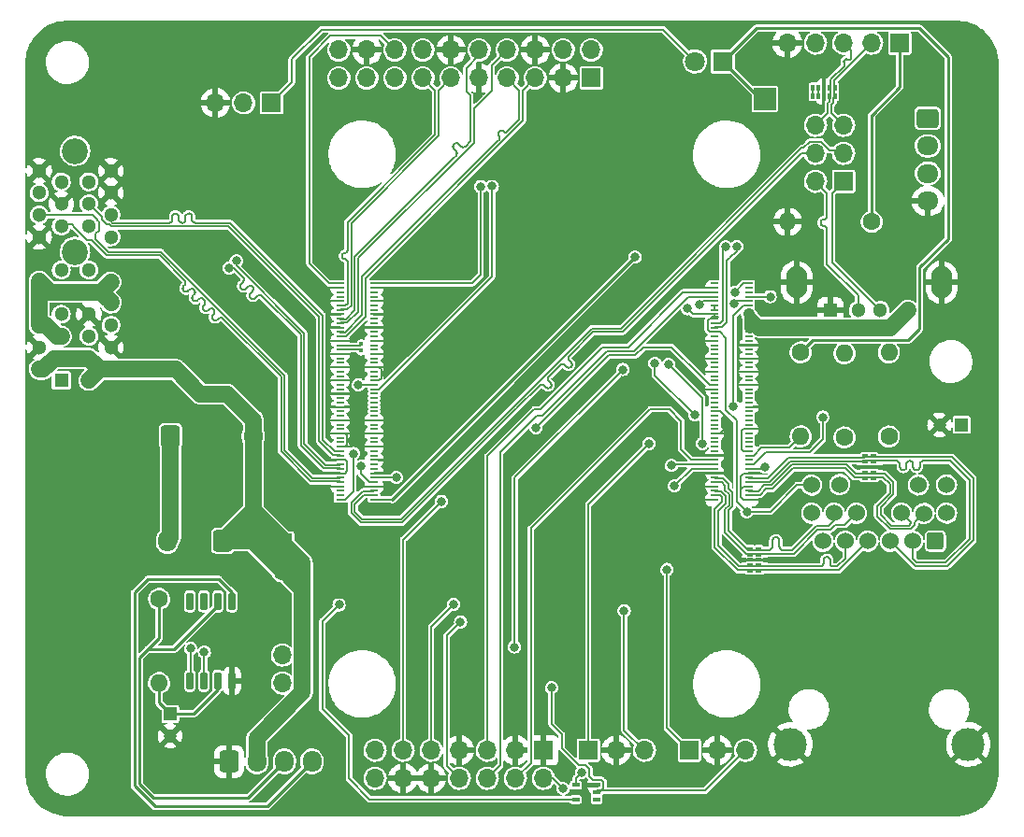
<source format=gbr>
%TF.GenerationSoftware,KiCad,Pcbnew,(5.99.0-6751-g76ac8b5acf)*%
%TF.CreationDate,2020-11-03T00:31:14-05:00*%
%TF.ProjectId,CM4_NAS,434d345f-4e41-4532-9e6b-696361645f70,rev?*%
%TF.SameCoordinates,Original*%
%TF.FileFunction,Copper,L1,Top*%
%TF.FilePolarity,Positive*%
%FSLAX46Y46*%
G04 Gerber Fmt 4.6, Leading zero omitted, Abs format (unit mm)*
G04 Created by KiCad (PCBNEW (5.99.0-6751-g76ac8b5acf)) date 2020-11-03 00:31:14*
%MOMM*%
%LPD*%
G01*
G04 APERTURE LIST*
G04 Aperture macros list*
%AMRoundRect*
0 Rectangle with rounded corners*
0 $1 Rounding radius*
0 $2 $3 $4 $5 $6 $7 $8 $9 X,Y pos of 4 corners*
0 Add a 4 corners polygon primitive as box body*
4,1,4,$2,$3,$4,$5,$6,$7,$8,$9,$2,$3,0*
0 Add four circle primitives for the rounded corners*
1,1,$1+$1,$2,$3,0*
1,1,$1+$1,$4,$5,0*
1,1,$1+$1,$6,$7,0*
1,1,$1+$1,$8,$9,0*
0 Add four rect primitives between the rounded corners*
20,1,$1+$1,$2,$3,$4,$5,0*
20,1,$1+$1,$4,$5,$6,$7,0*
20,1,$1+$1,$6,$7,$8,$9,0*
20,1,$1+$1,$8,$9,$2,$3,0*%
G04 Aperture macros list end*
%TA.AperFunction,SMDPad,CuDef*%
%ADD10RoundRect,0.150000X0.150000X-0.650000X0.150000X0.650000X-0.150000X0.650000X-0.150000X-0.650000X0*%
%TD*%
%TA.AperFunction,SMDPad,CuDef*%
%ADD11R,0.550000X0.300000*%
%TD*%
%TA.AperFunction,SMDPad,CuDef*%
%ADD12R,0.550000X0.400000*%
%TD*%
%TA.AperFunction,ComponentPad*%
%ADD13O,1.700000X1.700000*%
%TD*%
%TA.AperFunction,ComponentPad*%
%ADD14R,1.700000X1.700000*%
%TD*%
%TA.AperFunction,ComponentPad*%
%ADD15O,1.700000X1.950000*%
%TD*%
%TA.AperFunction,ComponentPad*%
%ADD16RoundRect,0.250000X-0.600000X-0.725000X0.600000X-0.725000X0.600000X0.725000X-0.600000X0.725000X0*%
%TD*%
%TA.AperFunction,SMDPad,CuDef*%
%ADD17R,0.700000X0.200000*%
%TD*%
%TA.AperFunction,SMDPad,CuDef*%
%ADD18R,0.300000X0.550000*%
%TD*%
%TA.AperFunction,SMDPad,CuDef*%
%ADD19R,0.400000X0.550000*%
%TD*%
%TA.AperFunction,ComponentPad*%
%ADD20RoundRect,0.250000X0.600000X0.725000X-0.600000X0.725000X-0.600000X-0.725000X0.600000X-0.725000X0*%
%TD*%
%TA.AperFunction,SMDPad,CuDef*%
%ADD21R,0.650000X0.400000*%
%TD*%
%TA.AperFunction,ComponentPad*%
%ADD22C,1.300000*%
%TD*%
%TA.AperFunction,ComponentPad*%
%ADD23R,1.300000X1.300000*%
%TD*%
%TA.AperFunction,ComponentPad*%
%ADD24C,2.350000*%
%TD*%
%TA.AperFunction,ComponentPad*%
%ADD25O,1.950000X1.700000*%
%TD*%
%TA.AperFunction,ComponentPad*%
%ADD26RoundRect,0.250000X-0.725000X0.600000X-0.725000X-0.600000X0.725000X-0.600000X0.725000X0.600000X0*%
%TD*%
%TA.AperFunction,SMDPad,CuDef*%
%ADD27R,2.000000X2.000000*%
%TD*%
%TA.AperFunction,ComponentPad*%
%ADD28RoundRect,0.249900X-0.600100X-0.725100X0.600100X-0.725100X0.600100X0.725100X-0.600100X0.725100X0*%
%TD*%
%TA.AperFunction,ComponentPad*%
%ADD29C,3.000000*%
%TD*%
%TA.AperFunction,ComponentPad*%
%ADD30C,1.524000*%
%TD*%
%TA.AperFunction,ComponentPad*%
%ADD31RoundRect,0.228600X0.533400X0.533400X-0.533400X0.533400X-0.533400X-0.533400X0.533400X-0.533400X0*%
%TD*%
%TA.AperFunction,ComponentPad*%
%ADD32O,1.600000X1.600000*%
%TD*%
%TA.AperFunction,ComponentPad*%
%ADD33C,1.600000*%
%TD*%
%TA.AperFunction,ComponentPad*%
%ADD34C,1.200000*%
%TD*%
%TA.AperFunction,ComponentPad*%
%ADD35R,1.200000X1.200000*%
%TD*%
%TA.AperFunction,ComponentPad*%
%ADD36O,1.900000X2.900000*%
%TD*%
%TA.AperFunction,ComponentPad*%
%ADD37C,1.800000*%
%TD*%
%TA.AperFunction,ComponentPad*%
%ADD38R,1.800000X1.800000*%
%TD*%
%TA.AperFunction,ViaPad*%
%ADD39C,0.800000*%
%TD*%
%TA.AperFunction,ViaPad*%
%ADD40C,0.450000*%
%TD*%
%TA.AperFunction,Conductor*%
%ADD41C,0.190000*%
%TD*%
%TA.AperFunction,Conductor*%
%ADD42C,0.175000*%
%TD*%
%TA.AperFunction,Conductor*%
%ADD43C,0.250000*%
%TD*%
%TA.AperFunction,Conductor*%
%ADD44C,0.200000*%
%TD*%
%TA.AperFunction,Conductor*%
%ADD45C,1.000000*%
%TD*%
%TA.AperFunction,Conductor*%
%ADD46C,1.500000*%
%TD*%
%TA.AperFunction,Conductor*%
%ADD47C,0.150000*%
%TD*%
G04 APERTURE END LIST*
D10*
%TO.P,U6,1,SDA*%
%TO.N,/SDA*%
X105156000Y-129330000D03*
%TO.P,U6,2,SCL*%
%TO.N,/SCL*%
X106426000Y-129330000D03*
%TO.P,U6,3,VDD*%
%TO.N,/+3.3v*%
X107696000Y-129330000D03*
%TO.P,U6,4,GND*%
%TO.N,GND*%
X108966000Y-129330000D03*
%TO.P,U6,5,PWM*%
%TO.N,Net-(J7-Pad4)*%
X108966000Y-122130000D03*
%TO.P,U6,6,TACH*%
%TO.N,Net-(J7-Pad3)*%
X107696000Y-122130000D03*
%TO.P,U6,7,CLK*%
%TO.N,Net-(U6-Pad7)*%
X106426000Y-122130000D03*
%TO.P,U6,8,nALERT*%
%TO.N,Net-(U6-Pad8)*%
X105156000Y-122130000D03*
%TD*%
D11*
%TO.P,U2,10*%
%TO.N,/TRD3_P*%
X166290000Y-110980000D03*
%TO.P,U2,9*%
%TO.N,/TRD3_N*%
X166290000Y-110480000D03*
D12*
%TO.P,U2,8,GND*%
%TO.N,GND*%
X166290000Y-109980000D03*
D11*
%TO.P,U2,7*%
%TO.N,/TRD2_N*%
X166290000Y-109480000D03*
%TO.P,U2,6*%
%TO.N,/TRD2_P*%
X166290000Y-108980000D03*
%TO.P,U2,5,D2-*%
X167060000Y-108980000D03*
%TO.P,U2,4,D2+*%
%TO.N,/TRD2_N*%
X167060000Y-109480000D03*
D12*
%TO.P,U2,3,GND*%
%TO.N,GND*%
X167060000Y-109980000D03*
D11*
%TO.P,U2,2,D1-*%
%TO.N,/TRD3_N*%
X167060000Y-110480000D03*
%TO.P,U2,1,D1+*%
%TO.N,/TRD3_P*%
X167060000Y-110980000D03*
%TD*%
D13*
%TO.P,J14,6,Pin_6*%
%TO.N,/Slave_MicroUSB_P*%
X161798000Y-78994000D03*
%TO.P,J14,5,Pin_5*%
%TO.N,/Slave_MicroUSB_N*%
X164338000Y-78994000D03*
%TO.P,J14,4,Pin_4*%
%TO.N,/USB2_P*%
X161798000Y-81534000D03*
%TO.P,J14,3,Pin_3*%
%TO.N,/USB2_N*%
X164338000Y-81534000D03*
%TO.P,J14,2,Pin_2*%
%TO.N,/Master_USB2_P*%
X161798000Y-84074000D03*
D14*
%TO.P,J14,1,Pin_1*%
%TO.N,/Master_USB2_N*%
X164338000Y-84074000D03*
%TD*%
D13*
%TO.P,J15,3,Pin_3*%
%TO.N,GND*%
X107470000Y-76950000D03*
%TO.P,J15,2,Pin_2*%
%TO.N,/Temp_DATA*%
X110010000Y-76950000D03*
D14*
%TO.P,J15,1,Pin_1*%
%TO.N,/+3.3v*%
X112550000Y-76950000D03*
%TD*%
D13*
%TO.P,J13,5,GND*%
%TO.N,GND*%
X159258000Y-71540000D03*
%TO.P,J13,4,ID*%
%TO.N,Net-(J13-Pad4)*%
X161798000Y-71540000D03*
%TO.P,J13,3,D+*%
%TO.N,/Slave_MicroUSB_P*%
X164338000Y-71540000D03*
%TO.P,J13,2,D-*%
%TO.N,/Slave_MicroUSB_N*%
X166878000Y-71540000D03*
D14*
%TO.P,J13,1,VBUS*%
%TO.N,/USBOTG_ID*%
X169418000Y-71540000D03*
%TD*%
D15*
%TO.P,J7,4,Pin_4*%
%TO.N,Net-(J7-Pad4)*%
X116212000Y-136652000D03*
%TO.P,J7,3,Pin_3*%
%TO.N,Net-(J7-Pad3)*%
X113712000Y-136652000D03*
%TO.P,J7,2,Pin_2*%
%TO.N,+12V*%
X111212000Y-136652000D03*
D16*
%TO.P,J7,1,Pin_1*%
%TO.N,GND*%
X108712000Y-136652000D03*
%TD*%
D11*
%TO.P,U3,10*%
%TO.N,/TRD1_P*%
X155890000Y-119390000D03*
%TO.P,U3,9*%
%TO.N,/TRD1_N*%
X155890000Y-118890000D03*
D12*
%TO.P,U3,8,GND*%
%TO.N,GND*%
X155890000Y-118390000D03*
D11*
%TO.P,U3,7*%
%TO.N,/TRD0_N*%
X155890000Y-117890000D03*
%TO.P,U3,6*%
%TO.N,/TRD0_P*%
X155890000Y-117390000D03*
%TO.P,U3,5,D2-*%
X156660000Y-117390000D03*
%TO.P,U3,4,D2+*%
%TO.N,/TRD0_N*%
X156660000Y-117890000D03*
D12*
%TO.P,U3,3,GND*%
%TO.N,GND*%
X156660000Y-118390000D03*
D11*
%TO.P,U3,2,D1-*%
%TO.N,/TRD1_N*%
X156660000Y-118890000D03*
%TO.P,U3,1,D1+*%
%TO.N,/TRD1_P*%
X156660000Y-119390000D03*
%TD*%
D17*
%TO.P,Module1,200,HDMI0_SCL*%
%TO.N,/HDMI0_SCL*%
X118755000Y-93319000D03*
%TO.P,Module1,199,HDMI0_SDA*%
%TO.N,/HDMI0_SDA*%
X121835000Y-93319000D03*
%TO.P,Module1,198,GND*%
%TO.N,GND*%
X118755000Y-93719000D03*
%TO.P,Module1,197,GND*%
X121835000Y-93719000D03*
%TO.P,Module1,196,DSI1_D3_P*%
%TO.N,/DSI1_D3_P*%
X118755000Y-94119000D03*
%TO.P,Module1,195,DSI1_D2_P*%
%TO.N,/DSI1_D2_P*%
X121835000Y-94119000D03*
%TO.P,Module1,194,DSI1_D3_N*%
%TO.N,/DSI1_D3_N*%
X118755000Y-94519000D03*
%TO.P,Module1,193,DSI1_D2_N*%
%TO.N,/DSI1_D2_N*%
X121835000Y-94519000D03*
%TO.P,Module1,192,GND*%
%TO.N,GND*%
X118755000Y-94919000D03*
%TO.P,Module1,191,GND*%
X121835000Y-94919000D03*
%TO.P,Module1,190,HDMI0_CLK_N*%
%TO.N,/HDMI0_CK_N*%
X118755000Y-95319000D03*
%TO.P,Module1,189,DSI1_C_P*%
%TO.N,/DSI1_C_P*%
X121835000Y-95319000D03*
%TO.P,Module1,188,HDMI0_CLK_P*%
%TO.N,/HDMI0_CK_P*%
X118755000Y-95719000D03*
%TO.P,Module1,187,DSI1_C_N*%
%TO.N,/DSI1_C_N*%
X121835000Y-95719000D03*
%TO.P,Module1,186,GND*%
%TO.N,GND*%
X118755000Y-96119000D03*
%TO.P,Module1,185,GND*%
X121835000Y-96119000D03*
%TO.P,Module1,184,HDMI0_TX0_N*%
%TO.N,/HDMI0_D0_N*%
X118755000Y-96519000D03*
%TO.P,Module1,183,DSI1_D1_P*%
%TO.N,/DSI1_D1_P*%
X121835000Y-96519000D03*
%TO.P,Module1,182,HDMI0_TX0_P*%
%TO.N,/HDMI0_D0_P*%
X118755000Y-96919000D03*
%TO.P,Module1,181,DSI1_D1_N*%
%TO.N,/DSI1_D1_N*%
X121835000Y-96919000D03*
%TO.P,Module1,180,GND*%
%TO.N,GND*%
X118755000Y-97319000D03*
%TO.P,Module1,179,GND*%
X121835000Y-97319000D03*
%TO.P,Module1,178,HDMI0_TX1_N*%
%TO.N,/HDMI0_D1_N*%
X118755000Y-97719000D03*
%TO.P,Module1,177,DSI1_D0_P*%
%TO.N,/DSI1_D0_P*%
X121835000Y-97719000D03*
%TO.P,Module1,176,HDMI0_TX1_P*%
%TO.N,/HDMI0_D1_P*%
X118755000Y-98119000D03*
%TO.P,Module1,175,DSI1_D0_N*%
%TO.N,/DSI1_D0_N*%
X121835000Y-98119000D03*
%TO.P,Module1,174,GND*%
%TO.N,GND*%
X118755000Y-98519000D03*
%TO.P,Module1,173,GND*%
X121835000Y-98519000D03*
%TO.P,Module1,172,HDMI0_TX2_N*%
%TO.N,/HDMI0_D2_N*%
X118755000Y-98919000D03*
%TO.P,Module1,171,DSI0_C_P*%
%TO.N,/DSI0_C_P*%
X121835000Y-98919000D03*
%TO.P,Module1,170,HDMI0_TX2_P*%
%TO.N,/HDMI0_D2_P*%
X118755000Y-99319000D03*
%TO.P,Module1,169,DSI0_C_N*%
%TO.N,/DSI0_C_N*%
X121835000Y-99319000D03*
%TO.P,Module1,168,GND*%
%TO.N,GND*%
X118755000Y-99719000D03*
%TO.P,Module1,167,GND*%
X121835000Y-99719000D03*
%TO.P,Module1,166,HDMI1_CLK_N*%
%TO.N,/HDMI1_CK_N*%
X118755000Y-100119000D03*
%TO.P,Module1,165,DSI0_D1_P*%
%TO.N,/DSI0_D1_P*%
X121835000Y-100119000D03*
%TO.P,Module1,164,HDMI1_CLK_P*%
%TO.N,/HDMI1_CK_P*%
X118755000Y-100519000D03*
%TO.P,Module1,163,DSI0_D1_N*%
%TO.N,/DSI0_D1_N*%
X121835000Y-100519000D03*
%TO.P,Module1,162,GND*%
%TO.N,GND*%
X118755000Y-100919000D03*
%TO.P,Module1,161,GND*%
X121835000Y-100919000D03*
%TO.P,Module1,160,HDMI1_TX0_N*%
%TO.N,/HDMI1_D0_N*%
X118755000Y-101319000D03*
%TO.P,Module1,159,DSI0_D0_P*%
%TO.N,/DSI0_D0_P*%
X121835000Y-101319000D03*
%TO.P,Module1,158,HDMI1_TX0_P*%
%TO.N,/HDMI1_D0_P*%
X118755000Y-101719000D03*
%TO.P,Module1,157,DSI0_D0_N*%
%TO.N,/DSI0_D0_N*%
X121835000Y-101719000D03*
%TO.P,Module1,156,GND*%
%TO.N,GND*%
X118755000Y-102119000D03*
%TO.P,Module1,155,GND*%
X121835000Y-102119000D03*
%TO.P,Module1,154,HDMI1_TX1_N*%
%TO.N,/HDMI1_D1_N*%
X118755000Y-102519000D03*
%TO.P,Module1,153,HDMI0_HOTPLUG*%
%TO.N,/HDMI0_HOTPLUG*%
X121835000Y-102519000D03*
%TO.P,Module1,152,HDMI1_TX1_P*%
%TO.N,/HDMI1_D1_P*%
X118755000Y-102919000D03*
%TO.P,Module1,151,HDMI0_CEC*%
%TO.N,/HDMI0_CEC*%
X121835000Y-102919000D03*
%TO.P,Module1,150,GND*%
%TO.N,GND*%
X118755000Y-103319000D03*
%TO.P,Module1,149,HDMI1_CEC*%
%TO.N,/HDMI1_CEC*%
X121835000Y-103319000D03*
%TO.P,Module1,148,HDMI1_TX2_N*%
%TO.N,/HDMI1_D2_N*%
X118755000Y-103719000D03*
%TO.P,Module1,147,HDMI1_SCL*%
%TO.N,/HDMI1_SCL*%
X121835000Y-103719000D03*
%TO.P,Module1,146,HDMI1_TX2_P*%
%TO.N,/HDMI1_D2_P*%
X118755000Y-104119000D03*
%TO.P,Module1,145,HDMI1_SDA*%
%TO.N,/HDMI1_SDA*%
X121835000Y-104119000D03*
%TO.P,Module1,144,GND*%
%TO.N,GND*%
X118755000Y-104519000D03*
%TO.P,Module1,143,HDMI1_HOTPLUG*%
%TO.N,/HDMI1_HOTPLUG*%
X121835000Y-104519000D03*
%TO.P,Module1,142,CAM0_C_P*%
%TO.N,/CAM0_C_P*%
X118755000Y-104919000D03*
%TO.P,Module1,141,CAM1_D3_P*%
%TO.N,/CAM1_D3_P*%
X121835000Y-104919000D03*
%TO.P,Module1,140,CAM0_C_N*%
%TO.N,/CAM0_C_N*%
X118755000Y-105319000D03*
%TO.P,Module1,139,CAM1_D3_N*%
%TO.N,/CAM1_D3_N*%
X121835000Y-105319000D03*
%TO.P,Module1,138,GND*%
%TO.N,GND*%
X118755000Y-105719000D03*
%TO.P,Module1,137,GND*%
X121835000Y-105719000D03*
%TO.P,Module1,136,CAM0_D1_P*%
%TO.N,/CAM0_D1_P*%
X118755000Y-106119000D03*
%TO.P,Module1,135,CAM1_D2_P*%
%TO.N,/CAM1_D2_P*%
X121835000Y-106119000D03*
%TO.P,Module1,134,CAM0_D1_N*%
%TO.N,/CAM0_D1_N*%
X118755000Y-106519000D03*
%TO.P,Module1,133,CAM1_D2_N*%
%TO.N,/CAM1_D2_N*%
X121835000Y-106519000D03*
%TO.P,Module1,132,GND*%
%TO.N,GND*%
X118755000Y-106919000D03*
%TO.P,Module1,131,GND*%
X121835000Y-106919000D03*
%TO.P,Module1,130,CAM0_D0_P*%
%TO.N,/CAM0_D0_P*%
X118755000Y-107319000D03*
%TO.P,Module1,129,CAM1_C_P*%
%TO.N,/CAM1_C_P*%
X121835000Y-107319000D03*
%TO.P,Module1,128,CAM0_D0_N*%
%TO.N,/CAM0_D0_N*%
X118755000Y-107719000D03*
%TO.P,Module1,127,CAM1_C_N*%
%TO.N,/CAM1_C_N*%
X121835000Y-107719000D03*
%TO.P,Module1,126,GND*%
%TO.N,GND*%
X118755000Y-108119000D03*
%TO.P,Module1,125,GND*%
X121835000Y-108119000D03*
%TO.P,Module1,124,PCIe_TX_N*%
%TO.N,/PCIE_TX_N*%
X118755000Y-108519000D03*
%TO.P,Module1,123,CAM1_D1_P*%
%TO.N,/CAM1_D1_P*%
X121835000Y-108519000D03*
%TO.P,Module1,122,PCIe_TX_P*%
%TO.N,/PCIE_TX_P*%
X118755000Y-108919000D03*
%TO.P,Module1,121,CAM1_D1_N*%
%TO.N,/CAM1_D1_N*%
X121835000Y-108919000D03*
%TO.P,Module1,120,GND*%
%TO.N,GND*%
X118755000Y-109319000D03*
%TO.P,Module1,119,GND*%
X121835000Y-109319000D03*
%TO.P,Module1,118,PCIe_RX_N*%
%TO.N,/PCIE_RX_N*%
X118755000Y-109719000D03*
%TO.P,Module1,117,CAM1_D0_P*%
%TO.N,/CAM1_D0_P*%
X121835000Y-109719000D03*
%TO.P,Module1,116,PCIe_RX_P*%
%TO.N,/PCIE_RX_P*%
X118755000Y-110119000D03*
%TO.P,Module1,115,CAM1_D0_N*%
%TO.N,/CAM1_D0_N*%
X121835000Y-110119000D03*
%TO.P,Module1,114,GND*%
%TO.N,GND*%
X118755000Y-110519000D03*
%TO.P,Module1,113,GND*%
X121835000Y-110519000D03*
%TO.P,Module1,112,PCIe_CLK_N*%
%TO.N,/PCIE_CLK_N*%
X118755000Y-110919000D03*
%TO.P,Module1,111,VDAC_COMP*%
%TO.N,/TV_OUT*%
X121835000Y-110919000D03*
%TO.P,Module1,110,PCIe_CLK_P*%
%TO.N,/PCIE_CLK_P*%
X118755000Y-111319000D03*
%TO.P,Module1,109,PCIe_nRST*%
%TO.N,/PCIE_nRST*%
X121835000Y-111319000D03*
%TO.P,Module1,108,GND*%
%TO.N,GND*%
X118755000Y-111719000D03*
%TO.P,Module1,107,GND*%
X121835000Y-111719000D03*
%TO.P,Module1,106,Reserved*%
%TO.N,Net-(Module1-Pad106)*%
X118755000Y-112119000D03*
%TO.P,Module1,105,USB2_P*%
%TO.N,/USB2_P*%
X121835000Y-112119000D03*
%TO.P,Module1,104,Reserved*%
%TO.N,Net-(Module1-Pad104)*%
X118755000Y-112519000D03*
%TO.P,Module1,103,USB2_N*%
%TO.N,/USB2_N*%
X121835000Y-112519000D03*
%TO.P,Module1,102,PCIe_CLK_nREQ*%
%TO.N,/PCIE_CLK_nREQ*%
X118755000Y-112919000D03*
%TO.P,Module1,101,USB_OTG_ID*%
%TO.N,/USBOTG_ID*%
X121835000Y-112919000D03*
%TO.P,Module1,100,nEXTRST*%
%TO.N,/nEXTRST*%
X152675000Y-93319000D03*
%TO.P,Module1,99,Global_EN*%
%TO.N,/GLOBAL_EN*%
X155755000Y-93319000D03*
%TO.P,Module1,98,GND*%
%TO.N,GND*%
X152675000Y-93719000D03*
%TO.P,Module1,97,Camera_GPIO*%
%TO.N,/CAM_GPIO*%
X155755000Y-93719000D03*
%TO.P,Module1,96,AnalogIP1*%
%TO.N,/AIN0*%
X152675000Y-94119000D03*
%TO.P,Module1,95,nPI_LED_PWR*%
%TO.N,/nPWR_LED*%
X155755000Y-94119000D03*
%TO.P,Module1,94,AnalogIP0*%
%TO.N,/AIN1*%
X152675000Y-94519000D03*
%TO.P,Module1,93,nRPIBOOT*%
%TO.N,/nRPIBOOT*%
X155755000Y-94519000D03*
%TO.P,Module1,92,RUN_PG*%
%TO.N,/RUN_PG*%
X152675000Y-94919000D03*
%TO.P,Module1,91,BT_nDisable*%
%TO.N,/BT_nDis*%
X155755000Y-94919000D03*
%TO.P,Module1,90,+1.8v_(Output)*%
%TO.N,/+1.8v*%
X152675000Y-95319000D03*
%TO.P,Module1,89,WiFi_nDisable*%
%TO.N,/WL_nDis*%
X155755000Y-95319000D03*
%TO.P,Module1,88,+1.8v_(Output)*%
%TO.N,/+1.8v*%
X152675000Y-95719000D03*
%TO.P,Module1,87,+5v_(Input)*%
%TO.N,+5V*%
X155755000Y-95719000D03*
%TO.P,Module1,86,+3.3v_(Output)*%
%TO.N,/+3.3v*%
X152675000Y-96119000D03*
%TO.P,Module1,85,+5v_(Input)*%
%TO.N,+5V*%
X155755000Y-96119000D03*
%TO.P,Module1,84,+3.3v_(Output)*%
%TO.N,/+3.3v*%
X152675000Y-96519000D03*
%TO.P,Module1,83,+5v_(Input)*%
%TO.N,+5V*%
X155755000Y-96519000D03*
%TO.P,Module1,82,SDA0*%
%TO.N,/SDA*%
X152675000Y-96919000D03*
%TO.P,Module1,81,+5v_(Input)*%
%TO.N,+5V*%
X155755000Y-96919000D03*
%TO.P,Module1,80,SCL0*%
%TO.N,/SCL*%
X152675000Y-97319000D03*
%TO.P,Module1,79,+5v_(Input)*%
%TO.N,+5V*%
X155755000Y-97319000D03*
%TO.P,Module1,78,GPIO_VREF(1.8v/3.3v_Input)*%
%TO.N,/+3.3v*%
X152675000Y-97719000D03*
%TO.P,Module1,77,+5v_(Input)*%
%TO.N,+5V*%
X155755000Y-97719000D03*
%TO.P,Module1,76,Reserved*%
%TO.N,/SD_DET*%
X152675000Y-98119000D03*
%TO.P,Module1,75,SD_PWR_ON*%
%TO.N,/SD_PWR_ON*%
X155755000Y-98119000D03*
%TO.P,Module1,74,GND*%
%TO.N,GND*%
X152675000Y-98519000D03*
%TO.P,Module1,73,SD_VDD_Override*%
%TO.N,Net-(Module1-Pad73)*%
X155755000Y-98519000D03*
%TO.P,Module1,72,SD_DAT6*%
%TO.N,Net-(Module1-Pad72)*%
X152675000Y-98919000D03*
%TO.P,Module1,71,GND*%
%TO.N,GND*%
X155755000Y-98919000D03*
%TO.P,Module1,70,SD_DAT7*%
%TO.N,Net-(Module1-Pad70)*%
X152675000Y-99319000D03*
%TO.P,Module1,69,SD_DAT2*%
%TO.N,/SD_DAT2*%
X155755000Y-99319000D03*
%TO.P,Module1,68,SD_DAT4*%
%TO.N,Net-(Module1-Pad68)*%
X152675000Y-99719000D03*
%TO.P,Module1,67,SD_DAT1*%
%TO.N,/SD_DAT1*%
X155755000Y-99719000D03*
%TO.P,Module1,66,GND*%
%TO.N,GND*%
X152675000Y-100119000D03*
%TO.P,Module1,65,GND*%
X155755000Y-100119000D03*
%TO.P,Module1,64,SD_DAT5*%
%TO.N,Net-(Module1-Pad64)*%
X152675000Y-100519000D03*
%TO.P,Module1,63,SD_DAT0*%
%TO.N,/SD_DAT0*%
X155755000Y-100519000D03*
%TO.P,Module1,62,SD_CMD*%
%TO.N,/SD_CMD*%
X152675000Y-100919000D03*
%TO.P,Module1,61,SD_DAT3*%
%TO.N,/SD_DAT3*%
X155755000Y-100919000D03*
%TO.P,Module1,60,GND*%
%TO.N,GND*%
X152675000Y-101319000D03*
%TO.P,Module1,59,GND*%
X155755000Y-101319000D03*
%TO.P,Module1,58,GPIO2*%
%TO.N,/GPIO2*%
X152675000Y-101719000D03*
%TO.P,Module1,57,SD_CLK*%
%TO.N,/SD_CLK*%
X155755000Y-101719000D03*
%TO.P,Module1,56,GPIO3*%
%TO.N,/GPIO3*%
X152675000Y-102119000D03*
%TO.P,Module1,55,GPIO14*%
%TO.N,/GPIO14*%
X155755000Y-102119000D03*
%TO.P,Module1,54,GPIO4*%
%TO.N,/Temp_DATA*%
X152675000Y-102519000D03*
%TO.P,Module1,53,GND*%
%TO.N,GND*%
X155755000Y-102519000D03*
%TO.P,Module1,52,GND*%
X152675000Y-102919000D03*
%TO.P,Module1,51,GPIO15*%
%TO.N,/GPIO15*%
X155755000Y-102919000D03*
%TO.P,Module1,50,GPIO17*%
%TO.N,/GPIO17*%
X152675000Y-103319000D03*
%TO.P,Module1,49,GPIO18*%
%TO.N,/GPIO18*%
X155755000Y-103319000D03*
%TO.P,Module1,48,GPIO27*%
%TO.N,/GPIO27*%
X152675000Y-103719000D03*
%TO.P,Module1,47,GPIO23*%
%TO.N,/GPIO23*%
X155755000Y-103719000D03*
%TO.P,Module1,46,GPIO22*%
%TO.N,/GPIO22*%
X152675000Y-104119000D03*
%TO.P,Module1,45,GPIO24*%
%TO.N,/GPIO24*%
X155755000Y-104119000D03*
%TO.P,Module1,44,GPIO10*%
%TO.N,/GPIO10*%
X152675000Y-104519000D03*
%TO.P,Module1,43,GND*%
%TO.N,GND*%
X155755000Y-104519000D03*
%TO.P,Module1,42,GND*%
X152675000Y-104919000D03*
%TO.P,Module1,41,GPIO25*%
%TO.N,/GPIO25*%
X155755000Y-104919000D03*
%TO.P,Module1,40,GPIO9*%
%TO.N,/GPIO9*%
X152675000Y-105319000D03*
%TO.P,Module1,39,GPIO8*%
%TO.N,/GPIO8*%
X155755000Y-105319000D03*
%TO.P,Module1,38,GPIO11*%
%TO.N,/GPIO11*%
X152675000Y-105719000D03*
%TO.P,Module1,37,GPIO7*%
%TO.N,/GPIO7*%
X155755000Y-105719000D03*
%TO.P,Module1,36,ID_SD*%
%TO.N,/ID_SD*%
X152675000Y-106119000D03*
%TO.P,Module1,35,ID_SC*%
%TO.N,/ID_SC*%
X155755000Y-106119000D03*
%TO.P,Module1,34,GPIO5*%
%TO.N,/GPIO5*%
X152675000Y-106519000D03*
%TO.P,Module1,33,GND*%
%TO.N,GND*%
X155755000Y-106519000D03*
%TO.P,Module1,32,GND*%
X152675000Y-106919000D03*
%TO.P,Module1,31,GPIO12*%
%TO.N,/GPIO12*%
X155755000Y-106919000D03*
%TO.P,Module1,30,GPIO6*%
%TO.N,/GPIO6*%
X152675000Y-107319000D03*
%TO.P,Module1,29,GPIO16*%
%TO.N,/GPIO16*%
X155755000Y-107319000D03*
%TO.P,Module1,28,GPIO13*%
%TO.N,/GPIO13*%
X152675000Y-107719000D03*
%TO.P,Module1,27,GPIO20*%
%TO.N,/GPIO20*%
X155755000Y-107719000D03*
%TO.P,Module1,26,GPIO19*%
%TO.N,/GPIO19*%
X152675000Y-108119000D03*
%TO.P,Module1,25,GPIO21*%
%TO.N,/GPIO21*%
X155755000Y-108119000D03*
%TO.P,Module1,24,GPIO26*%
%TO.N,/GPIO26*%
X152675000Y-108519000D03*
%TO.P,Module1,23,GND*%
%TO.N,GND*%
X155755000Y-108519000D03*
%TO.P,Module1,22,GND*%
X152675000Y-108919000D03*
%TO.P,Module1,21,PI_nLED_Activity*%
%TO.N,Net-(Module1-Pad21)*%
X155755000Y-108919000D03*
%TO.P,Module1,20,EEPROM_nWP*%
%TO.N,/EEPROM_nWP*%
X152675000Y-109319000D03*
%TO.P,Module1,19,Ethernet_nLED1(3.3v)*%
%TO.N,Net-(Module1-Pad19)*%
X155755000Y-109319000D03*
%TO.P,Module1,18,Ethernet_SYNC_OUT(1.8v)*%
%TO.N,/SYNC_OUT*%
X152675000Y-109719000D03*
%TO.P,Module1,17,Ethernet_nLED2(3.3v)*%
%TO.N,/ETH_LEDY*%
X155755000Y-109719000D03*
%TO.P,Module1,16,Ethernet_SYNC_IN(1.8v)*%
%TO.N,/SYNC_IN*%
X152675000Y-110119000D03*
%TO.P,Module1,15,Ethernet_nLED3(3.3v)*%
%TO.N,/ETH_LEDG*%
X155755000Y-110119000D03*
%TO.P,Module1,14,GND*%
%TO.N,GND*%
X152675000Y-110519000D03*
%TO.P,Module1,13,GND*%
X155755000Y-110519000D03*
%TO.P,Module1,12,Ethernet_Pair0_P*%
%TO.N,/TRD0_P*%
X152675000Y-110919000D03*
%TO.P,Module1,11,Ethernet_Pair2_P*%
%TO.N,/TRD2_P*%
X155755000Y-110919000D03*
%TO.P,Module1,10,Ethernet_Pair0_N*%
%TO.N,/TRD0_N*%
X152675000Y-111319000D03*
%TO.P,Module1,9,Ethernet_Pair2_N*%
%TO.N,/TRD2_N*%
X155755000Y-111319000D03*
%TO.P,Module1,8,GND*%
%TO.N,GND*%
X152675000Y-111719000D03*
%TO.P,Module1,7,GND*%
X155755000Y-111719000D03*
%TO.P,Module1,6,Ethernet_Pair1_N*%
%TO.N,/TRD1_N*%
X152675000Y-112119000D03*
%TO.P,Module1,5,Ethernet_Pair3_N*%
%TO.N,/TRD3_N*%
X155755000Y-112119000D03*
%TO.P,Module1,4,Ethernet_Pair1_P*%
%TO.N,/TRD1_P*%
X152675000Y-112519000D03*
%TO.P,Module1,3,Ethernet_Pair3_P*%
%TO.N,/TRD3_P*%
X155755000Y-112519000D03*
%TO.P,Module1,2,GND*%
%TO.N,GND*%
X152675000Y-112919000D03*
%TO.P,Module1,1,GND*%
X155755000Y-112919000D03*
%TD*%
D18*
%TO.P,U5,10*%
%TO.N,Net-(U5-Pad1)*%
X161560000Y-75561000D03*
%TO.P,U5,9*%
%TO.N,Net-(U5-Pad2)*%
X162060000Y-75561000D03*
D19*
%TO.P,U5,8,GND*%
%TO.N,GND*%
X162560000Y-75561000D03*
D18*
%TO.P,U5,7*%
%TO.N,/Slave_MicroUSB_P*%
X163060000Y-75561000D03*
%TO.P,U5,6*%
%TO.N,/Slave_MicroUSB_N*%
X163560000Y-75561000D03*
%TO.P,U5,5,D2-*%
X163560000Y-76331000D03*
%TO.P,U5,4,D2+*%
%TO.N,/Slave_MicroUSB_P*%
X163060000Y-76331000D03*
D19*
%TO.P,U5,3,GND*%
%TO.N,GND*%
X162560000Y-76331000D03*
D18*
%TO.P,U5,2,D1-*%
%TO.N,Net-(U5-Pad2)*%
X162060000Y-76331000D03*
%TO.P,U5,1,D1+*%
%TO.N,Net-(U5-Pad1)*%
X161560000Y-76331000D03*
%TD*%
D15*
%TO.P,J5,3,Pin_3*%
%TO.N,+5V*%
X103120000Y-116650000D03*
%TO.P,J5,2,Pin_2*%
%TO.N,GND*%
X105620000Y-116650000D03*
D20*
%TO.P,J5,1,Pin_1*%
%TO.N,+12V*%
X108120000Y-116650000D03*
%TD*%
D21*
%TO.P,U1,5,VCC*%
%TO.N,+5V*%
X140086000Y-140096000D03*
%TO.P,U1,4*%
%TO.N,Net-(J10-Pad13)*%
X140086000Y-138796000D03*
%TO.P,U1,3,GND*%
%TO.N,GND*%
X141986000Y-138796000D03*
%TO.P,U1,2*%
%TO.N,/RUN_PG*%
X141986000Y-139446000D03*
%TO.P,U1,1*%
%TO.N,N/C*%
X141986000Y-140096000D03*
%TD*%
D22*
%TO.P,J3,B18,GND*%
%TO.N,GND*%
X98012000Y-83108000D03*
%TO.P,J3,B17,nPRSNT2*%
%TO.N,Net-(J3-PadB17)*%
X96012000Y-84108000D03*
%TO.P,J3,B16,GND*%
%TO.N,GND*%
X98012000Y-85108000D03*
%TO.P,J3,B15,PETN0*%
%TO.N,/PCIE_TX_P*%
X96012000Y-86108000D03*
%TO.P,J3,B14,PETP0*%
%TO.N,/PCIE_TX_N*%
X98012000Y-87108000D03*
%TO.P,J3,B13,GND*%
%TO.N,GND*%
X96012000Y-88108000D03*
%TO.P,J3,B12,nCLKREQ*%
%TO.N,/PCIE_CLK_nREQ*%
X98012000Y-89108000D03*
%TO.P,J3,B11,nWAKE*%
%TO.N,Net-(J3-PadB11)*%
X96012000Y-92108000D03*
%TO.P,J3,B10,+3.3vAUX*%
%TO.N,+3V3*%
X98012000Y-93108000D03*
%TO.P,J3,B9,nTRST*%
X96012000Y-94108000D03*
%TO.P,J3,B8,+3.3v*%
X98012000Y-95108000D03*
%TO.P,J3,B7,GND*%
%TO.N,GND*%
X96012000Y-96108000D03*
%TO.P,J3,B6,SMDAT*%
%TO.N,Net-(J3-PadB6)*%
X98012000Y-97108000D03*
%TO.P,J3,B5,SMCLK*%
%TO.N,Net-(J3-PadB5)*%
X96012000Y-98108000D03*
%TO.P,J3,B4,GND*%
%TO.N,GND*%
X98012000Y-99108000D03*
%TO.P,J3,B3,+12v*%
%TO.N,+12V*%
X96012000Y-100108000D03*
%TO.P,J3,B2,+12v*%
X98012000Y-101108000D03*
%TO.P,J3,B1,+12v*%
X96012000Y-102108000D03*
%TO.P,J3,A18,GND*%
%TO.N,GND*%
X91512000Y-83108000D03*
%TO.P,J3,A17,PERN0*%
%TO.N,/PCIE_RX_P*%
X93512000Y-84108000D03*
%TO.P,J3,A16,PERP0*%
%TO.N,/PCIE_RX_N*%
X91512000Y-85108000D03*
%TO.P,J3,A15,GND*%
%TO.N,GND*%
X93512000Y-86108000D03*
%TO.P,J3,A14,REFCLK-*%
%TO.N,/PCIE_CLK_N*%
X91512000Y-87108000D03*
%TO.P,J3,A13,REFCLK+*%
%TO.N,/PCIE_CLK_P*%
X93512000Y-88108000D03*
%TO.P,J3,A12,GND*%
%TO.N,GND*%
X91512000Y-89108000D03*
%TO.P,J3,A11,nPERST*%
%TO.N,/PCIE_nRST*%
X93512000Y-92108000D03*
%TO.P,J3,A10,+3.3V*%
%TO.N,+3V3*%
X91512000Y-93108000D03*
%TO.P,J3,A9,+3.3V*%
X93512000Y-94108000D03*
%TO.P,J3,A8,TMS*%
X91512000Y-95108000D03*
%TO.P,J3,A7,TD0*%
%TO.N,Net-(J3-PadA7)*%
X93512000Y-96108000D03*
%TO.P,J3,A6,TDI*%
%TO.N,+3V3*%
X91512000Y-97108000D03*
%TO.P,J3,A5,TCK*%
X93512000Y-98108000D03*
%TO.P,J3,A4,GND*%
%TO.N,GND*%
X91512000Y-99108000D03*
%TO.P,J3,A3,+12V*%
%TO.N,+12V*%
X93512000Y-100108000D03*
%TO.P,J3,A2,+12V*%
X91512000Y-101108000D03*
D23*
%TO.P,J3,A1,nPRSNT1*%
%TO.N,Net-(J3-PadA1)*%
X93512000Y-102108000D03*
D24*
%TO.P,J3,19*%
%TO.N,N/C*%
X94762000Y-90458000D03*
X94762000Y-81308000D03*
%TD*%
D25*
%TO.P,J8,4,Pin_4*%
%TO.N,GND*%
X171958000Y-85852000D03*
%TO.P,J8,3,Pin_3*%
%TO.N,/+3.3v*%
X171958000Y-83352000D03*
%TO.P,J8,2,Pin_2*%
%TO.N,/SCL*%
X171958000Y-80852000D03*
D26*
%TO.P,J8,1,Pin_1*%
%TO.N,/SDA*%
X171958000Y-78352000D03*
%TD*%
D13*
%TO.P,J6,6,Pin_6*%
%TO.N,+3V3*%
X113538000Y-129540000D03*
%TO.P,J6,5,Pin_5*%
X113538000Y-127000000D03*
%TO.P,J6,4,Pin_4*%
%TO.N,GND*%
X113538000Y-124460000D03*
%TO.P,J6,3,Pin_3*%
X113538000Y-121920000D03*
%TO.P,J6,2,Pin_2*%
%TO.N,+12V*%
X113538000Y-119380000D03*
D14*
%TO.P,J6,1,Pin_1*%
X113538000Y-116840000D03*
%TD*%
D27*
%TO.P,TP1,1,1*%
%TO.N,Net-(D1-Pad1)*%
X157220000Y-76590000D03*
%TD*%
D13*
%TO.P,J11,3,Pin_3*%
%TO.N,/RUN_PG*%
X155448000Y-135636000D03*
%TO.P,J11,2,Pin_2*%
%TO.N,GND*%
X152908000Y-135636000D03*
D14*
%TO.P,J11,1,Pin_1*%
%TO.N,/GLOBAL_EN*%
X150368000Y-135636000D03*
%TD*%
D13*
%TO.P,J9,3,Pin_3*%
%TO.N,/BT_nDis*%
X146304000Y-135636000D03*
%TO.P,J9,2,Pin_2*%
%TO.N,GND*%
X143764000Y-135636000D03*
D14*
%TO.P,J9,1,Pin_1*%
%TO.N,/WL_nDis*%
X141224000Y-135636000D03*
%TD*%
D15*
%TO.P,J4,4,Pin_4*%
%TO.N,+12V*%
X110900000Y-107170000D03*
%TO.P,J4,3,Pin_3*%
%TO.N,GND*%
X108400000Y-107170000D03*
%TO.P,J4,2,Pin_2*%
X105900000Y-107170000D03*
D28*
%TO.P,J4,1,Pin_1*%
%TO.N,+5V*%
X103400000Y-107170000D03*
%TD*%
D29*
%TO.P,U4,18,SHIELD*%
%TO.N,GND*%
X159506000Y-135097000D03*
%TO.P,U4,17,SHIELD*%
X175636000Y-135105000D03*
D30*
%TO.P,U4,16,LEDY_K*%
%TO.N,/+3.3v*%
X161456000Y-111595000D03*
%TO.P,U4,15,LEDY_A*%
%TO.N,Net-(R2-Pad1)*%
X163996000Y-111555000D03*
%TO.P,U4,14,LEDG_K*%
%TO.N,/+3.3v*%
X171116000Y-111585000D03*
%TO.P,U4,13,LEDG_A*%
%TO.N,Net-(R3-Pad1)*%
X173656000Y-111575000D03*
%TO.P,U4,12,TRCT0*%
%TO.N,Net-(C1-Pad1)*%
X161466000Y-114145000D03*
%TO.P,U4,11,TRD0+*%
%TO.N,/TRD0_P*%
X163496000Y-114135000D03*
%TO.P,U4,10,TRD0-*%
%TO.N,/TRD0_N*%
X165506000Y-114155000D03*
%TO.P,U4,9,TRD3-*%
%TO.N,/TRD3_N*%
X169596000Y-114135000D03*
%TO.P,U4,8,TRD3+*%
%TO.N,/TRD3_P*%
X171626000Y-114165000D03*
%TO.P,U4,7,TRCT3*%
%TO.N,Net-(C1-Pad1)*%
X173666000Y-114135000D03*
%TO.P,U4,6,TRCT1*%
X162486000Y-116695000D03*
%TO.P,U4,5,TRD1-*%
%TO.N,/TRD1_N*%
X164516000Y-116695000D03*
%TO.P,U4,4,TRD1+*%
%TO.N,/TRD1_P*%
X166546000Y-116675000D03*
%TO.P,U4,3,TRD2+*%
%TO.N,/TRD2_P*%
X168586000Y-116695000D03*
%TO.P,U4,2,TRD2-*%
%TO.N,/TRD2_N*%
X170616000Y-116685000D03*
D31*
%TO.P,U4,1,TRCT2*%
%TO.N,Net-(C1-Pad1)*%
X172656000Y-116685000D03*
%TD*%
D32*
%TO.P,R5,2*%
%TO.N,/+3.3v*%
X102362000Y-129540000D03*
D33*
%TO.P,R5,1*%
%TO.N,Net-(J7-Pad3)*%
X102362000Y-121920000D03*
%TD*%
D34*
%TO.P,C1,2*%
%TO.N,GND*%
X173020000Y-106140000D03*
D35*
%TO.P,C1,1*%
%TO.N,Net-(C1-Pad1)*%
X175020000Y-106140000D03*
%TD*%
D13*
%TO.P,J10,14,Pin_14*%
%TO.N,/GLOBAL_EN*%
X121920000Y-138176000D03*
%TO.P,J10,13,Pin_13*%
%TO.N,Net-(J10-Pad13)*%
X121920000Y-135636000D03*
%TO.P,J10,12,Pin_12*%
%TO.N,GND*%
X124460000Y-138176000D03*
%TO.P,J10,11,Pin_11*%
%TO.N,/TV_OUT*%
X124460000Y-135636000D03*
%TO.P,J10,10,Pin_10*%
%TO.N,GND*%
X127000000Y-138176000D03*
%TO.P,J10,9,Pin_9*%
%TO.N,/SYNC_OUT*%
X127000000Y-135636000D03*
%TO.P,J10,8,Pin_8*%
%TO.N,/SYNC_IN*%
X129540000Y-138176000D03*
%TO.P,J10,7,Pin_7*%
%TO.N,GND*%
X129540000Y-135636000D03*
%TO.P,J10,6,Pin_6*%
%TO.N,/AIN1*%
X132080000Y-138176000D03*
%TO.P,J10,5,Pin_5*%
%TO.N,/AIN0*%
X132080000Y-135636000D03*
%TO.P,J10,4,Pin_4*%
%TO.N,/EEPROM_nWP*%
X134620000Y-138176000D03*
%TO.P,J10,3,Pin_3*%
%TO.N,GND*%
X134620000Y-135636000D03*
%TO.P,J10,2,Pin_2*%
%TO.N,/nRPIBOOT*%
X137160000Y-138176000D03*
D14*
%TO.P,J10,1,Pin_1*%
%TO.N,GND*%
X137160000Y-135636000D03*
%TD*%
D32*
%TO.P,R1,2*%
%TO.N,Net-(Module1-Pad21)*%
X160460000Y-107190000D03*
D33*
%TO.P,R1,1*%
%TO.N,Net-(D1-Pad1)*%
X160460000Y-99570000D03*
%TD*%
D32*
%TO.P,R4,2*%
%TO.N,GND*%
X159270000Y-87730000D03*
D33*
%TO.P,R4,1*%
%TO.N,/USBOTG_ID*%
X166890000Y-87730000D03*
%TD*%
D36*
%TO.P,J1,5,Shield*%
%TO.N,GND*%
X160088000Y-93218000D03*
X173228000Y-93218000D03*
D23*
%TO.P,J1,4,GND*%
X163158000Y-95758000D03*
D22*
%TO.P,J1,3,D+*%
%TO.N,/Master_USB2_P*%
X165658000Y-95758000D03*
%TO.P,J1,2,D-*%
%TO.N,/Master_USB2_N*%
X167658000Y-95758000D03*
%TO.P,J1,1,VBUS*%
%TO.N,+5V*%
X170158000Y-95758000D03*
%TD*%
D34*
%TO.P,C2,2*%
%TO.N,GND*%
X103378000Y-134334000D03*
D35*
%TO.P,C2,1*%
%TO.N,/+3.3v*%
X103378000Y-132334000D03*
%TD*%
D32*
%TO.P,R3,2*%
%TO.N,/ETH_LEDG*%
X168450000Y-99580000D03*
D33*
%TO.P,R3,1*%
%TO.N,Net-(R3-Pad1)*%
X168450000Y-107200000D03*
%TD*%
D14*
%TO.P,J2,20*%
%TO.N,N/C*%
X141500000Y-74700000D03*
D13*
%TO.P,J2,19,HPD/HEAC-*%
%TO.N,/HDMI0_HOTPLUG*%
X118640000Y-72160000D03*
%TO.P,J2,18,+5V*%
%TO.N,+5V*%
X118640000Y-74700000D03*
%TO.P,J2,17,GND*%
%TO.N,GND*%
X121180000Y-72160000D03*
%TO.P,J2,16,SDA*%
%TO.N,/HDMI0_SDA*%
X121180000Y-74700000D03*
%TO.P,J2,15,SCL*%
%TO.N,/HDMI0_SCL*%
X123720000Y-72160000D03*
%TO.P,J2,14,UTILITY/HEAC+*%
%TO.N,Net-(J2-Pad14)*%
X123720000Y-74700000D03*
%TO.P,J2,13,CEC*%
%TO.N,/HDMI0_CEC*%
X126260000Y-72160000D03*
%TO.P,J2,12,CK-*%
%TO.N,/HDMI0_CK_N*%
X126260000Y-74700000D03*
%TO.P,J2,11,CKS*%
%TO.N,GND*%
X128800000Y-72160000D03*
%TO.P,J2,10,CK+*%
%TO.N,/HDMI0_CK_P*%
X128800000Y-74700000D03*
%TO.P,J2,9,D0-*%
%TO.N,/HDMI0_D0_N*%
X131340000Y-72160000D03*
%TO.P,J2,8,D0S*%
%TO.N,GND*%
X131340000Y-74700000D03*
%TO.P,J2,7,D0+*%
%TO.N,/HDMI0_D0_P*%
X133880000Y-72160000D03*
%TO.P,J2,6,D1-*%
%TO.N,/HDMI0_D1_N*%
X133880000Y-74700000D03*
%TO.P,J2,5,D1S*%
%TO.N,GND*%
X136420000Y-72160000D03*
%TO.P,J2,4,D1+*%
%TO.N,/HDMI0_D1_P*%
X136420000Y-74700000D03*
%TO.P,J2,3,D2-*%
%TO.N,/HDMI0_D2_N*%
X138960000Y-72160000D03*
%TO.P,J2,2,D2S*%
%TO.N,GND*%
X138960000Y-74700000D03*
%TO.P,J2,1,D2+*%
%TO.N,/HDMI0_D2_P*%
X141500000Y-72160000D03*
%TD*%
D37*
%TO.P,D1,2,A*%
%TO.N,/+3.3v*%
X150900000Y-73196000D03*
D38*
%TO.P,D1,1,K*%
%TO.N,Net-(D1-Pad1)*%
X153440000Y-73196000D03*
%TD*%
D32*
%TO.P,R2,2*%
%TO.N,/ETH_LEDY*%
X164420000Y-99660000D03*
D33*
%TO.P,R2,1*%
%TO.N,Net-(R2-Pad1)*%
X164420000Y-107280000D03*
%TD*%
D39*
%TO.N,GND*%
X169570000Y-111020000D03*
%TO.N,/SCL*%
X106460000Y-126760000D03*
%TO.N,/SDA*%
X105230653Y-126420653D03*
%TO.N,/RUN_PG*%
X134550000Y-126270000D03*
D40*
%TO.N,/HDMI0_D2_P*%
X120680000Y-99420200D03*
%TO.N,/HDMI0_D2_N*%
X120680000Y-98817800D03*
D39*
%TO.N,GND*%
X153840000Y-107740000D03*
X109410000Y-101310000D03*
X151350000Y-99330000D03*
X135850000Y-80380000D03*
X156540000Y-115540000D03*
X115280000Y-96100000D03*
X144640000Y-104830000D03*
X120230000Y-107430000D03*
X123950000Y-95070000D03*
X157560000Y-112860000D03*
X148430000Y-97390000D03*
X118440000Y-89260000D03*
X101500000Y-95460000D03*
X126750000Y-89000000D03*
X114550000Y-112270000D03*
X146350000Y-101520000D03*
X120960000Y-77540000D03*
X166670000Y-115160000D03*
X120520000Y-103900000D03*
X153880000Y-109750000D03*
X123150000Y-120520000D03*
X174470000Y-116140000D03*
X120920000Y-124420000D03*
X172600000Y-112740000D03*
X160620000Y-118280000D03*
X159650000Y-114710000D03*
X110440000Y-96090000D03*
X119000000Y-116260000D03*
X126330000Y-77610000D03*
X104240000Y-89350000D03*
X166480000Y-111930000D03*
%TO.N,/+3.3v*%
X150210000Y-95610000D03*
X155580000Y-114000000D03*
%TO.N,+5V*%
X157390001Y-97309999D03*
X118660000Y-122450000D03*
X166426001Y-97358001D03*
X162991999Y-97358001D03*
X168071999Y-97358001D03*
X103210000Y-114050000D03*
X103200000Y-110240000D03*
X164261999Y-97358001D03*
X159190000Y-97350000D03*
X160460000Y-97350000D03*
X103600000Y-112100000D03*
X169153000Y-96763000D03*
%TO.N,/HDMI0_HOTPLUG*%
X120420000Y-102500000D03*
%TO.N,/HDMI0_SDA*%
X131490000Y-84540000D03*
%TO.N,/HDMI0_CEC*%
X132530000Y-84520000D03*
%TO.N,/PCIE_CLK_nREQ*%
X119970000Y-108740000D03*
%TO.N,+12V*%
X110810000Y-110280000D03*
X110720000Y-112830000D03*
X109845000Y-114925000D03*
%TO.N,/PCIE_RX_P*%
X108706498Y-91913502D03*
%TO.N,/PCIE_RX_N*%
X109353502Y-91266498D03*
%TO.N,/PCIE_nRST*%
X120657500Y-109870000D03*
%TO.N,/SDA*%
X153650000Y-90010000D03*
%TO.N,/SCL*%
X154660000Y-89970000D03*
%TO.N,/BT_nDis*%
X154462510Y-95108348D03*
X144470000Y-122970000D03*
X151557500Y-107830000D03*
X148490000Y-100650000D03*
%TO.N,/WL_nDis*%
X154380000Y-104460000D03*
X146740000Y-107840000D03*
%TO.N,/GLOBAL_EN*%
X147260000Y-100550000D03*
X150870000Y-105240000D03*
X148340000Y-119250000D03*
X154520000Y-94110000D03*
%TO.N,Net-(J10-Pad13)*%
X140640000Y-137640000D03*
%TO.N,/TV_OUT*%
X123850000Y-110920000D03*
X127930000Y-113070000D03*
%TO.N,/SYNC_OUT*%
X148760000Y-109820000D03*
X129050000Y-122390000D03*
%TO.N,/SYNC_IN*%
X129660000Y-123990000D03*
X149020000Y-111680000D03*
%TO.N,/nRPIBOOT*%
X138960000Y-139100000D03*
X157690000Y-94520000D03*
%TO.N,/RUN_PG*%
X144370000Y-101120000D03*
X151330000Y-95206500D03*
X137900000Y-129960000D03*
%TO.N,/USBOTG_ID*%
X145470000Y-90920000D03*
%TO.N,/Temp_DATA*%
X136500000Y-106400000D03*
%TO.N,/ETH_LEDY*%
X162460000Y-105440000D03*
%TO.N,/ETH_LEDG*%
X157199999Y-109940000D03*
%TD*%
D41*
%TO.N,/USB2_P*%
X137211519Y-102578419D02*
X137158996Y-102536533D01*
X137374000Y-102740900D02*
X137211519Y-102578419D01*
X137487049Y-102811933D02*
X137426523Y-102782785D01*
X137552543Y-102826881D02*
X137487049Y-102811933D01*
X137619721Y-102826880D02*
X137552543Y-102826881D01*
X137685216Y-102811932D02*
X137619721Y-102826880D01*
X134740937Y-104624731D02*
X124383168Y-114982500D01*
X137745741Y-102782786D02*
X137685216Y-102811932D01*
X137798263Y-102740900D02*
X137745741Y-102782786D01*
X137840148Y-102688377D02*
X137798263Y-102740900D01*
X137884244Y-102562357D02*
X137869296Y-102627851D01*
X137884245Y-102495177D02*
X137884244Y-102562357D01*
X137869297Y-102429683D02*
X137884245Y-102495177D01*
X119777500Y-113196832D02*
X120807832Y-112166500D01*
X137840149Y-102369157D02*
X137869297Y-102429683D01*
X137635781Y-102154154D02*
X137798263Y-102316636D01*
X137869296Y-102627851D02*
X137840148Y-102688377D01*
X137593896Y-102101630D02*
X137635781Y-102154154D01*
X137564748Y-102041103D02*
X137593896Y-102101630D01*
X137549800Y-101975610D02*
X137564748Y-102041103D01*
X137564749Y-101842937D02*
X137549799Y-101908430D01*
X137635780Y-101729889D02*
X137593895Y-101782410D01*
X138701831Y-100674479D02*
X138649308Y-100716362D01*
X138827851Y-100630383D02*
X138762357Y-100645331D01*
X138895029Y-100630382D02*
X138827851Y-100630383D01*
X137593895Y-101782410D02*
X137564749Y-101842937D01*
X120807832Y-112166500D02*
X121787500Y-112166500D01*
X138960523Y-100645330D02*
X138895029Y-100630382D01*
X139497835Y-100292098D02*
X139660317Y-100454580D01*
X139746298Y-100700301D02*
X139731350Y-100765794D01*
X119777500Y-114123168D02*
X119777500Y-113196832D01*
X139411854Y-100113555D02*
X139426802Y-100179049D01*
X139411855Y-100046377D02*
X139411854Y-100113555D01*
X139731350Y-100765794D02*
X139702202Y-100826321D01*
X120636832Y-114982500D02*
X119777500Y-114123168D01*
X139426803Y-99980882D02*
X139411855Y-100046377D01*
X139702202Y-100826321D02*
X139660317Y-100878843D01*
X139426802Y-100179049D02*
X139455950Y-100239575D01*
X139455951Y-99920357D02*
X139426803Y-99980882D01*
X137426523Y-102782785D02*
X137374000Y-102740900D01*
X139455950Y-100239575D02*
X139497835Y-100292098D01*
X160491668Y-81534000D02*
X144313168Y-97712500D01*
X137798263Y-102316636D02*
X137840149Y-102369157D01*
X139731351Y-100567627D02*
X139746299Y-100633121D01*
X139497834Y-99867834D02*
X139455951Y-99920357D01*
X141653168Y-97712500D02*
X139497834Y-99867834D01*
X139021049Y-100674478D02*
X138960523Y-100645330D01*
X137549799Y-101908430D02*
X137549800Y-101975610D01*
X139660317Y-100454580D02*
X139702203Y-100507101D01*
X139746299Y-100633121D02*
X139746298Y-100700301D01*
X144313168Y-97712500D02*
X141653168Y-97712500D01*
X138649308Y-100716362D02*
X137635780Y-101729889D01*
X161798000Y-81534000D02*
X160491668Y-81534000D01*
X139414595Y-100964826D02*
X139349102Y-100949878D01*
X139702203Y-100507101D02*
X139731351Y-100567627D01*
X121787500Y-112166500D02*
X121835000Y-112119000D01*
X139236053Y-100878845D02*
X139073572Y-100716364D01*
X139660317Y-100878843D02*
X139607795Y-100920729D01*
X139607795Y-100920729D02*
X139547268Y-100949877D01*
X138762357Y-100645331D02*
X138701831Y-100674479D01*
X139073572Y-100716364D02*
X139021049Y-100674478D01*
X139547268Y-100949877D02*
X139481775Y-100964827D01*
X136787253Y-102578416D02*
X134740937Y-104624731D01*
X139481775Y-100964827D02*
X139414595Y-100964826D01*
X139349102Y-100949878D02*
X139288575Y-100920730D01*
X139288575Y-100920730D02*
X139236053Y-100878845D01*
X137158996Y-102536533D02*
X137098470Y-102507385D01*
X137098470Y-102507385D02*
X137032976Y-102492437D01*
X137032976Y-102492437D02*
X136965798Y-102492438D01*
X136965798Y-102492438D02*
X136900303Y-102507386D01*
X124383168Y-114982500D02*
X120636832Y-114982500D01*
X136900303Y-102507386D02*
X136839778Y-102536534D01*
X136839778Y-102536534D02*
X136787255Y-102578419D01*
X136787255Y-102578419D02*
X136787253Y-102578416D01*
D42*
%TO.N,/TRD3_P*%
X155791300Y-112482700D02*
X155755000Y-112519000D01*
X156499074Y-112482700D02*
X155791300Y-112482700D01*
X156499082Y-112482708D02*
X156499074Y-112482700D01*
X157315500Y-111937526D02*
X156770318Y-112482708D01*
X156770318Y-112482708D02*
X156499082Y-112482708D01*
X159784279Y-110074800D02*
X157921553Y-111937526D01*
X164493292Y-110074800D02*
X159784279Y-110074800D01*
X157921553Y-111937526D02*
X157315500Y-111937526D01*
X166203700Y-110893700D02*
X165312192Y-110893700D01*
X165312192Y-110893700D02*
X164493292Y-110074800D01*
X166290000Y-110980000D02*
X166203700Y-110893700D01*
%TO.N,/TRD3_N*%
X155791300Y-112155300D02*
X155755000Y-112119000D01*
X156634700Y-112155300D02*
X155791300Y-112155300D01*
X157179882Y-111610118D02*
X156634700Y-112155300D01*
X157785935Y-111610118D02*
X157179882Y-111610118D01*
X159648653Y-109747400D02*
X157785935Y-111610118D01*
X164628908Y-109747400D02*
X159648653Y-109747400D01*
X165447808Y-110566300D02*
X164628908Y-109747400D01*
X166203700Y-110566300D02*
X165447808Y-110566300D01*
X166290000Y-110480000D02*
X166203700Y-110566300D01*
%TO.N,/TRD1_N*%
X162486590Y-118806465D02*
X162450849Y-118863346D01*
X162508778Y-118743056D02*
X162486590Y-118806465D01*
X163086590Y-118252778D02*
X163050849Y-118195897D01*
X162516300Y-118676300D02*
X162508778Y-118743056D01*
X162523821Y-118316187D02*
X162516300Y-118382944D01*
X162546009Y-118252778D02*
X162523821Y-118316187D01*
X162581750Y-118195897D02*
X162546009Y-118252778D01*
X156746300Y-118976300D02*
X156660000Y-118890000D01*
X162516300Y-118382944D02*
X162516300Y-118676300D01*
X162629253Y-118148394D02*
X162581750Y-118195897D01*
X162686134Y-118112653D02*
X162629253Y-118148394D01*
X162749543Y-118090465D02*
X162686134Y-118112653D01*
X162883056Y-118090465D02*
X162816300Y-118082944D01*
X162816300Y-118082944D02*
X162749543Y-118090465D01*
X163003346Y-118148394D02*
X162946465Y-118112653D01*
X163050849Y-118195897D02*
X163003346Y-118148394D01*
X164516000Y-116695000D02*
X164516000Y-118241986D01*
X163116300Y-118382944D02*
X163108778Y-118316187D01*
X162946465Y-118112653D02*
X162883056Y-118090465D01*
X163108778Y-118316187D02*
X163086590Y-118252778D01*
X163781686Y-118976300D02*
X163416300Y-118976300D01*
X162403346Y-118910849D02*
X162346465Y-118946590D01*
X163416300Y-118976300D02*
X163349543Y-118968778D01*
X163349543Y-118968778D02*
X163286134Y-118946590D01*
X164516000Y-118241986D02*
X163781686Y-118976300D01*
X163286134Y-118946590D02*
X163229253Y-118910849D01*
X163123821Y-118743056D02*
X163116300Y-118676300D01*
X163181750Y-118863346D02*
X163146009Y-118806465D01*
X163229253Y-118910849D02*
X163181750Y-118863346D01*
X163146009Y-118806465D02*
X163123821Y-118743056D01*
X163116300Y-118676300D02*
X163116300Y-118382944D01*
X162450849Y-118863346D02*
X162403346Y-118910849D01*
X162346465Y-118946590D02*
X162283056Y-118968778D01*
X162283056Y-118968778D02*
X162216300Y-118976300D01*
X162216300Y-118976300D02*
X156746300Y-118976300D01*
D41*
%TO.N,/PCIE_CLK_P*%
X104756141Y-93163824D02*
X104726993Y-93103298D01*
X104771090Y-93296497D02*
X104771089Y-93229317D01*
X104553468Y-93617316D02*
X104595355Y-93564794D01*
X104509372Y-93743336D02*
X104524322Y-93677843D01*
X104524321Y-93876009D02*
X104509373Y-93810516D01*
X104647877Y-94030944D02*
X104595354Y-93989058D01*
X104708403Y-94060092D02*
X104647877Y-94030944D01*
X104906569Y-94060091D02*
X104841076Y-94075041D01*
X104967095Y-94030943D02*
X104906569Y-94060091D01*
X105019618Y-93989058D02*
X104967095Y-94030943D01*
X105109373Y-93899306D02*
X105019618Y-93989058D01*
X105161895Y-93857419D02*
X105109373Y-93899306D01*
X105222422Y-93828273D02*
X105161895Y-93857419D01*
X105287915Y-93813323D02*
X105222422Y-93828273D01*
X105355095Y-93813324D02*
X105287915Y-93813323D01*
X105420588Y-93828272D02*
X105355095Y-93813324D01*
X105481115Y-93857420D02*
X105420588Y-93828272D01*
X105575522Y-93951827D02*
X105533637Y-93899305D01*
X105604670Y-94012353D02*
X105575522Y-93951827D01*
X105619618Y-94077846D02*
X105604670Y-94012353D01*
X105619619Y-94145026D02*
X105619618Y-94077846D01*
X105604669Y-94210519D02*
X105619619Y-94145026D01*
X105575521Y-94271045D02*
X105604669Y-94210519D01*
X105533636Y-94323568D02*
X105575521Y-94271045D01*
X105443884Y-94413323D02*
X105533636Y-94323568D01*
X105401997Y-94465845D02*
X105443884Y-94413323D01*
X105372851Y-94526372D02*
X105401997Y-94465845D01*
X105357901Y-94591865D02*
X105372851Y-94526372D01*
X105357902Y-94659045D02*
X105357901Y-94591865D01*
X105372850Y-94724538D02*
X105357902Y-94659045D01*
X105401998Y-94785065D02*
X105372850Y-94724538D01*
X105443883Y-94837587D02*
X105401998Y-94785065D01*
X105496406Y-94879473D02*
X105443883Y-94837587D01*
X105556932Y-94908621D02*
X105496406Y-94879473D01*
X105622425Y-94923569D02*
X105556932Y-94908621D01*
X105689605Y-94923570D02*
X105622425Y-94923569D01*
X105755098Y-94908620D02*
X105689605Y-94923570D01*
X105815624Y-94879472D02*
X105755098Y-94908620D01*
X105868147Y-94837587D02*
X105815624Y-94879472D01*
X105957902Y-94747835D02*
X105868147Y-94837587D01*
X106010424Y-94705948D02*
X105957902Y-94747835D01*
X106070951Y-94676802D02*
X106010424Y-94705948D01*
X106136444Y-94661852D02*
X106070951Y-94676802D01*
X106203624Y-94661853D02*
X106136444Y-94661852D01*
X106269117Y-94676801D02*
X106203624Y-94661853D01*
X106329644Y-94705949D02*
X106269117Y-94676801D01*
X106382166Y-94747834D02*
X106329644Y-94705949D01*
X106457166Y-94822834D02*
X106382166Y-94747834D01*
X106499051Y-94875356D02*
X106457166Y-94822834D01*
X106528198Y-94935882D02*
X106499051Y-94875356D01*
X106543147Y-95001376D02*
X106528198Y-94935882D01*
X106543147Y-95068555D02*
X106543147Y-95001376D01*
X106528198Y-95134049D02*
X106543147Y-95068555D01*
X106499051Y-95194575D02*
X106528198Y-95134049D01*
X107305694Y-96095626D02*
X107347579Y-96043103D01*
X107201910Y-96210046D02*
X107243795Y-96157524D01*
X107172763Y-96270572D02*
X107201910Y-96210046D01*
X106706482Y-95804292D02*
X106640988Y-95819241D01*
X104771089Y-93229317D02*
X104756141Y-93163824D01*
X107157814Y-96336066D02*
X107172763Y-96270572D01*
X104524322Y-93677843D02*
X104553468Y-93617316D01*
X107157814Y-96403245D02*
X107157814Y-96336066D01*
X107201910Y-96529265D02*
X107172763Y-96468739D01*
X105533637Y-93899305D02*
X105481115Y-93857420D01*
X118755000Y-111319000D02*
X118707500Y-111271500D01*
X107172763Y-96468739D02*
X107157814Y-96403245D01*
X104773896Y-94075040D02*
X104708403Y-94060092D01*
X107296317Y-96623673D02*
X107243795Y-96581788D01*
X106395267Y-95733260D02*
X106353382Y-95680737D01*
X107356843Y-96652820D02*
X107296317Y-96623673D01*
X104685108Y-93050776D02*
X102416832Y-90782500D01*
X107422337Y-96667769D02*
X107356843Y-96652820D01*
X107489516Y-96667769D02*
X107422337Y-96667769D01*
X107555010Y-96652820D02*
X107489516Y-96667769D01*
X104841076Y-94075041D02*
X104773896Y-94075040D01*
X107668059Y-96581788D02*
X107615536Y-96623673D01*
X107243795Y-96157524D02*
X107305694Y-96095626D01*
X107975678Y-96433908D02*
X107908499Y-96433908D01*
X107192644Y-95600329D02*
X107127150Y-95585380D01*
X106640988Y-95819241D02*
X106573809Y-95819241D01*
X118707500Y-111271500D02*
X116115832Y-111271500D01*
X106819531Y-95733260D02*
X106767008Y-95775145D01*
X104726993Y-93103298D02*
X104685108Y-93050776D01*
X116115832Y-111271500D02*
X113407500Y-108563168D01*
X104595355Y-93564794D02*
X104685107Y-93475039D01*
X113407500Y-108563168D02*
X113407500Y-101773168D01*
X106353382Y-95361518D02*
X106395267Y-95308996D01*
X104685107Y-93475039D02*
X104726992Y-93422516D01*
X113407500Y-101773168D02*
X108154222Y-96519890D01*
X104553469Y-93936536D02*
X104524321Y-93876009D01*
X107843005Y-96448857D02*
X107782479Y-96478004D01*
X106767008Y-95775145D02*
X106706482Y-95804292D01*
X108154222Y-96519890D02*
X108101698Y-96478004D01*
X107127150Y-95585380D02*
X107059971Y-95585380D01*
X107615536Y-96623673D02*
X107555010Y-96652820D01*
X104726992Y-93422516D02*
X104756140Y-93361990D01*
X108101698Y-96478004D02*
X108041172Y-96448857D01*
X104595354Y-93989058D02*
X104553469Y-93936536D01*
X108041172Y-96448857D02*
X107975678Y-96433908D01*
X107243795Y-96581788D02*
X107201910Y-96529265D01*
X107908499Y-96433908D02*
X107843005Y-96448857D01*
X104756140Y-93361990D02*
X104771090Y-93296497D01*
X107782479Y-96478004D02*
X107729957Y-96519889D01*
X104509373Y-93810516D02*
X104509372Y-93743336D01*
X107729957Y-96519889D02*
X107668059Y-96581788D01*
X107347579Y-96043103D02*
X107376726Y-95982577D01*
X106324235Y-95422044D02*
X106353382Y-95361518D01*
X107376726Y-95982577D02*
X107391675Y-95917083D01*
X106353382Y-95680737D02*
X106324235Y-95620211D01*
X107391675Y-95917083D02*
X107391675Y-95849904D01*
X107391675Y-95849904D02*
X107376726Y-95784410D01*
X106447789Y-95775145D02*
X106395267Y-95733260D01*
X107376726Y-95784410D02*
X107347579Y-95723884D01*
X106324235Y-95620211D02*
X106309286Y-95554717D01*
X107347579Y-95723884D02*
X107305694Y-95671362D01*
X107305694Y-95671362D02*
X107253170Y-95629476D01*
X107253170Y-95629476D02*
X107192644Y-95600329D01*
X106309286Y-95487538D02*
X106324235Y-95422044D01*
X107059971Y-95585380D02*
X106994477Y-95600329D01*
X106994477Y-95600329D02*
X106933951Y-95629476D01*
X106309286Y-95554717D02*
X106309286Y-95487538D01*
X106933951Y-95629476D02*
X106881429Y-95671361D01*
X106881429Y-95671361D02*
X106819531Y-95733260D01*
X106508315Y-95804292D02*
X106447789Y-95775145D01*
X106573809Y-95819241D02*
X106508315Y-95804292D01*
X106395267Y-95308996D02*
X106457166Y-95247098D01*
X106457166Y-95247098D02*
X106499051Y-95194575D01*
X102416832Y-90782500D02*
X97646832Y-90782500D01*
X97646832Y-90782500D02*
X96222324Y-89357992D01*
X96222324Y-89357992D02*
X95847992Y-89357992D01*
X95847992Y-89357992D02*
X94762008Y-88272008D01*
X94762008Y-88272008D02*
X94752008Y-88272008D01*
X94752008Y-88272008D02*
X94460000Y-87980000D01*
X94460000Y-87980000D02*
X93640000Y-87980000D01*
X93640000Y-87980000D02*
X93512000Y-88108000D01*
D43*
%TO.N,Net-(J7-Pad3)*%
X107696000Y-122130000D02*
X107696000Y-122494000D01*
X107696000Y-122494000D02*
X103698000Y-126492000D01*
X103698000Y-126492000D02*
X101346000Y-126492000D01*
D44*
%TO.N,/SCL*%
X106460000Y-129296000D02*
X106426000Y-129330000D01*
X106460000Y-126760000D02*
X106460000Y-129296000D01*
%TO.N,/SDA*%
X105230653Y-129255347D02*
X105156000Y-129330000D01*
X105230653Y-126420653D02*
X105230653Y-129255347D01*
D42*
%TO.N,/RUN_PG*%
X134560000Y-126260000D02*
X134550000Y-126270000D01*
X134560000Y-125150000D02*
X134560000Y-126260000D01*
X144370000Y-101120000D02*
X134560000Y-110930000D01*
X134560000Y-110930000D02*
X134560000Y-125150000D01*
%TO.N,/HDMI0_D2_P*%
X120542500Y-99282700D02*
X120680000Y-99420200D01*
%TO.N,/ETH_LEDY*%
X162460000Y-105440000D02*
X162470000Y-105450000D01*
X162470000Y-105450000D02*
X162470000Y-107460000D01*
X162470000Y-107460000D02*
X161290000Y-108640000D01*
X161290000Y-108640000D02*
X157290602Y-108640000D01*
X157290602Y-108640000D02*
X156211602Y-109719000D01*
X156211602Y-109719000D02*
X155755000Y-109719000D01*
%TO.N,Net-(Module1-Pad21)*%
X160460000Y-107190000D02*
X159440000Y-108210000D01*
X159440000Y-108210000D02*
X156920602Y-108210000D01*
X156920602Y-108210000D02*
X156211602Y-108919000D01*
X156211602Y-108919000D02*
X155755000Y-108919000D01*
D45*
%TO.N,+5V*%
X155880000Y-97310000D02*
X155880000Y-96244000D01*
X155880000Y-96244000D02*
X155755000Y-96119000D01*
D42*
%TO.N,/HDMI0_D2_N*%
X120542500Y-98955300D02*
X120680000Y-98817800D01*
%TO.N,/HDMI0_D2_P*%
X118755000Y-99319000D02*
X118791300Y-99282700D01*
X118791300Y-99282700D02*
X120542500Y-99282700D01*
%TO.N,/HDMI0_D2_N*%
X118755000Y-98919000D02*
X118791300Y-98955300D01*
X118791300Y-98955300D02*
X120542500Y-98955300D01*
%TO.N,GND*%
X155755000Y-108519000D02*
X155298400Y-108519000D01*
X155273420Y-106519000D02*
X155755000Y-106519000D01*
X118755000Y-109319000D02*
X119211600Y-109319000D01*
X122291602Y-102119000D02*
X121835000Y-102119000D01*
X153131602Y-106919000D02*
X152675000Y-106919000D01*
X153131600Y-104919000D02*
X153640000Y-105427400D01*
X121835000Y-100919000D02*
X122291600Y-100919000D01*
X119211602Y-110519000D02*
X118755000Y-110519000D01*
X155298398Y-110519000D02*
X155044737Y-110772661D01*
X155298400Y-112919000D02*
X155755000Y-112919000D01*
X119392510Y-110338092D02*
X119211602Y-110519000D01*
X122291600Y-100919000D02*
X122472510Y-101099910D01*
X155755000Y-111719000D02*
X155298398Y-111719000D01*
X155117490Y-106674930D02*
X155273420Y-106519000D01*
X119211602Y-108119000D02*
X119392510Y-107938092D01*
X152675000Y-104919000D02*
X153131600Y-104919000D01*
X155044737Y-111972661D02*
X155044737Y-112665337D01*
X155117490Y-108338090D02*
X155117490Y-106674930D01*
X122472510Y-101938092D02*
X122291602Y-102119000D01*
X119211600Y-109319000D02*
X119392510Y-109499910D01*
X118755000Y-108119000D02*
X119211602Y-108119000D01*
X119211600Y-106919000D02*
X118755000Y-106919000D01*
X119392510Y-107099910D02*
X119211600Y-106919000D01*
X122472510Y-101099910D02*
X122472510Y-101938092D01*
X155044737Y-110772661D02*
X155044737Y-111972661D01*
X153640000Y-105427400D02*
X153640000Y-106410602D01*
X155755000Y-110519000D02*
X155298398Y-110519000D01*
X119392510Y-109499910D02*
X119392510Y-110338092D01*
X119392510Y-107938092D02*
X119392510Y-107099910D01*
X155044737Y-112665337D02*
X155298400Y-112919000D01*
X153640000Y-106410602D02*
X153131602Y-106919000D01*
X155298398Y-111719000D02*
X155044737Y-111972661D01*
X155298400Y-108519000D02*
X155117490Y-108338090D01*
%TO.N,/+3.3v*%
X153690000Y-98277400D02*
X153131600Y-97719000D01*
D43*
X152650000Y-96320000D02*
X152930000Y-96320000D01*
D44*
X117080000Y-70310000D02*
X148014000Y-70310000D01*
X148014000Y-70310000D02*
X150900000Y-73196000D01*
X114380000Y-73010000D02*
X114380000Y-75120000D01*
D42*
X152675000Y-96119000D02*
X152218400Y-96119000D01*
X160125000Y-111595000D02*
X157720000Y-114000000D01*
X153131600Y-97719000D02*
X152675000Y-97719000D01*
X152675000Y-97719000D02*
X152218400Y-97719000D01*
D43*
X102362000Y-131318000D02*
X103378000Y-132334000D01*
D42*
X152037490Y-96699908D02*
X152218398Y-96519000D01*
X152218400Y-96119000D02*
X150719000Y-96119000D01*
D44*
X114380000Y-73010000D02*
X117080000Y-70310000D01*
D43*
X105492000Y-132334000D02*
X107696000Y-130130000D01*
D42*
X152037490Y-97538090D02*
X152037490Y-96699908D01*
X152675000Y-96119000D02*
X152675000Y-96519000D01*
X154669727Y-105767229D02*
X153690000Y-104787502D01*
X161456000Y-111595000D02*
X160125000Y-111595000D01*
D43*
X107696000Y-129128234D02*
X107696000Y-129330000D01*
D42*
X154669727Y-113089727D02*
X154669727Y-105767229D01*
X155580000Y-114000000D02*
X154669727Y-113089727D01*
X153690000Y-104787502D02*
X153690000Y-98277400D01*
D43*
X102362000Y-129540000D02*
X102362000Y-131318000D01*
D42*
X152218398Y-96519000D02*
X152675000Y-96519000D01*
X150719000Y-96119000D02*
X150210000Y-95610000D01*
X152218400Y-97719000D02*
X152037490Y-97538090D01*
D43*
X107696000Y-130130000D02*
X107696000Y-129330000D01*
X103378000Y-132334000D02*
X105492000Y-132334000D01*
D44*
X114380000Y-75120000D02*
X112550000Y-76950000D01*
D42*
X157720000Y-114000000D02*
X155580000Y-114000000D01*
D43*
X152410000Y-96310000D02*
X152690000Y-96310000D01*
%TO.N,Net-(D1-Pad1)*%
X171200000Y-70190000D02*
X156446000Y-70190000D01*
X156446000Y-70190000D02*
X153440000Y-73196000D01*
X170185001Y-98454999D02*
X171233008Y-97406992D01*
X173830000Y-72820000D02*
X171200000Y-70190000D01*
X171233008Y-97406992D02*
X171233008Y-91886992D01*
X153440000Y-73196000D02*
X156834000Y-76590000D01*
X160460000Y-99570000D02*
X161575001Y-98454999D01*
X173830000Y-89290000D02*
X173830000Y-72820000D01*
X171233008Y-91886992D02*
X173830000Y-89290000D01*
X156834000Y-76590000D02*
X157220000Y-76590000D01*
X161575001Y-98454999D02*
X170185001Y-98454999D01*
D44*
%TO.N,/Master_USB2_P*%
X162814255Y-88271584D02*
X162835722Y-88332934D01*
X162291220Y-87671584D02*
X162269753Y-87732934D01*
X162779673Y-87397975D02*
X162733713Y-87443935D01*
X162779673Y-88216548D02*
X162814255Y-88271584D01*
X162733713Y-87443935D02*
X162678677Y-87478517D01*
X162843000Y-91579397D02*
X165658000Y-94394397D01*
X162262476Y-87817000D02*
X162269753Y-87881589D01*
X162291220Y-87942939D02*
X162325802Y-87997975D01*
X161798000Y-84074000D02*
X162843000Y-85119000D01*
X162269753Y-87881589D02*
X162291220Y-87942939D01*
X162426798Y-88078517D02*
X162488148Y-88099984D01*
X162733713Y-88170588D02*
X162779673Y-88216548D01*
X165658000Y-94394397D02*
X165658000Y-95758000D01*
X162488148Y-87514539D02*
X162426798Y-87536006D01*
X162814255Y-87342939D02*
X162779673Y-87397975D01*
X162843000Y-88397524D02*
X162843000Y-91579397D01*
X162617327Y-87499984D02*
X162488148Y-87514539D01*
X162678677Y-87478517D02*
X162617327Y-87499984D01*
X162325802Y-87997975D02*
X162371762Y-88043935D01*
X162843000Y-87217000D02*
X162835722Y-87281589D01*
X162325802Y-87616548D02*
X162291220Y-87671584D01*
X162488148Y-88099984D02*
X162617327Y-88114539D01*
X162371762Y-87570588D02*
X162325802Y-87616548D01*
X162371762Y-88043935D02*
X162426798Y-88078517D01*
X162617327Y-88114539D02*
X162678677Y-88136006D01*
X162269753Y-87732934D02*
X162262476Y-87797524D01*
X162262476Y-87797524D02*
X162262476Y-87817000D01*
X162678677Y-88136006D02*
X162733713Y-88170588D01*
X162835722Y-88332934D02*
X162843000Y-88397524D01*
X162843000Y-85119000D02*
X162843000Y-87217000D01*
X162835722Y-87281589D02*
X162814255Y-87342939D01*
X162426798Y-87536006D02*
X162371762Y-87570588D01*
%TO.N,/Master_USB2_N*%
X164338000Y-84074000D02*
X163293000Y-85119000D01*
X165976198Y-94076198D02*
X167658000Y-95758000D01*
X163293000Y-85119000D02*
X163293000Y-91393000D01*
X163293000Y-91393000D02*
X165976198Y-94076198D01*
D46*
%TO.N,+5V*%
X162130001Y-97309999D02*
X157390001Y-97309999D01*
X157390001Y-97309999D02*
X156739517Y-97309999D01*
D44*
X140086000Y-140096000D02*
X139526000Y-140096000D01*
D46*
X168606001Y-97309999D02*
X168474003Y-97309999D01*
X170158000Y-95758000D02*
X168606001Y-97309999D01*
D44*
X119550000Y-134270000D02*
X117140000Y-131860000D01*
X117140000Y-123970000D02*
X118660000Y-122450000D01*
D46*
X168426001Y-97358001D02*
X162178003Y-97358001D01*
X162178003Y-97358001D02*
X162130001Y-97309999D01*
D44*
X117140000Y-131860000D02*
X117140000Y-123970000D01*
D46*
X103400000Y-116370000D02*
X103120000Y-116650000D01*
X103400000Y-107170000D02*
X103400000Y-116370000D01*
D43*
X156210002Y-96130000D02*
X155880000Y-96130000D01*
X156739517Y-97309999D02*
X156739517Y-96989517D01*
D44*
X121450000Y-140100000D02*
X119550000Y-138200000D01*
X139522000Y-140100000D02*
X121450000Y-140100000D01*
D43*
X157390001Y-97309999D02*
X156210002Y-96130000D01*
X156739517Y-96989517D02*
X155880000Y-96130000D01*
D44*
X119550000Y-138200000D02*
X119550000Y-134270000D01*
X139526000Y-140096000D02*
X139522000Y-140100000D01*
D46*
X168474003Y-97309999D02*
X168426001Y-97358001D01*
D42*
%TO.N,/HDMI0_HOTPLUG*%
X120439000Y-102519000D02*
X120420000Y-102500000D01*
X121835000Y-102519000D02*
X120439000Y-102519000D01*
%TO.N,/HDMI0_SDA*%
X131490000Y-92520000D02*
X131490000Y-84540000D01*
X130691000Y-93319000D02*
X131490000Y-92520000D01*
X121835000Y-93319000D02*
X130691000Y-93319000D01*
%TO.N,/HDMI0_SCL*%
X117880000Y-70890000D02*
X122450000Y-70890000D01*
X122450000Y-70890000D02*
X123720000Y-72160000D01*
X118755000Y-93319000D02*
X117749000Y-93319000D01*
X117749000Y-93319000D02*
X115970000Y-91540000D01*
X115970000Y-72800000D02*
X117880000Y-70890000D01*
X115970000Y-91540000D02*
X115970000Y-72800000D01*
%TO.N,/HDMI0_CEC*%
X121835000Y-102919000D02*
X122291602Y-102919000D01*
X122291602Y-102919000D02*
X132530000Y-92680602D01*
X132530000Y-92680602D02*
X132530000Y-84520000D01*
%TO.N,/HDMI0_CK_N*%
X119071301Y-90584355D02*
X119125104Y-90565529D01*
X119436300Y-87742192D02*
X127366300Y-79812192D01*
X119238391Y-90552764D02*
X119292194Y-90533938D01*
X119429918Y-91307056D02*
X119411092Y-91253253D01*
X119436300Y-90304594D02*
X119436300Y-87742192D01*
X127366300Y-79812192D02*
X127366300Y-75806300D01*
X127366300Y-75806300D02*
X126260000Y-74700000D01*
X119238391Y-91115529D02*
X119125104Y-91102764D01*
X119071301Y-91083938D02*
X119023036Y-91053611D01*
X119125104Y-91102764D02*
X119071301Y-91083938D01*
X118933577Y-90757056D02*
X118952403Y-90703253D01*
X119125104Y-90565529D02*
X119238391Y-90552764D01*
X119411092Y-90415040D02*
X119429918Y-90361237D01*
X118791300Y-95355300D02*
X119223192Y-95355300D01*
X119429918Y-90361237D02*
X119436300Y-90304594D01*
X119292194Y-90533938D02*
X119340459Y-90503611D01*
X119340459Y-91164682D02*
X119292194Y-91134355D01*
X119436300Y-91363700D02*
X119429918Y-91307056D01*
X119292194Y-91134355D02*
X119238391Y-91115529D01*
X119023036Y-91053611D02*
X118982730Y-91013305D01*
X118927194Y-90813700D02*
X118933577Y-90757056D01*
X118927194Y-90854594D02*
X118927194Y-90813700D01*
X118952403Y-90703253D02*
X118982730Y-90654988D01*
X119380765Y-90463305D02*
X119411092Y-90415040D01*
X119380765Y-91204988D02*
X119340459Y-91164682D01*
X119436300Y-95142192D02*
X119436300Y-91363700D01*
X118952403Y-90965040D02*
X118933577Y-90911237D01*
X118755000Y-95319000D02*
X118791300Y-95355300D01*
X119223192Y-95355300D02*
X119436300Y-95142192D01*
X119340459Y-90503611D02*
X119380765Y-90463305D01*
X118933577Y-90911237D02*
X118927194Y-90854594D01*
X118982730Y-91013305D02*
X118952403Y-90965040D01*
X119023036Y-90614682D02*
X119071301Y-90584355D01*
X119411092Y-91253253D02*
X119380765Y-91204988D01*
X118982730Y-90654988D02*
X119023036Y-90614682D01*
%TO.N,/HDMI0_CK_P*%
X119358808Y-95682700D02*
X119763700Y-95277808D01*
X118755000Y-95719000D02*
X118791300Y-95682700D01*
X119763700Y-87877808D02*
X127693700Y-79947808D01*
X118791300Y-95682700D02*
X119358808Y-95682700D01*
X127693700Y-75806300D02*
X128800000Y-74700000D01*
X119763700Y-95277808D02*
X119763700Y-87877808D01*
X127693700Y-79947808D02*
X127693700Y-75806300D01*
%TO.N,/HDMI0_D0_N*%
X129316749Y-81619725D02*
X129287601Y-81680251D01*
X129019480Y-80752417D02*
X128990333Y-80812943D01*
X131340000Y-72640000D02*
X130202499Y-73777501D01*
X129245717Y-81732774D02*
X129139653Y-81838839D01*
X129783030Y-80955278D02*
X129722504Y-80926131D01*
X129245716Y-81308509D02*
X129287601Y-81361031D01*
X129061366Y-80699895D02*
X129019480Y-80752417D01*
X129307087Y-80613913D02*
X129239909Y-80613913D01*
X129722504Y-80926131D02*
X129669981Y-80884246D01*
X129669981Y-80884246D02*
X129485630Y-80699895D01*
X129287601Y-81361031D02*
X129316749Y-81421557D01*
X129848524Y-80970227D02*
X129783030Y-80955278D01*
X130526300Y-80452192D02*
X130094246Y-80884246D01*
X129113888Y-80658010D02*
X129061366Y-80699895D01*
X129316749Y-81421557D02*
X129331698Y-81487052D01*
X118791300Y-96555300D02*
X118755000Y-96519000D01*
X129331698Y-81487052D02*
X129331698Y-81554230D01*
X129287601Y-81680251D02*
X129245717Y-81732774D01*
X128990333Y-80812943D02*
X128975384Y-80878437D01*
X129331698Y-81554230D02*
X129316749Y-81619725D01*
X120091100Y-90887392D02*
X120091100Y-95737392D01*
X119273192Y-96555300D02*
X118791300Y-96555300D01*
X130041723Y-80926131D02*
X129981197Y-80955278D01*
X128975384Y-80878437D02*
X128975384Y-80945616D01*
X129372582Y-80628862D02*
X129307087Y-80613913D01*
X129239909Y-80613913D02*
X129174414Y-80628862D01*
X128975384Y-80945616D02*
X128990333Y-81011110D01*
X130202499Y-75962499D02*
X130526300Y-76286300D01*
X129019480Y-81071636D02*
X129061366Y-81124159D01*
X120091100Y-95737392D02*
X119273192Y-96555300D01*
X129061366Y-81124159D02*
X129245716Y-81308509D01*
X130202499Y-73777501D02*
X130202499Y-75962499D01*
X129433108Y-80658010D02*
X129372582Y-80628862D01*
X129139653Y-81838839D02*
X120091100Y-90887392D01*
X128990333Y-81011110D02*
X129019480Y-81071636D01*
X129981197Y-80955278D02*
X129915703Y-80970227D01*
X129915703Y-80970227D02*
X129848524Y-80970227D01*
X130094246Y-80884246D02*
X130041723Y-80926131D01*
X131340000Y-72160000D02*
X131340000Y-72640000D01*
X129174414Y-80628862D02*
X129113888Y-80658010D01*
X130526300Y-76286300D02*
X130526300Y-80452192D01*
X129485630Y-80699895D02*
X129433108Y-80658010D01*
%TO.N,/HDMI0_D0_P*%
X131840000Y-76510000D02*
X131850000Y-76510000D01*
X132630000Y-73400000D02*
X132640000Y-73400000D01*
X132477501Y-73552499D02*
X132630000Y-73400000D01*
X120418500Y-95873008D02*
X120418500Y-91023008D01*
X118755000Y-96919000D02*
X118791300Y-96882700D01*
X131850000Y-76510000D02*
X132477501Y-75882499D01*
X118791300Y-96882700D02*
X119408808Y-96882700D01*
X120418500Y-91023008D02*
X130853700Y-80587808D01*
X132640000Y-73400000D02*
X133880000Y-72160000D01*
X119408808Y-96882700D02*
X120418500Y-95873008D01*
X132477501Y-75882499D02*
X132477501Y-73552499D01*
X130853700Y-77496300D02*
X131840000Y-76510000D01*
X130853700Y-80587808D02*
X130853700Y-77496300D01*
%TO.N,/HDMI0_D1_N*%
X133320753Y-79476288D02*
X133265180Y-79488972D01*
X133889246Y-79549246D02*
X133844680Y-79584786D01*
X133213298Y-80089649D02*
X133213298Y-80146651D01*
X133169257Y-79549245D02*
X133140341Y-79578160D01*
X133377755Y-79476288D02*
X133320753Y-79476288D01*
X133573818Y-79584786D02*
X133484685Y-79513705D01*
X134986300Y-78452192D02*
X133889246Y-79549246D01*
X133175881Y-80253581D02*
X133140341Y-80298147D01*
X133200614Y-80034076D02*
X133213298Y-80089649D01*
X134986300Y-75806300D02*
X134986300Y-78452192D01*
X133104801Y-79622725D02*
X133080069Y-79674083D01*
X133175881Y-79982719D02*
X133200614Y-80034076D01*
X133880000Y-74700000D02*
X134986300Y-75806300D01*
X133213298Y-80146651D02*
X133200614Y-80202224D01*
X133793322Y-79609518D02*
X133737750Y-79622202D01*
X133625175Y-79609518D02*
X133573818Y-79584786D01*
X133140341Y-80298147D02*
X133111428Y-80327063D01*
X133737750Y-79622202D02*
X133680748Y-79622202D01*
X133080069Y-79842230D02*
X133104801Y-79893587D01*
X133104801Y-79893587D02*
X133175881Y-79982719D01*
X133680748Y-79622202D02*
X133625175Y-79609518D01*
X133067385Y-79729655D02*
X133067385Y-79786657D01*
X133433328Y-79488972D02*
X133377755Y-79476288D01*
X133213823Y-79513705D02*
X133169257Y-79549245D01*
X119183192Y-97755300D02*
X118791300Y-97755300D01*
X131928969Y-81509523D02*
X120745900Y-92692592D01*
X120745900Y-92692592D02*
X120745900Y-96192592D01*
X120745900Y-96192592D02*
X119183192Y-97755300D01*
X133265180Y-79488972D02*
X133213823Y-79513705D01*
X118791300Y-97755300D02*
X118755000Y-97719000D01*
X133140341Y-79578160D02*
X133104801Y-79622725D01*
X133067385Y-79786657D02*
X133080069Y-79842230D01*
X133111428Y-80327063D02*
X131928969Y-81509523D01*
X133200614Y-80202224D02*
X133175881Y-80253581D01*
X133080069Y-79674083D02*
X133067385Y-79729655D01*
X133484685Y-79513705D02*
X133433328Y-79488972D01*
X133844680Y-79584786D02*
X133793322Y-79609518D01*
%TO.N,/HDMI0_D1_P*%
X119318808Y-98082700D02*
X121073300Y-96328208D01*
X121073300Y-96328208D02*
X121073300Y-92828208D01*
X135313700Y-78587808D02*
X135313700Y-75806300D01*
X118755000Y-98119000D02*
X118791300Y-98082700D01*
X135313700Y-75806300D02*
X136420000Y-74700000D01*
X118791300Y-98082700D02*
X119318808Y-98082700D01*
X121073300Y-92828208D02*
X135313700Y-78587808D01*
D41*
%TO.N,/PCIE_TX_P*%
X97872001Y-87968001D02*
X97599199Y-87968001D01*
X108636832Y-88132500D02*
X98036500Y-88132500D01*
X118135829Y-108871509D02*
X116864990Y-107600671D01*
X118707500Y-108871500D02*
X118388516Y-108871500D01*
X118755000Y-108919000D02*
X118707500Y-108871500D01*
X98036500Y-88132500D02*
X97872001Y-87968001D01*
X116864990Y-107600671D02*
X116864990Y-96360658D01*
X116864990Y-96360658D02*
X108636832Y-88132500D01*
X118388507Y-108871509D02*
X118135829Y-108871509D01*
X118388516Y-108871500D02*
X118388507Y-108871509D01*
X97151999Y-87520801D02*
X97151999Y-87247999D01*
X97599199Y-87968001D02*
X97151999Y-87520801D01*
X97151999Y-87247999D02*
X96012000Y-86108000D01*
%TO.N,/PCIE_TX_N*%
X105052500Y-86976183D02*
X104985743Y-86983704D01*
X104752500Y-87276183D02*
X104752500Y-87527500D01*
X104782209Y-87146017D02*
X104760021Y-87209426D01*
X118755000Y-108519000D02*
X118707500Y-108566500D01*
X104519256Y-87819978D02*
X104452500Y-87827500D01*
X103252500Y-87827500D02*
X98162836Y-87827500D01*
X118262168Y-108566500D02*
X117170000Y-107474332D01*
X104144978Y-87209426D02*
X104122790Y-87146017D01*
X105287049Y-87089136D02*
X105239546Y-87041633D01*
X103522790Y-87657665D02*
X103487049Y-87714546D01*
X98162836Y-87827500D02*
X98012000Y-87676664D01*
X105119256Y-86983704D02*
X105052500Y-86976183D01*
X103552500Y-87527500D02*
X103544978Y-87594256D01*
X105352500Y-87527500D02*
X105352500Y-87276183D01*
X104687049Y-87714546D02*
X104639546Y-87762049D01*
X104385743Y-87819978D02*
X104322334Y-87797790D01*
X104865453Y-87041633D02*
X104817950Y-87089136D01*
X104752500Y-87527500D02*
X104744978Y-87594256D01*
X103544978Y-87594256D02*
X103522790Y-87657665D01*
X105360021Y-87594256D02*
X105352500Y-87527500D01*
X104152500Y-87527500D02*
X104152500Y-87276183D01*
X105182665Y-87005892D02*
X105119256Y-86983704D01*
X105322790Y-87146017D02*
X105287049Y-87089136D01*
X105522334Y-87797790D02*
X105465453Y-87762049D01*
X104817950Y-87089136D02*
X104782209Y-87146017D01*
X103582209Y-87146017D02*
X103560021Y-87209426D01*
X98012000Y-87676664D02*
X98012000Y-87108000D01*
X104985743Y-86983704D02*
X104922334Y-87005892D01*
X108763168Y-87827500D02*
X105652500Y-87827500D01*
X104152500Y-87276183D02*
X104144978Y-87209426D01*
X103617950Y-87089136D02*
X103582209Y-87146017D01*
X104217950Y-87714546D02*
X104182209Y-87657665D01*
X103552500Y-87276183D02*
X103552500Y-87527500D01*
X103382665Y-87797790D02*
X103319256Y-87819978D01*
X103487049Y-87714546D02*
X103439546Y-87762049D01*
X103439546Y-87762049D02*
X103382665Y-87797790D01*
X104087049Y-87089136D02*
X104039546Y-87041633D01*
X104160021Y-87594256D02*
X104152500Y-87527500D01*
X103722334Y-87005892D02*
X103665453Y-87041633D01*
X118707500Y-108566500D02*
X118262168Y-108566500D01*
X104039546Y-87041633D02*
X103982665Y-87005892D01*
X103919256Y-86983704D02*
X103852500Y-86976183D01*
X105417950Y-87714546D02*
X105382209Y-87657665D01*
X105239546Y-87041633D02*
X105182665Y-87005892D01*
X104922334Y-87005892D02*
X104865453Y-87041633D01*
X103982665Y-87005892D02*
X103919256Y-86983704D01*
X103560021Y-87209426D02*
X103552500Y-87276183D01*
X104265453Y-87762049D02*
X104217950Y-87714546D01*
X117170000Y-107474332D02*
X117170000Y-96234332D01*
X103665453Y-87041633D02*
X103617950Y-87089136D01*
X105585743Y-87819978D02*
X105522334Y-87797790D01*
X104322334Y-87797790D02*
X104265453Y-87762049D01*
X103319256Y-87819978D02*
X103252500Y-87827500D01*
X104639546Y-87762049D02*
X104582665Y-87797790D01*
X104744978Y-87594256D02*
X104722790Y-87657665D01*
X104760021Y-87209426D02*
X104752500Y-87276183D01*
X117170000Y-96234332D02*
X108763168Y-87827500D01*
X105382209Y-87657665D02*
X105360021Y-87594256D01*
X105652500Y-87827500D02*
X105585743Y-87819978D01*
X103785743Y-86983704D02*
X103722334Y-87005892D01*
X103852500Y-86976183D02*
X103785743Y-86983704D01*
X104722790Y-87657665D02*
X104687049Y-87714546D01*
X104582665Y-87797790D02*
X104519256Y-87819978D01*
X105465453Y-87762049D02*
X105417950Y-87714546D01*
X105344978Y-87209426D02*
X105322790Y-87146017D01*
X104182209Y-87657665D02*
X104160021Y-87594256D01*
X104122790Y-87146017D02*
X104087049Y-87089136D01*
X104452500Y-87827500D02*
X104385743Y-87819978D01*
X105352500Y-87276183D02*
X105344978Y-87209426D01*
D42*
%TO.N,/PCIE_CLK_nREQ*%
X119970000Y-112160602D02*
X119970000Y-108740000D01*
X119211602Y-112919000D02*
X119970000Y-112160602D01*
X118755000Y-112919000D02*
X119211602Y-112919000D01*
D46*
%TO.N,+12V*%
X115338001Y-121055999D02*
X113662002Y-119380000D01*
X113538000Y-116840000D02*
X114470000Y-117772000D01*
X113250000Y-116650000D02*
X113250000Y-116800000D01*
X108540000Y-103340000D02*
X106092999Y-103340000D01*
X113538000Y-116840000D02*
X115338001Y-118640001D01*
X112104000Y-117946000D02*
X113538000Y-119380000D01*
X110900000Y-105700000D02*
X108540000Y-103340000D01*
X110808000Y-116650000D02*
X112104000Y-117946000D01*
X109845000Y-114925000D02*
X111570000Y-116650000D01*
X113662002Y-119380000D02*
X113538000Y-119380000D01*
X96012000Y-100108000D02*
X93512000Y-100108000D01*
X111212000Y-134530002D02*
X115338001Y-130404001D01*
X114277999Y-118640001D02*
X113538000Y-119380000D01*
X97012000Y-101108000D02*
X96012000Y-102108000D01*
X113250000Y-116800000D02*
X112104000Y-117946000D01*
X110900000Y-107170000D02*
X110900000Y-113870000D01*
X115338001Y-118640001D02*
X114277999Y-118640001D01*
X115338001Y-130404001D02*
X115338001Y-121055999D01*
X96012000Y-100108000D02*
X97012000Y-101108000D01*
X115338001Y-118640001D02*
X115338001Y-121055999D01*
X111570000Y-116650000D02*
X112120000Y-116650000D01*
X110900000Y-113870000D02*
X108120000Y-116650000D01*
X113538000Y-119380000D02*
X113538000Y-116840000D01*
X113538000Y-116508000D02*
X113538000Y-116840000D01*
X103860999Y-101108000D02*
X98012000Y-101108000D01*
X113250000Y-116650000D02*
X113348000Y-116650000D01*
X92868482Y-100108000D02*
X93512000Y-100108000D01*
X112120000Y-116650000D02*
X113250000Y-116650000D01*
X106092999Y-103340000D02*
X103860999Y-101108000D01*
X98012000Y-101108000D02*
X97012000Y-101108000D01*
X108120000Y-116650000D02*
X110808000Y-116650000D01*
X91868482Y-101108000D02*
X92868482Y-100108000D01*
X110900000Y-107170000D02*
X110900000Y-105700000D01*
X113348000Y-116650000D02*
X113538000Y-116840000D01*
X108120000Y-116650000D02*
X112120000Y-116650000D01*
X111212000Y-136652000D02*
X111212000Y-134530002D01*
X110900000Y-113870000D02*
X113538000Y-116508000D01*
X91512000Y-101108000D02*
X91868482Y-101108000D01*
D41*
%TO.N,/PCIE_RX_P*%
X109723427Y-93462852D02*
X109708478Y-93528346D01*
X110448952Y-93554475D02*
X110509478Y-93525328D01*
X110891726Y-93907577D02*
X110862579Y-93968103D01*
X110768171Y-93554475D02*
X110820694Y-93596362D01*
X110043198Y-93059049D02*
X110014051Y-93119575D01*
X109972166Y-92747834D02*
X110014051Y-92800356D01*
X109723427Y-93661019D02*
X109752574Y-93721545D01*
X110642988Y-94622595D02*
X110695510Y-94664480D01*
X110642988Y-94198331D02*
X110601102Y-94250854D01*
X110707645Y-93525328D02*
X110768171Y-93554475D01*
X109794460Y-93349803D02*
X109752574Y-93402326D01*
X109973002Y-93860048D02*
X110040181Y-93860048D01*
X109708478Y-93528346D02*
X109708478Y-93595525D01*
X110574972Y-93510379D02*
X110642151Y-93510379D01*
X110571955Y-94509547D02*
X110601102Y-94570073D01*
X109708478Y-93595525D02*
X109723427Y-93661019D01*
X110891726Y-93709410D02*
X110906675Y-93774904D01*
X109907508Y-93845099D02*
X109973002Y-93860048D01*
X111423500Y-94358907D02*
X111490679Y-94358907D01*
X110014051Y-93119575D02*
X109972166Y-93172098D01*
X110906675Y-93774904D02*
X110906675Y-93842083D01*
X110820694Y-94020626D02*
X110642988Y-94198331D01*
X111616699Y-94403003D02*
X111669222Y-94444890D01*
X108706498Y-91913502D02*
X109137834Y-91913502D01*
X111297480Y-94403003D02*
X111358006Y-94373856D01*
X110043198Y-92860882D02*
X110058147Y-92926376D01*
X110820694Y-93596362D02*
X110862579Y-93648884D01*
X110105675Y-93845099D02*
X110166201Y-93815952D01*
X110601102Y-94250854D02*
X110571955Y-94311380D01*
X117285832Y-110071500D02*
X118707500Y-110071500D01*
X110756036Y-94693627D02*
X110821530Y-94708576D01*
X111669222Y-94444890D02*
X115207500Y-97983168D01*
X110888709Y-94708576D02*
X110954203Y-94693627D01*
X109752574Y-93721545D02*
X109794460Y-93774067D01*
X111067252Y-94622595D02*
X111244957Y-94444889D01*
X109972166Y-93172098D02*
X109794460Y-93349803D01*
X110862579Y-93648884D02*
X110891726Y-93709410D01*
X111244957Y-94444889D02*
X111297480Y-94403003D01*
X110396429Y-93596361D02*
X110448952Y-93554475D01*
X111490679Y-94358907D02*
X111556173Y-94373856D01*
X110040181Y-93860048D02*
X110105675Y-93845099D01*
X110954203Y-94693627D02*
X111014729Y-94664480D01*
X109752574Y-93402326D02*
X109723427Y-93462852D01*
X110862579Y-93968103D02*
X110820694Y-94020626D01*
X110557006Y-94376874D02*
X110557006Y-94444053D01*
X111358006Y-94373856D02*
X111423500Y-94358907D01*
X110906675Y-93842083D02*
X110891726Y-93907577D01*
X110642151Y-93510379D02*
X110707645Y-93525328D01*
X110601102Y-94570073D02*
X110642988Y-94622595D01*
X110557006Y-94444053D02*
X110571955Y-94509547D01*
X111556173Y-94373856D02*
X111616699Y-94403003D01*
X110821530Y-94708576D02*
X110888709Y-94708576D01*
X115207500Y-107993168D02*
X117285832Y-110071500D01*
X110218724Y-93774067D02*
X110396429Y-93596361D01*
X110695510Y-94664480D02*
X110756036Y-94693627D01*
X110058147Y-92926376D02*
X110058147Y-92993555D01*
X110166201Y-93815952D02*
X110218724Y-93774067D01*
X118707500Y-110071500D02*
X118755000Y-110119000D01*
X109794460Y-93774067D02*
X109846982Y-93815952D01*
X110509478Y-93525328D02*
X110574972Y-93510379D01*
X109846982Y-93815952D02*
X109907508Y-93845099D01*
X110014051Y-92800356D02*
X110043198Y-92860882D01*
X115207500Y-97983168D02*
X115207500Y-107993168D01*
X109137834Y-91913502D02*
X109972166Y-92747834D01*
X110058147Y-92993555D02*
X110043198Y-93059049D01*
X110571955Y-94311380D02*
X110557006Y-94376874D01*
X111014729Y-94664480D02*
X111067252Y-94622595D01*
%TO.N,/PCIE_RX_N*%
X115512500Y-97856832D02*
X109353502Y-91697834D01*
X118755000Y-109719000D02*
X118707500Y-109766500D01*
X115512500Y-107866832D02*
X115512500Y-97856832D01*
X117412168Y-109766500D02*
X115512500Y-107866832D01*
X109353502Y-91697834D02*
X109353502Y-91266498D01*
X118707500Y-109766500D02*
X117412168Y-109766500D01*
%TO.N,/PCIE_CLK_N*%
X113712500Y-108436832D02*
X113712500Y-101646832D01*
X94207000Y-87108000D02*
X91512000Y-87108000D01*
D42*
X96950000Y-87739544D02*
X96800751Y-87590295D01*
D41*
X94403668Y-87108000D02*
X94207000Y-87108000D01*
D42*
X96950000Y-88520000D02*
X96950000Y-87739544D01*
X96800751Y-87590295D02*
X96800751Y-87570751D01*
X96627834Y-89332166D02*
X96627834Y-88842166D01*
X96800751Y-87570751D02*
X96338000Y-87108000D01*
D41*
X113712500Y-101646832D02*
X102543168Y-90477500D01*
X102543168Y-90477500D02*
X97773168Y-90477500D01*
D42*
X96627834Y-88842166D02*
X96950000Y-88520000D01*
X96338000Y-87108000D02*
X94403668Y-87108000D01*
D41*
X97773168Y-90477500D02*
X96627834Y-89332166D01*
X116242168Y-110966500D02*
X113712500Y-108436832D01*
X118707500Y-110966500D02*
X116242168Y-110966500D01*
X118755000Y-110919000D02*
X118707500Y-110966500D01*
D42*
%TO.N,/PCIE_nRST*%
X120657500Y-110598100D02*
X120657500Y-109870000D01*
D47*
X121835000Y-111319000D02*
X121844000Y-111310000D01*
D42*
X121378400Y-111319000D02*
X120657500Y-110598100D01*
X121835000Y-111319000D02*
X121378400Y-111319000D01*
D46*
%TO.N,+3V3*%
X92512000Y-94108000D02*
X93512000Y-94108000D01*
X91512000Y-93108000D02*
X91512000Y-95108000D01*
X91512000Y-93108000D02*
X92512000Y-94108000D01*
X91512000Y-95108000D02*
X91512000Y-97108000D01*
X98012000Y-95108000D02*
X98012000Y-95007991D01*
X91512000Y-97108000D02*
X92143998Y-97108000D01*
X96012000Y-94108000D02*
X97112009Y-94108000D01*
X98012000Y-95007991D02*
X97112009Y-94108000D01*
X93143998Y-98108000D02*
X93512000Y-98108000D01*
X97112009Y-94108000D02*
X98012000Y-93208009D01*
X96012000Y-94108000D02*
X93512000Y-94108000D01*
X92143998Y-97108000D02*
X93143998Y-98108000D01*
D43*
%TO.N,Net-(J7-Pad4)*%
X100133990Y-125680244D02*
X100133991Y-138870401D01*
X101979590Y-140716000D02*
X112148000Y-140716000D01*
X100133991Y-138870401D02*
X101979590Y-140716000D01*
X112148000Y-140716000D02*
X116212000Y-136652000D01*
X100133990Y-121354010D02*
X100133990Y-125680244D01*
X107778000Y-120142000D02*
X101346000Y-120142000D01*
X108966000Y-121330000D02*
X108640990Y-121004990D01*
X108640990Y-121004990D02*
X107778000Y-120142000D01*
X101346000Y-120142000D02*
X100133990Y-121354010D01*
X108966000Y-122130000D02*
X108966000Y-121330000D01*
%TO.N,Net-(J7-Pad3)*%
X100584000Y-130042000D02*
X100584000Y-132909002D01*
X100584000Y-127254000D02*
X100584000Y-130042000D01*
X110410000Y-139954000D02*
X113712000Y-136652000D01*
X100584000Y-138684000D02*
X101854000Y-139954000D01*
X102362000Y-121920000D02*
X102362000Y-125476000D01*
X100584000Y-132909002D02*
X100584000Y-138684000D01*
X101854000Y-139954000D02*
X110410000Y-139954000D01*
X101346000Y-126492000D02*
X100584000Y-127254000D01*
X102362000Y-125476000D02*
X101346000Y-126492000D01*
D42*
%TO.N,/SDA*%
X153400000Y-90260000D02*
X153400000Y-96650602D01*
X153400000Y-96650602D02*
X153131602Y-96919000D01*
X153131602Y-96919000D02*
X152675000Y-96919000D01*
X153650000Y-90010000D02*
X153400000Y-90260000D01*
%TO.N,/SCL*%
X154025010Y-91014990D02*
X154015010Y-91014990D01*
X154660000Y-89970000D02*
X154660000Y-90380000D01*
X152687490Y-97306510D02*
X152675000Y-97319000D01*
X153286936Y-97294010D02*
X153156592Y-97294010D01*
X153144092Y-97306510D02*
X152687490Y-97306510D01*
X154660000Y-90380000D02*
X154025010Y-91014990D01*
X153775009Y-96805937D02*
X153286936Y-97294010D01*
X154015010Y-91014990D02*
X153775010Y-91254990D01*
X153775010Y-91254990D02*
X153775009Y-96805937D01*
X153156592Y-97294010D02*
X153144092Y-97306510D01*
%TO.N,/BT_nDis*%
X155755000Y-94919000D02*
X154651858Y-94919000D01*
X144470000Y-133802000D02*
X146304000Y-135636000D01*
X151557501Y-107829999D02*
X151557500Y-107830000D01*
X148490000Y-100650000D02*
X151557501Y-103717501D01*
X154651858Y-94919000D02*
X154462510Y-95108348D01*
X144470000Y-122970000D02*
X144470000Y-133802000D01*
X151557501Y-103717501D02*
X151557501Y-107829999D01*
%TO.N,/WL_nDis*%
X154380000Y-104460000D02*
X154380000Y-96237398D01*
X154380000Y-96237398D02*
X155298398Y-95319000D01*
X155298398Y-95319000D02*
X155755000Y-95319000D01*
X141224000Y-113356000D02*
X146740000Y-107840000D01*
X141224000Y-135636000D02*
X141224000Y-113356000D01*
%TO.N,/GLOBAL_EN*%
X148340000Y-119250000D02*
X148340000Y-133608000D01*
X155298398Y-93319000D02*
X154520000Y-94097398D01*
X148340000Y-133608000D02*
X150368000Y-135636000D01*
X155755000Y-93319000D02*
X155298398Y-93319000D01*
X147260000Y-100550000D02*
X147260000Y-101630000D01*
X147260000Y-101630000D02*
X150870000Y-105240000D01*
X154520000Y-94097398D02*
X154520000Y-94110000D01*
D44*
%TO.N,Net-(J10-Pad13)*%
X140086000Y-138194000D02*
X140640000Y-137640000D01*
X140086000Y-138796000D02*
X140086000Y-138194000D01*
D42*
%TO.N,/TV_OUT*%
X123850000Y-110920000D02*
X121836000Y-110920000D01*
X121836000Y-110920000D02*
X121835000Y-110919000D01*
X124460000Y-116540000D02*
X127930000Y-113070000D01*
X124460000Y-135636000D02*
X124460000Y-116540000D01*
%TO.N,/SYNC_OUT*%
X127000000Y-124440000D02*
X129050000Y-122390000D01*
X148861000Y-109719000D02*
X152675000Y-109719000D01*
X148760000Y-109820000D02*
X148861000Y-109719000D01*
X127000000Y-135636000D02*
X127000000Y-124440000D01*
%TO.N,/SYNC_IN*%
X128402499Y-137038499D02*
X128402499Y-125247501D01*
X128402499Y-125247501D02*
X129660000Y-123990000D01*
X129540000Y-138176000D02*
X128402499Y-137038499D01*
X150581000Y-110119000D02*
X152675000Y-110119000D01*
X149020000Y-111680000D02*
X150581000Y-110119000D01*
%TO.N,/AIN1*%
X136602498Y-105280000D02*
X137089656Y-105280000D01*
X150283498Y-94519000D02*
X152675000Y-94519000D01*
X142904646Y-99465010D02*
X145337488Y-99465010D01*
X132080000Y-138176000D02*
X133260000Y-136996000D01*
X133260000Y-136996000D02*
X133260000Y-108622498D01*
X137089656Y-105280000D02*
X142904646Y-99465010D01*
X133260000Y-108622498D02*
X136602498Y-105280000D01*
X145337488Y-99465010D02*
X150283498Y-94519000D01*
%TO.N,/AIN0*%
X149801000Y-94119000D02*
X144830000Y-99090000D01*
X144830000Y-99090000D02*
X142520000Y-99090000D01*
X136860000Y-104750000D02*
X136320000Y-104750000D01*
X142520000Y-99090000D02*
X136860000Y-104750000D01*
X136320000Y-104750000D02*
X132080000Y-108990000D01*
X132080000Y-108990000D02*
X132080000Y-135636000D01*
X152675000Y-94119000D02*
X149801000Y-94119000D01*
%TO.N,/EEPROM_nWP*%
X149640000Y-108400000D02*
X150559000Y-109319000D01*
X150559000Y-109319000D02*
X152675000Y-109319000D01*
X146817501Y-104712499D02*
X148550001Y-104712499D01*
X136022490Y-115507510D02*
X146817501Y-104712499D01*
X134620000Y-138176000D02*
X136022490Y-136773510D01*
X149640000Y-105802498D02*
X149640000Y-108400000D01*
X148550001Y-104712499D02*
X149640000Y-105802498D01*
X136022490Y-136773510D02*
X136022490Y-115507510D01*
%TO.N,/nRPIBOOT*%
X157690000Y-94520000D02*
X155756000Y-94520000D01*
X137160000Y-138176000D02*
X138036000Y-138176000D01*
X138036000Y-138176000D02*
X138960000Y-139100000D01*
X155756000Y-94520000D02*
X155755000Y-94519000D01*
%TO.N,/RUN_PG*%
X142267602Y-139446000D02*
X141986000Y-139446000D01*
D44*
X141993990Y-139296010D02*
X151787990Y-139296010D01*
D42*
X142598510Y-138476910D02*
X142598510Y-139115092D01*
X142598510Y-139115092D02*
X142267602Y-139446000D01*
D44*
X151787990Y-139296010D02*
X155448000Y-135636000D01*
D42*
X137900000Y-133270000D02*
X138830000Y-134200000D01*
D44*
X141986000Y-139446000D02*
X141986000Y-139304000D01*
D42*
X141678490Y-138308490D02*
X142430090Y-138308490D01*
D44*
X141986000Y-139304000D02*
X141993990Y-139296010D01*
D42*
X137900000Y-129960000D02*
X137900000Y-133270000D01*
X141327501Y-137957501D02*
X141678490Y-138308490D01*
X142430090Y-138308490D02*
X142598510Y-138476910D01*
X140970001Y-136952499D02*
X141327501Y-137309999D01*
X138830000Y-135440000D02*
X140342499Y-136952499D01*
X141327501Y-137309999D02*
X141327501Y-137957501D01*
X140342499Y-136952499D02*
X140970001Y-136952499D01*
X138830000Y-134200000D02*
X138830000Y-135440000D01*
X151617500Y-94919000D02*
X151330000Y-95206500D01*
X152675000Y-94919000D02*
X151617500Y-94919000D01*
D41*
%TO.N,/Slave_MicroUSB_P*%
X164875966Y-73085660D02*
X164836939Y-73094568D01*
X164757879Y-73085660D02*
X164721812Y-73068291D01*
X164377646Y-73609017D02*
X163157500Y-74829164D01*
X163060000Y-76331000D02*
X163060000Y-76399664D01*
X164449998Y-73393539D02*
X164458906Y-73432566D01*
X164796907Y-73094568D02*
X164757879Y-73085660D01*
X164407670Y-73073357D02*
X164382711Y-73104655D01*
X164623148Y-73001003D02*
X164584121Y-72992095D01*
X164338000Y-71540000D02*
X165010000Y-72212000D01*
X163157500Y-75463500D02*
X163060000Y-75561000D01*
X164356434Y-73219781D02*
X164365342Y-73258809D01*
X164659216Y-73018372D02*
X164623148Y-73001003D01*
X164449998Y-73511626D02*
X164432629Y-73547693D01*
X164432629Y-73547693D02*
X164407670Y-73578991D01*
X164407670Y-73578991D02*
X164377646Y-73609017D01*
X164458906Y-73432566D02*
X164458906Y-73472598D01*
X164721812Y-73068291D02*
X164659216Y-73018372D01*
X165010000Y-72976664D02*
X164943332Y-73043332D01*
X164505061Y-73001003D02*
X164468994Y-73018372D01*
X164468994Y-73018372D02*
X164437696Y-73043332D01*
X164584121Y-72992095D02*
X164544089Y-72992095D01*
X163157500Y-76233500D02*
X163060000Y-76331000D01*
X164437696Y-73043332D02*
X164407670Y-73073357D01*
X163055001Y-76404663D02*
X163055001Y-76842001D01*
X164356434Y-73179750D02*
X164356434Y-73219781D01*
X162915500Y-77876500D02*
X161798000Y-78994000D01*
X165010000Y-72212000D02*
X165010000Y-72976664D01*
X164943332Y-73043332D02*
X164912034Y-73068291D01*
X164836939Y-73094568D02*
X164796907Y-73094568D01*
X164382711Y-73104655D02*
X164365342Y-73140722D01*
X163055001Y-76842001D02*
X162915500Y-76981502D01*
X163157500Y-74829164D02*
X163157500Y-75463500D01*
X162915500Y-76981502D02*
X162915500Y-77876500D01*
X163060000Y-75561000D02*
X163157500Y-75658500D01*
X163157500Y-75658500D02*
X163157500Y-76233500D01*
X164912034Y-73068291D02*
X164875966Y-73085660D01*
X164544089Y-72992095D02*
X164505061Y-73001003D01*
X164382711Y-73294876D02*
X164432629Y-73357471D01*
X164432629Y-73357471D02*
X164449998Y-73393539D01*
X163060000Y-76399664D02*
X163055001Y-76404663D01*
X164365342Y-73140722D02*
X164356434Y-73179750D01*
X164458906Y-73472598D02*
X164449998Y-73511626D01*
D44*
X164338000Y-71817998D02*
X164338000Y-71540000D01*
D41*
X164365342Y-73258809D02*
X164382711Y-73294876D01*
%TO.N,/Slave_MicroUSB_N*%
X163462500Y-76233500D02*
X163560000Y-76331000D01*
X163420001Y-76470999D02*
X163420001Y-76908323D01*
X163462500Y-75463500D02*
X163560000Y-75561000D01*
X163420001Y-76908323D02*
X163220500Y-77107824D01*
X163560000Y-76331000D02*
X163420001Y-76470999D01*
X163220500Y-77107824D02*
X163220500Y-77876500D01*
X163220500Y-77876500D02*
X164338000Y-78994000D01*
X163560000Y-75561000D02*
X163462500Y-75658500D01*
X163462500Y-74955500D02*
X163462500Y-75463500D01*
X166878000Y-71540000D02*
X163462500Y-74955500D01*
X163462500Y-75658500D02*
X163462500Y-76233500D01*
D43*
%TO.N,/USBOTG_ID*%
X166900000Y-88130000D02*
X166910000Y-88120000D01*
D44*
X123471000Y-112919000D02*
X121835000Y-112919000D01*
D43*
X169418000Y-75527202D02*
X166927601Y-78017601D01*
X166927601Y-78017601D02*
X166890000Y-78055202D01*
X166890000Y-78055202D02*
X166890000Y-87730000D01*
X145470000Y-90920000D02*
X123471000Y-112919000D01*
X169418000Y-71540000D02*
X169418000Y-75527202D01*
D41*
%TO.N,/USB2_N*%
X164338000Y-81534000D02*
X164033000Y-81229000D01*
X160713198Y-81050000D02*
X160544332Y-81050000D01*
X121787500Y-112471500D02*
X121835000Y-112519000D01*
X124256832Y-114677500D02*
X120763168Y-114677500D01*
X160544332Y-81050000D02*
X144186832Y-97407500D01*
X163061802Y-81229000D02*
X162306801Y-80473999D01*
X120082500Y-113996832D02*
X120082500Y-113323168D01*
X144186832Y-97407500D02*
X141526832Y-97407500D01*
X120082500Y-113323168D02*
X120934168Y-112471500D01*
X162306801Y-80473999D02*
X161289199Y-80473999D01*
X161289199Y-80473999D02*
X160713198Y-81050000D01*
X164033000Y-81229000D02*
X163061802Y-81229000D01*
X141526832Y-97407500D02*
X124256832Y-114677500D01*
X120934168Y-112471500D02*
X121787500Y-112471500D01*
X120763168Y-114677500D02*
X120082500Y-113996832D01*
D42*
%TO.N,/Temp_DATA*%
X151300000Y-101600600D02*
X151290600Y-101600600D01*
X146242842Y-99090000D02*
X145492822Y-99840020D01*
X152675000Y-102519000D02*
X152662510Y-102506510D01*
X143059980Y-99840020D02*
X136500000Y-106400000D01*
X148780000Y-99090000D02*
X146242842Y-99090000D01*
X152205910Y-102506510D02*
X151300000Y-101600600D01*
X145492822Y-99840020D02*
X143059980Y-99840020D01*
X151290600Y-101600600D02*
X148780000Y-99090000D01*
X152662510Y-102506510D02*
X152205910Y-102506510D01*
%TO.N,/+1.8v*%
X152675000Y-95319000D02*
X152675000Y-95719000D01*
%TO.N,/ETH_LEDG*%
X156841000Y-110119000D02*
X155755000Y-110119000D01*
X157003600Y-110119000D02*
X156841000Y-110119000D01*
X157020999Y-110119000D02*
X156841000Y-110119000D01*
X157199999Y-109940000D02*
X157020999Y-110119000D01*
%TO.N,Net-(U5-Pad1)*%
X161560000Y-75561000D02*
X161560000Y-76331000D01*
%TO.N,Net-(U5-Pad2)*%
X162060000Y-75561000D02*
X162060000Y-76331000D01*
%TO.N,/TRD3_P*%
X167060000Y-110980000D02*
X166973700Y-110893700D01*
X166973700Y-110893700D02*
X166376300Y-110893700D01*
X170789700Y-115200974D02*
X170396974Y-115593700D01*
X168542192Y-115593700D02*
X167366300Y-114417808D01*
X167146300Y-110893700D02*
X167060000Y-110980000D01*
X167366300Y-114417808D02*
X167366300Y-113482192D01*
X168526300Y-111497808D02*
X167922192Y-110893700D01*
X166376300Y-110893700D02*
X166290000Y-110980000D01*
X167922192Y-110893700D02*
X167146300Y-110893700D01*
X170789700Y-115001300D02*
X170789700Y-115200974D01*
X167366300Y-113482192D02*
X168526300Y-112322192D01*
X168526300Y-112322192D02*
X168526300Y-111497808D01*
X170396974Y-115593700D02*
X168542192Y-115593700D01*
X171626000Y-114165000D02*
X170789700Y-115001300D01*
%TO.N,/TRD3_N*%
X168677808Y-115266300D02*
X167693700Y-114282192D01*
X167693700Y-114282192D02*
X167693700Y-113617808D01*
X170462300Y-115065358D02*
X170261358Y-115266300D01*
X167693700Y-113617808D02*
X168853700Y-112457808D01*
X168853700Y-111362192D02*
X168057808Y-110566300D01*
X170462300Y-115001300D02*
X170462300Y-115065358D01*
X170261358Y-115266300D02*
X168677808Y-115266300D01*
X167146300Y-110566300D02*
X167060000Y-110480000D01*
X166376300Y-110566300D02*
X166290000Y-110480000D01*
X168853700Y-112457808D02*
X168853700Y-111362192D01*
X168057808Y-110566300D02*
X167146300Y-110566300D01*
X167060000Y-110480000D02*
X166973700Y-110566300D01*
X166973700Y-110566300D02*
X166376300Y-110566300D01*
X169596000Y-114135000D02*
X170462300Y-115001300D01*
%TO.N,/TRD2_P*%
X166376300Y-109066300D02*
X166290000Y-108980000D01*
X168586000Y-116695000D02*
X170844700Y-118953700D01*
X155791300Y-110955300D02*
X155755000Y-110919000D01*
X170844700Y-118953700D02*
X173727808Y-118953700D01*
X167146300Y-109066300D02*
X167060000Y-108980000D01*
X157514700Y-110955300D02*
X155791300Y-110955300D01*
X166973700Y-109066300D02*
X166376300Y-109066300D01*
X166290000Y-108980000D02*
X166179910Y-109090090D01*
X174157808Y-109066300D02*
X167146300Y-109066300D01*
X165915624Y-109090090D02*
X165915534Y-109090000D01*
X166179910Y-109090090D02*
X165915624Y-109090090D01*
X167060000Y-108980000D02*
X166973700Y-109066300D01*
X176073700Y-110982192D02*
X174157808Y-109066300D01*
X165915534Y-109090000D02*
X159380000Y-109090000D01*
X173727808Y-118953700D02*
X176073700Y-116607808D01*
X159380000Y-109090000D02*
X157514700Y-110955300D01*
X176073700Y-116607808D02*
X176073700Y-110982192D01*
%TO.N,/TRD2_N*%
X171349253Y-109459150D02*
X171406134Y-109423409D01*
X170636300Y-109693700D02*
X170636300Y-109933860D01*
X166973700Y-109393700D02*
X166376300Y-109393700D01*
X169606134Y-110204150D02*
X169669543Y-110226338D01*
X167060000Y-109480000D02*
X166973700Y-109393700D01*
X169970849Y-110120906D02*
X170006590Y-110064025D01*
X167060000Y-109480000D02*
X167146300Y-109393700D01*
X170403056Y-109401221D02*
X170466465Y-109423409D01*
X170628778Y-109626943D02*
X170636300Y-109693700D01*
X170936300Y-110233860D02*
X171003056Y-110226338D01*
X170336300Y-109393700D02*
X170403056Y-109401221D01*
X169406590Y-109563534D02*
X169428778Y-109626943D01*
X169923346Y-110168409D02*
X169970849Y-110120906D01*
X169803056Y-110226338D02*
X169866465Y-110204150D01*
X170616000Y-118261986D02*
X170616000Y-116685000D01*
X169866465Y-110204150D02*
X169923346Y-110168409D01*
X155791290Y-111282710D02*
X155755000Y-111319000D01*
X169266465Y-109423409D02*
X169323346Y-109459150D01*
X170666009Y-110064025D02*
X170701750Y-110120906D01*
X170869543Y-110226338D02*
X170936300Y-110233860D01*
X175746300Y-116472192D02*
X173592192Y-118626300D01*
X171243821Y-109626943D02*
X171266009Y-109563534D01*
X170643821Y-110000616D02*
X170666009Y-110064025D01*
X171236300Y-109933860D02*
X171236300Y-109693700D01*
X170036300Y-109693700D02*
X170043821Y-109626943D01*
X174022192Y-109393700D02*
X175746300Y-111117808D01*
X170701750Y-110120906D02*
X170749253Y-110168409D01*
X170006590Y-110064025D02*
X170028778Y-110000616D01*
X165780007Y-109417500D02*
X165777507Y-109420000D01*
X169203056Y-109401221D02*
X169266465Y-109423409D01*
X171170849Y-110120906D02*
X171206590Y-110064025D01*
X169466009Y-110064025D02*
X169501750Y-110120906D01*
X171003056Y-110226338D02*
X171066465Y-110204150D01*
X170149253Y-109459150D02*
X170206134Y-109423409D01*
X165777507Y-109420000D02*
X159513026Y-109420000D01*
X170066009Y-109563534D02*
X170101750Y-109506653D01*
X169443821Y-110000616D02*
X169466009Y-110064025D01*
X169323346Y-109459150D02*
X169370849Y-109506653D01*
X169736300Y-110233860D02*
X169803056Y-110226338D01*
X171469543Y-109401221D02*
X171536300Y-109393700D01*
X170206134Y-109423409D02*
X170269543Y-109401221D01*
X171228778Y-110000616D02*
X171236300Y-109933860D01*
X170523346Y-109459150D02*
X170570849Y-109506653D01*
X169669543Y-110226338D02*
X169736300Y-110233860D01*
X170570849Y-109506653D02*
X170606590Y-109563534D01*
X171206590Y-110064025D02*
X171228778Y-110000616D01*
X171266009Y-109563534D02*
X171301750Y-109506653D01*
X166290000Y-109480000D02*
X166253014Y-109480000D01*
X170269543Y-109401221D02*
X170336300Y-109393700D01*
X169370849Y-109506653D02*
X169406590Y-109563534D01*
X169549253Y-110168409D02*
X169606134Y-110204150D01*
X170036300Y-109933860D02*
X170036300Y-109693700D01*
X170101750Y-109506653D02*
X170149253Y-109459150D01*
X157650317Y-111282710D02*
X155791290Y-111282710D01*
X170636300Y-109933860D02*
X170643821Y-110000616D01*
X170466465Y-109423409D02*
X170523346Y-109459150D01*
X171536300Y-109393700D02*
X174022192Y-109393700D01*
X175746300Y-111117808D02*
X175746300Y-116472192D01*
X171301750Y-109506653D02*
X171349253Y-109459150D01*
X166190514Y-109417500D02*
X165780007Y-109417500D01*
X170043821Y-109626943D02*
X170066009Y-109563534D01*
X169436300Y-109693700D02*
X169436300Y-109933860D01*
X170806134Y-110204150D02*
X170869543Y-110226338D01*
X170749253Y-110168409D02*
X170806134Y-110204150D01*
X167146300Y-109393700D02*
X169136300Y-109393700D01*
X169136300Y-109393700D02*
X169203056Y-109401221D01*
X166376300Y-109393700D02*
X166290000Y-109480000D01*
X171123346Y-110168409D02*
X171170849Y-110120906D01*
X170606590Y-109563534D02*
X170628778Y-109626943D01*
X171236300Y-109693700D02*
X171243821Y-109626943D01*
X169428778Y-109626943D02*
X169436300Y-109693700D01*
X159513026Y-109420000D02*
X157650317Y-111282710D01*
X169436300Y-109933860D02*
X169443821Y-110000616D01*
X169501750Y-110120906D02*
X169549253Y-110168409D01*
X170980314Y-118626300D02*
X170616000Y-118261986D01*
X171406134Y-109423409D02*
X171469543Y-109401221D01*
X170028778Y-110000616D02*
X170036300Y-109933860D01*
X173592192Y-118626300D02*
X170980314Y-118626300D01*
X171066465Y-110204150D02*
X171123346Y-110168409D01*
X166253014Y-109480000D02*
X166190514Y-109417500D01*
%TO.N,/TRD1_P*%
X153312510Y-112699910D02*
X153144090Y-112531490D01*
X153312510Y-113138092D02*
X153312510Y-112699910D01*
X152675000Y-117236508D02*
X152675000Y-113775602D01*
X155976300Y-119303700D02*
X155890000Y-119390000D01*
X154742192Y-119303700D02*
X152675000Y-117236508D01*
X155890000Y-119390000D02*
X155803700Y-119303700D01*
X156746300Y-119303700D02*
X156660000Y-119390000D01*
X152675000Y-112531490D02*
X152675000Y-112519000D01*
X155803700Y-119303700D02*
X154742192Y-119303700D01*
X156660000Y-119390000D02*
X156573700Y-119303700D01*
X156573700Y-119303700D02*
X155976300Y-119303700D01*
X166546000Y-116675000D02*
X163917300Y-119303700D01*
X153144090Y-112531490D02*
X152675000Y-112531490D01*
X163917300Y-119303700D02*
X156746300Y-119303700D01*
X152675000Y-113775602D02*
X153312510Y-113138092D01*
%TO.N,/TRD1_N*%
X153639901Y-113273701D02*
X153639900Y-112564300D01*
X153002400Y-117100892D02*
X153002400Y-113911202D01*
X153254690Y-112179090D02*
X152735090Y-112179090D01*
X155803700Y-118976300D02*
X154877808Y-118976300D01*
X152735090Y-112179090D02*
X152675000Y-112119000D01*
X156660000Y-118890000D02*
X156573700Y-118976300D01*
X153002400Y-113911202D02*
X153639901Y-113273701D01*
X156573700Y-118976300D02*
X155976300Y-118976300D01*
X154877808Y-118976300D02*
X153002400Y-117100892D01*
X153639900Y-112564300D02*
X153254690Y-112179090D01*
X155890000Y-118890000D02*
X155803700Y-118976300D01*
X155976300Y-118976300D02*
X155890000Y-118890000D01*
%TO.N,/TRD0_P*%
X157626019Y-117468152D02*
X157694712Y-117444115D01*
X157846514Y-117292313D02*
X157870551Y-117223620D01*
X158712687Y-117444115D02*
X158781380Y-117468152D01*
X153937410Y-111494383D02*
X153434618Y-110991592D01*
X155890000Y-117390000D02*
X155803700Y-117476300D01*
X158781380Y-117468152D02*
X158853700Y-117476300D01*
X154294716Y-112293064D02*
X153937410Y-111935758D01*
X158406334Y-116397205D02*
X158457795Y-116448666D01*
X155890000Y-117390000D02*
X155976300Y-117476300D01*
X153937410Y-111935758D02*
X153937410Y-111494383D01*
X158062687Y-116358486D02*
X158131380Y-116334449D01*
X155976300Y-117476300D02*
X156573700Y-117476300D01*
X158536848Y-117223620D02*
X158560885Y-117292313D01*
X158496514Y-116510288D02*
X158520551Y-116578981D01*
X158528700Y-116651300D02*
X158528700Y-117151300D01*
X156660000Y-117390000D02*
X156746300Y-117476300D01*
X158560885Y-117292313D02*
X158599604Y-117353935D01*
X157886848Y-116578981D02*
X157910885Y-116510288D01*
X158457795Y-116448666D02*
X158496514Y-116510288D01*
X159688412Y-117476300D02*
X161846622Y-115318089D01*
X157878700Y-117151300D02*
X157878700Y-116651300D01*
X158001065Y-116397205D02*
X158062687Y-116358486D01*
X153263780Y-110991592D02*
X153263780Y-110970000D01*
X156746300Y-117476300D02*
X157553700Y-117476300D01*
X157694712Y-117444115D02*
X157756334Y-117405396D01*
X156573700Y-117476300D02*
X156660000Y-117390000D01*
X153937410Y-113902245D02*
X154294719Y-113544933D01*
X158853700Y-117476300D02*
X159688412Y-117476300D01*
X157870551Y-117223620D02*
X157878700Y-117151300D01*
X162991911Y-115318089D02*
X163496000Y-114814000D01*
X157910885Y-116510288D02*
X157949604Y-116448666D01*
X153263780Y-110970000D02*
X153254690Y-110979090D01*
X153937410Y-115754384D02*
X153937410Y-113902245D01*
X158599604Y-117353935D02*
X158651065Y-117405396D01*
X157807795Y-117353935D02*
X157846514Y-117292313D01*
X158131380Y-116334449D02*
X158203700Y-116326300D01*
X155803700Y-117476300D02*
X155659326Y-117476300D01*
X158520551Y-116578981D02*
X158528700Y-116651300D01*
X152735090Y-110979090D02*
X152675000Y-110919000D01*
X158651065Y-117405396D02*
X158712687Y-117444115D01*
X155659326Y-117476300D02*
X153937410Y-115754384D01*
X153434618Y-110991592D02*
X153263780Y-110991592D01*
X161846622Y-115318089D02*
X162991911Y-115318089D01*
X157949604Y-116448666D02*
X158001065Y-116397205D01*
X158528700Y-117151300D02*
X158536848Y-117223620D01*
X154294719Y-113544933D02*
X154294716Y-112293064D01*
X157878700Y-116651300D02*
X157886848Y-116578981D01*
X163496000Y-114814000D02*
X163496000Y-114135000D01*
X158344712Y-116358486D02*
X158406334Y-116397205D01*
X157553700Y-117476300D02*
X157626019Y-117468152D01*
X153254690Y-110979090D02*
X152735090Y-110979090D01*
X157756334Y-117405396D02*
X157807795Y-117353935D01*
X158203700Y-116326300D02*
X158276019Y-116334449D01*
X158276019Y-116334449D02*
X158344712Y-116358486D01*
%TO.N,/TRD0_N*%
X165506000Y-114155000D02*
X164441000Y-115220000D01*
X155803710Y-117803710D02*
X155523710Y-117803710D01*
X155890000Y-117890000D02*
X155976300Y-117803700D01*
X155976300Y-117803700D02*
X156573700Y-117803700D01*
X153610000Y-112071374D02*
X153610000Y-111630000D01*
X161982239Y-115645499D02*
X159824038Y-117803700D01*
X155523710Y-117803710D02*
X153610000Y-115890000D01*
X156746300Y-117803700D02*
X156660000Y-117890000D01*
X153610000Y-115890000D02*
X153610000Y-113766628D01*
X159824038Y-117803700D02*
X156746300Y-117803700D01*
X164441000Y-115220000D02*
X163570000Y-115220000D01*
X155890000Y-117890000D02*
X155803710Y-117803710D01*
X156573700Y-117803700D02*
X156660000Y-117890000D01*
X153967308Y-112428682D02*
X153610000Y-112071374D01*
X153967310Y-113409317D02*
X153967308Y-112428682D01*
X163570000Y-115220000D02*
X163144501Y-115645499D01*
X163144501Y-115645499D02*
X161982239Y-115645499D01*
X153299000Y-111319000D02*
X152675000Y-111319000D01*
X153610000Y-111630000D02*
X153299000Y-111319000D01*
X153610000Y-113766628D02*
X153967310Y-113409317D01*
%TD*%
%TA.AperFunction,Conductor*%
%TO.N,GND*%
G36*
X174523242Y-69501760D02*
G01*
X174535467Y-69504724D01*
X174538997Y-69504766D01*
X174538999Y-69504766D01*
X174670736Y-69506322D01*
X174742419Y-69507169D01*
X174747801Y-69507466D01*
X175114121Y-69543546D01*
X175120183Y-69544446D01*
X175479650Y-69615948D01*
X175485589Y-69617435D01*
X175639437Y-69664105D01*
X175836327Y-69723831D01*
X175842102Y-69725898D01*
X176180703Y-69866152D01*
X176186247Y-69868774D01*
X176509479Y-70041544D01*
X176514720Y-70044685D01*
X176819470Y-70248314D01*
X176824385Y-70251959D01*
X177077015Y-70459286D01*
X177107710Y-70484477D01*
X177112254Y-70488596D01*
X177371412Y-70747755D01*
X177375531Y-70752300D01*
X177608033Y-71035607D01*
X177611687Y-71040533D01*
X177641300Y-71084852D01*
X177815321Y-71345292D01*
X177818460Y-71350530D01*
X177904449Y-71511405D01*
X177991233Y-71673769D01*
X177993855Y-71679313D01*
X178134102Y-72017899D01*
X178136169Y-72023674D01*
X178186719Y-72190317D01*
X178240776Y-72368518D01*
X178242564Y-72374413D01*
X178244053Y-72380358D01*
X178311051Y-72717175D01*
X178315553Y-72739807D01*
X178316453Y-72745872D01*
X178352533Y-73112194D01*
X178352533Y-73112199D01*
X178352830Y-73117582D01*
X178355273Y-73324340D01*
X178358261Y-73336757D01*
X178358265Y-73336775D01*
X178359999Y-73351395D01*
X178360001Y-137748508D01*
X178358241Y-137763234D01*
X178356109Y-137772026D01*
X178356108Y-137772036D01*
X178355276Y-137775467D01*
X178355234Y-137778999D01*
X178355234Y-137779001D01*
X178354608Y-137831974D01*
X178353016Y-137966791D01*
X178352831Y-137982417D01*
X178352534Y-137987800D01*
X178324089Y-138276604D01*
X178316454Y-138354119D01*
X178315554Y-138360184D01*
X178244055Y-138719639D01*
X178244054Y-138719642D01*
X178242566Y-138725586D01*
X178202051Y-138859144D01*
X178136169Y-139076329D01*
X178134102Y-139082104D01*
X177993853Y-139420694D01*
X177991231Y-139426238D01*
X177966380Y-139472732D01*
X177819448Y-139747624D01*
X177818463Y-139749466D01*
X177815315Y-139754719D01*
X177720914Y-139896000D01*
X177611690Y-140059465D01*
X177608036Y-140064391D01*
X177375534Y-140347698D01*
X177371415Y-140352243D01*
X177112263Y-140611397D01*
X177107719Y-140615516D01*
X176824393Y-140848035D01*
X176819478Y-140851680D01*
X176514726Y-141055310D01*
X176509479Y-141058455D01*
X176282668Y-141179688D01*
X176186241Y-141231229D01*
X176180697Y-141233851D01*
X175842090Y-141374107D01*
X175836337Y-141376166D01*
X175485596Y-141482563D01*
X175479647Y-141484053D01*
X175120189Y-141555554D01*
X175114127Y-141556454D01*
X174747796Y-141592534D01*
X174742414Y-141592831D01*
X174535659Y-141595274D01*
X174523221Y-141598266D01*
X174508604Y-141600000D01*
X94111487Y-141600000D01*
X94096761Y-141598240D01*
X94087973Y-141596109D01*
X94087963Y-141596108D01*
X94084532Y-141595276D01*
X94081000Y-141595234D01*
X94080998Y-141595234D01*
X93953602Y-141593729D01*
X93877579Y-141592831D01*
X93872197Y-141592534D01*
X93505878Y-141556454D01*
X93499816Y-141555554D01*
X93140350Y-141484052D01*
X93134411Y-141482564D01*
X92925123Y-141419078D01*
X92783671Y-141376169D01*
X92777896Y-141374102D01*
X92439307Y-141233853D01*
X92433763Y-141231231D01*
X92312234Y-141166273D01*
X92110527Y-141058459D01*
X92105281Y-141055315D01*
X91800535Y-140851690D01*
X91795609Y-140848036D01*
X91512302Y-140615534D01*
X91507757Y-140611415D01*
X91248603Y-140352263D01*
X91244484Y-140347719D01*
X91216986Y-140314213D01*
X91011963Y-140064391D01*
X91008315Y-140059472D01*
X90804689Y-139754725D01*
X90801541Y-139749472D01*
X90800554Y-139747624D01*
X90628770Y-139426241D01*
X90626148Y-139420697D01*
X90485898Y-139082103D01*
X90483831Y-139076328D01*
X90396101Y-138787122D01*
X90377433Y-138725583D01*
X90375945Y-138719639D01*
X90374581Y-138712778D01*
X90304445Y-138360186D01*
X90303546Y-138354126D01*
X90302110Y-138339550D01*
X90267466Y-137987797D01*
X90267169Y-137982412D01*
X90266994Y-137967623D01*
X90264726Y-137775660D01*
X90261734Y-137763222D01*
X90260000Y-137748605D01*
X90260000Y-137738592D01*
X92105966Y-137738592D01*
X92106052Y-137740786D01*
X92106052Y-137740793D01*
X92109880Y-137838208D01*
X92112641Y-137908471D01*
X92116807Y-138014531D01*
X92166421Y-138286189D01*
X92167122Y-138288290D01*
X92167123Y-138288294D01*
X92244841Y-138521242D01*
X92253817Y-138548146D01*
X92254805Y-138550123D01*
X92370406Y-138781478D01*
X92377250Y-138795176D01*
X92378501Y-138796987D01*
X92378504Y-138796991D01*
X92533000Y-139020526D01*
X92534260Y-139022349D01*
X92535764Y-139023976D01*
X92720208Y-139223509D01*
X92720215Y-139223515D01*
X92721711Y-139225134D01*
X92935866Y-139399483D01*
X92937743Y-139400613D01*
X92937750Y-139400618D01*
X93153722Y-139530643D01*
X93172450Y-139541918D01*
X93174482Y-139542778D01*
X93174485Y-139542780D01*
X93361303Y-139621887D01*
X93426742Y-139649597D01*
X93428873Y-139650162D01*
X93691546Y-139719809D01*
X93691552Y-139719810D01*
X93693671Y-139720372D01*
X93695851Y-139720630D01*
X93695856Y-139720631D01*
X93962382Y-139752176D01*
X93967908Y-139752830D01*
X93970118Y-139752778D01*
X93970119Y-139752778D01*
X94110656Y-139749466D01*
X94243983Y-139746324D01*
X94246162Y-139745961D01*
X94246165Y-139745961D01*
X94344633Y-139729571D01*
X94516387Y-139700983D01*
X94779685Y-139617713D01*
X94781672Y-139616759D01*
X95026637Y-139499129D01*
X95026641Y-139499127D01*
X95028623Y-139498175D01*
X95258234Y-139344753D01*
X95422863Y-139197300D01*
X95462297Y-139161980D01*
X95462299Y-139161978D01*
X95463938Y-139160510D01*
X95606258Y-138991199D01*
X95640211Y-138950807D01*
X95640211Y-138950806D01*
X95641629Y-138949120D01*
X95645071Y-138943602D01*
X95786593Y-138716679D01*
X95787763Y-138714803D01*
X95899423Y-138462233D01*
X95904463Y-138444364D01*
X95973783Y-138198574D01*
X95973784Y-138198570D01*
X95974382Y-138196449D01*
X95996178Y-138034172D01*
X96010931Y-137924335D01*
X96010931Y-137924331D01*
X96011143Y-137922755D01*
X96014331Y-137821321D01*
X96014951Y-137801597D01*
X96014951Y-137801593D01*
X96015001Y-137800000D01*
X96001320Y-137606779D01*
X95995653Y-137526737D01*
X95995652Y-137526733D01*
X95995497Y-137524538D01*
X95994094Y-137518019D01*
X95970039Y-137406289D01*
X95937375Y-137254572D01*
X95841794Y-136995489D01*
X95724338Y-136777805D01*
X95711710Y-136754401D01*
X95711709Y-136754399D01*
X95710662Y-136752459D01*
X95546595Y-136530329D01*
X95545056Y-136528765D01*
X95545052Y-136528761D01*
X95387647Y-136368865D01*
X95352866Y-136333533D01*
X95232246Y-136241479D01*
X95135091Y-136167332D01*
X95135086Y-136167329D01*
X95133341Y-136165997D01*
X95125842Y-136161797D01*
X94894323Y-136032140D01*
X94894324Y-136032140D01*
X94892400Y-136031063D01*
X94634850Y-135931425D01*
X94453107Y-135889299D01*
X94367984Y-135869568D01*
X94367980Y-135869567D01*
X94365830Y-135869069D01*
X94363628Y-135868878D01*
X94363626Y-135868878D01*
X94092904Y-135845431D01*
X94092902Y-135845431D01*
X94090709Y-135845241D01*
X93814975Y-135860416D01*
X93677329Y-135887795D01*
X93546295Y-135913859D01*
X93546293Y-135913860D01*
X93544129Y-135914290D01*
X93542047Y-135915021D01*
X93542044Y-135915022D01*
X93285666Y-136005056D01*
X93285661Y-136005058D01*
X93283577Y-136005790D01*
X93038516Y-136133088D01*
X92813837Y-136293647D01*
X92812244Y-136295167D01*
X92812240Y-136295170D01*
X92696649Y-136405438D01*
X92614022Y-136484261D01*
X92443058Y-136701127D01*
X92304357Y-136939919D01*
X92276594Y-137008464D01*
X92203190Y-137189691D01*
X92200686Y-137195872D01*
X92134112Y-137463879D01*
X92124680Y-137555942D01*
X92107784Y-137720852D01*
X92105966Y-137738592D01*
X90260000Y-137738592D01*
X90260000Y-121325205D01*
X99804748Y-121325205D01*
X99805225Y-121330652D01*
X99808252Y-121365256D01*
X99808490Y-121370703D01*
X99808491Y-125651883D01*
X99808490Y-125651889D01*
X99808492Y-135554434D01*
X99808492Y-138853697D01*
X99808254Y-138859144D01*
X99804749Y-138899206D01*
X99815223Y-138938292D01*
X99816400Y-138943602D01*
X99822325Y-138977204D01*
X99823424Y-138983439D01*
X99826157Y-138988173D01*
X99826159Y-138988178D01*
X99826583Y-138988912D01*
X99832823Y-139003978D01*
X99834457Y-139010075D01*
X99837593Y-139014553D01*
X99837593Y-139014554D01*
X99857656Y-139043206D01*
X99860586Y-139047806D01*
X99878079Y-139078106D01*
X99878081Y-139078109D01*
X99880814Y-139082842D01*
X99896419Y-139095936D01*
X99911621Y-139108692D01*
X99915641Y-139112376D01*
X101737615Y-140934351D01*
X101741294Y-140938365D01*
X101767149Y-140969178D01*
X101771883Y-140971911D01*
X101802194Y-140989411D01*
X101806779Y-140992332D01*
X101839915Y-141015534D01*
X101845940Y-141017148D01*
X101846009Y-141017167D01*
X101861081Y-141023410D01*
X101861816Y-141023834D01*
X101866552Y-141026568D01*
X101871935Y-141027517D01*
X101871937Y-141027518D01*
X101896079Y-141031775D01*
X101906395Y-141033594D01*
X101911703Y-141034770D01*
X101950784Y-141045242D01*
X101990834Y-141041738D01*
X101996282Y-141041500D01*
X112131308Y-141041500D01*
X112136756Y-141041738D01*
X112176805Y-141045242D01*
X112215892Y-141034768D01*
X112221172Y-141033597D01*
X112261038Y-141026568D01*
X112266508Y-141023410D01*
X112281582Y-141017166D01*
X112287674Y-141015534D01*
X112320795Y-140992343D01*
X112325391Y-140989414D01*
X112360441Y-140969178D01*
X112386296Y-140938365D01*
X112389980Y-140934345D01*
X115621979Y-137702348D01*
X115666173Y-137684042D01*
X115695899Y-137691564D01*
X115803172Y-137749566D01*
X115857329Y-137766330D01*
X115996949Y-137809550D01*
X115996952Y-137809551D01*
X115999864Y-137810452D01*
X116002897Y-137810771D01*
X116002898Y-137810771D01*
X116029711Y-137813589D01*
X116204636Y-137831974D01*
X116207669Y-137831698D01*
X116207673Y-137831698D01*
X116297344Y-137823537D01*
X116409687Y-137813313D01*
X116458438Y-137798965D01*
X116525712Y-137779165D01*
X116607210Y-137755179D01*
X116789679Y-137659786D01*
X116950145Y-137530769D01*
X117082495Y-137373040D01*
X117152565Y-137245583D01*
X117180215Y-137195288D01*
X117180216Y-137195285D01*
X117181688Y-137192608D01*
X117243946Y-136996346D01*
X117253274Y-136913181D01*
X117261806Y-136837119D01*
X117261806Y-136837116D01*
X117262000Y-136835388D01*
X117262000Y-136476005D01*
X117246908Y-136322083D01*
X117237187Y-136289884D01*
X117188280Y-136127899D01*
X117187396Y-136124971D01*
X117132346Y-136021436D01*
X117092167Y-135945870D01*
X117092165Y-135945867D01*
X117090732Y-135943172D01*
X116960597Y-135783611D01*
X116801949Y-135652365D01*
X116620828Y-135554434D01*
X116523338Y-135524256D01*
X116427051Y-135494450D01*
X116427048Y-135494449D01*
X116424136Y-135493548D01*
X116421103Y-135493229D01*
X116421102Y-135493229D01*
X116368191Y-135487668D01*
X116219364Y-135472026D01*
X116216331Y-135472302D01*
X116216327Y-135472302D01*
X116127303Y-135480404D01*
X116014313Y-135490687D01*
X115816790Y-135548821D01*
X115634321Y-135644214D01*
X115473855Y-135773231D01*
X115341505Y-135930960D01*
X115242312Y-136111392D01*
X115180054Y-136307654D01*
X115177151Y-136333533D01*
X115169960Y-136397650D01*
X115162000Y-136468612D01*
X115162000Y-136827995D01*
X115177092Y-136981917D01*
X115177976Y-136984845D01*
X115223019Y-137134034D01*
X115207381Y-137196293D01*
X112031481Y-140372194D01*
X111987287Y-140390500D01*
X110523218Y-140390500D01*
X110479024Y-140372194D01*
X110460718Y-140328000D01*
X110479024Y-140283806D01*
X110512365Y-140266450D01*
X110517650Y-140265518D01*
X110523038Y-140264568D01*
X110528506Y-140261411D01*
X110543582Y-140255166D01*
X110549674Y-140253534D01*
X110582795Y-140230343D01*
X110587391Y-140227414D01*
X110617707Y-140209911D01*
X110622441Y-140207178D01*
X110648296Y-140176365D01*
X110651980Y-140172345D01*
X113121978Y-137702347D01*
X113166172Y-137684041D01*
X113195896Y-137691562D01*
X113303172Y-137749566D01*
X113357329Y-137766330D01*
X113496949Y-137809550D01*
X113496952Y-137809551D01*
X113499864Y-137810452D01*
X113502897Y-137810771D01*
X113502898Y-137810771D01*
X113529711Y-137813589D01*
X113704636Y-137831974D01*
X113707669Y-137831698D01*
X113707673Y-137831698D01*
X113797344Y-137823537D01*
X113909687Y-137813313D01*
X113958438Y-137798965D01*
X114025712Y-137779165D01*
X114107210Y-137755179D01*
X114289679Y-137659786D01*
X114450145Y-137530769D01*
X114582495Y-137373040D01*
X114652565Y-137245583D01*
X114680215Y-137195288D01*
X114680216Y-137195285D01*
X114681688Y-137192608D01*
X114743946Y-136996346D01*
X114753274Y-136913181D01*
X114761806Y-136837119D01*
X114761806Y-136837116D01*
X114762000Y-136835388D01*
X114762000Y-136476005D01*
X114746908Y-136322083D01*
X114737187Y-136289884D01*
X114688280Y-136127899D01*
X114687396Y-136124971D01*
X114632346Y-136021436D01*
X114592167Y-135945870D01*
X114592165Y-135945867D01*
X114590732Y-135943172D01*
X114460597Y-135783611D01*
X114301949Y-135652365D01*
X114120828Y-135554434D01*
X114023338Y-135524256D01*
X113927051Y-135494450D01*
X113927048Y-135494449D01*
X113924136Y-135493548D01*
X113921103Y-135493229D01*
X113921102Y-135493229D01*
X113868191Y-135487668D01*
X113719364Y-135472026D01*
X113716331Y-135472302D01*
X113716327Y-135472302D01*
X113627303Y-135480404D01*
X113514313Y-135490687D01*
X113316790Y-135548821D01*
X113134321Y-135644214D01*
X112973855Y-135773231D01*
X112841505Y-135930960D01*
X112742312Y-136111392D01*
X112680054Y-136307654D01*
X112677151Y-136333533D01*
X112669960Y-136397650D01*
X112662000Y-136468612D01*
X112662000Y-136827995D01*
X112677092Y-136981917D01*
X112677976Y-136984845D01*
X112677977Y-136984848D01*
X112723019Y-137134036D01*
X112707381Y-137196294D01*
X110293481Y-139610194D01*
X110249287Y-139628500D01*
X102014714Y-139628500D01*
X101970520Y-139610194D01*
X100927806Y-138567481D01*
X100909500Y-138523287D01*
X100909500Y-136918431D01*
X107349000Y-136918431D01*
X107349000Y-137375176D01*
X107349212Y-137378816D01*
X107369044Y-137548917D01*
X107370704Y-137555942D01*
X107428521Y-137715227D01*
X107431752Y-137721678D01*
X107524663Y-137863391D01*
X107529287Y-137868922D01*
X107652310Y-137985462D01*
X107658081Y-137989779D01*
X107804622Y-138074898D01*
X107811221Y-138077767D01*
X107973817Y-138127012D01*
X107980076Y-138128226D01*
X108110629Y-138139878D01*
X108113381Y-138140000D01*
X108445569Y-138140000D01*
X108454359Y-138136359D01*
X108458000Y-138127569D01*
X108458000Y-136918431D01*
X108454359Y-136909641D01*
X108445569Y-136906000D01*
X107361431Y-136906000D01*
X107352641Y-136909641D01*
X107349000Y-136918431D01*
X100909500Y-136918431D01*
X100909500Y-135928381D01*
X107349000Y-135928381D01*
X107349000Y-136385569D01*
X107352641Y-136394359D01*
X107361431Y-136398000D01*
X108445569Y-136398000D01*
X108454359Y-136394359D01*
X108458000Y-136385569D01*
X108458000Y-135176431D01*
X108454359Y-135167641D01*
X108445569Y-135164000D01*
X108113824Y-135164000D01*
X108110184Y-135164212D01*
X107940083Y-135184044D01*
X107933058Y-135185704D01*
X107773773Y-135243521D01*
X107767322Y-135246752D01*
X107625609Y-135339663D01*
X107620078Y-135344287D01*
X107503538Y-135467310D01*
X107499221Y-135473081D01*
X107414102Y-135619622D01*
X107411233Y-135626221D01*
X107361988Y-135788817D01*
X107360774Y-135795076D01*
X107349122Y-135925629D01*
X107349000Y-135928381D01*
X100909500Y-135928381D01*
X100909500Y-135275224D01*
X102799489Y-135275224D01*
X102805452Y-135286838D01*
X102815725Y-135294206D01*
X102820839Y-135297183D01*
X103007441Y-135383207D01*
X103013019Y-135385161D01*
X103212519Y-135434347D01*
X103218385Y-135435213D01*
X103423580Y-135445788D01*
X103429492Y-135445530D01*
X103632986Y-135417112D01*
X103638751Y-135415739D01*
X103833204Y-135349352D01*
X103838595Y-135346918D01*
X103950681Y-135282855D01*
X103953435Y-135279297D01*
X103949582Y-135264792D01*
X103386790Y-134702000D01*
X103378000Y-134698359D01*
X103369210Y-134702000D01*
X102801966Y-135269244D01*
X102799489Y-135275224D01*
X100909500Y-135275224D01*
X100909500Y-134433830D01*
X102269766Y-134433830D01*
X102270314Y-134439735D01*
X102308637Y-134641591D01*
X102310291Y-134647284D01*
X102386097Y-134838259D01*
X102388792Y-134843526D01*
X102429040Y-134906581D01*
X102433501Y-134909699D01*
X102447045Y-134905745D01*
X103010000Y-134342790D01*
X103013641Y-134334000D01*
X103742359Y-134334000D01*
X103746000Y-134342790D01*
X104313604Y-134910394D01*
X104317065Y-134911827D01*
X104330472Y-134903700D01*
X104407852Y-134755371D01*
X104410076Y-134749894D01*
X104468951Y-134553032D01*
X104470101Y-134547225D01*
X104490834Y-134341332D01*
X104490989Y-134338314D01*
X104490996Y-134335531D01*
X104490854Y-134332469D01*
X104471202Y-134126498D01*
X104470084Y-134120688D01*
X104412241Y-133923517D01*
X104410045Y-133918028D01*
X104328417Y-133759537D01*
X104325636Y-133757183D01*
X104310313Y-133760897D01*
X103746000Y-134325210D01*
X103742359Y-134334000D01*
X103013641Y-134334000D01*
X103010000Y-134325210D01*
X102444449Y-133759659D01*
X102439330Y-133757539D01*
X102427025Y-133764242D01*
X102391475Y-133819299D01*
X102388748Y-133824559D01*
X102311948Y-134015127D01*
X102310263Y-134020815D01*
X102270882Y-134222473D01*
X102270304Y-134228359D01*
X102269766Y-134433830D01*
X100909500Y-134433830D01*
X100909500Y-129638071D01*
X101361796Y-129638071D01*
X101362422Y-129641174D01*
X101362422Y-129641177D01*
X101383517Y-129745796D01*
X101401945Y-129837187D01*
X101481312Y-130024162D01*
X101483112Y-130026772D01*
X101483113Y-130026773D01*
X101511750Y-130068285D01*
X101596654Y-130191361D01*
X101598942Y-130193555D01*
X101735434Y-130324446D01*
X101743260Y-130331951D01*
X101915142Y-130440190D01*
X101918103Y-130441303D01*
X101918105Y-130441304D01*
X101926148Y-130444327D01*
X101995991Y-130470579D01*
X102030919Y-130503264D01*
X102036501Y-130529083D01*
X102036501Y-131301296D01*
X102036263Y-131306743D01*
X102032758Y-131346805D01*
X102043232Y-131385891D01*
X102044408Y-131391195D01*
X102051433Y-131431038D01*
X102054166Y-131435772D01*
X102054168Y-131435777D01*
X102054592Y-131436511D01*
X102060832Y-131451577D01*
X102062466Y-131457674D01*
X102065602Y-131462152D01*
X102065602Y-131462153D01*
X102085665Y-131490805D01*
X102088595Y-131495405D01*
X102106088Y-131525705D01*
X102106090Y-131525708D01*
X102108823Y-131530441D01*
X102113011Y-131533955D01*
X102139630Y-131556291D01*
X102143650Y-131559975D01*
X102554694Y-131971019D01*
X102573000Y-132015213D01*
X102573000Y-132934000D01*
X102588605Y-133012450D01*
X102633043Y-133078957D01*
X102699550Y-133123395D01*
X102750899Y-133133609D01*
X102774988Y-133138401D01*
X102774989Y-133138401D01*
X102778000Y-133139000D01*
X103081406Y-133139000D01*
X103125600Y-133157306D01*
X103143906Y-133201500D01*
X103125600Y-133245694D01*
X103096049Y-133262260D01*
X103018543Y-133280939D01*
X103012930Y-133282872D01*
X102825890Y-133367913D01*
X102820756Y-133370866D01*
X102803587Y-133383044D01*
X102800194Y-133388442D01*
X102804189Y-133400979D01*
X103369210Y-133966000D01*
X103378000Y-133969641D01*
X103386790Y-133966000D01*
X103952548Y-133400242D01*
X103954307Y-133395995D01*
X103946854Y-133383073D01*
X103843898Y-133323511D01*
X103838509Y-133321043D01*
X103664279Y-133260541D01*
X103628536Y-133228751D01*
X103625741Y-133180997D01*
X103657531Y-133145254D01*
X103684782Y-133139000D01*
X103978000Y-133139000D01*
X103981011Y-133138401D01*
X103981012Y-133138401D01*
X104005101Y-133133609D01*
X104056450Y-133123395D01*
X104122957Y-133078957D01*
X104167395Y-133012450D01*
X104183000Y-132934000D01*
X104183000Y-132722000D01*
X104201306Y-132677806D01*
X104245500Y-132659500D01*
X105475308Y-132659500D01*
X105480756Y-132659738D01*
X105520805Y-132663242D01*
X105559892Y-132652768D01*
X105565172Y-132651597D01*
X105605038Y-132644568D01*
X105610506Y-132641411D01*
X105625582Y-132635166D01*
X105631674Y-132633534D01*
X105664795Y-132610343D01*
X105669391Y-132607414D01*
X105699707Y-132589911D01*
X105704441Y-132587178D01*
X105730296Y-132556365D01*
X105733980Y-132552345D01*
X107914359Y-130371968D01*
X107918379Y-130368284D01*
X107944988Y-130345957D01*
X107944989Y-130345956D01*
X107949178Y-130342441D01*
X107957266Y-130328432D01*
X107981713Y-130304679D01*
X108017802Y-130285206D01*
X108063581Y-130260505D01*
X108105385Y-130215282D01*
X108148826Y-130195255D01*
X108193705Y-130211812D01*
X108209391Y-130234699D01*
X108233562Y-130295749D01*
X108237318Y-130302581D01*
X108330384Y-130430676D01*
X108335724Y-130436361D01*
X108457717Y-130537282D01*
X108464304Y-130541463D01*
X108607565Y-130608876D01*
X108614984Y-130611287D01*
X108699787Y-130627464D01*
X108705657Y-130626249D01*
X108710325Y-130617431D01*
X109219999Y-130617431D01*
X109222748Y-130624067D01*
X109234371Y-130628046D01*
X109276975Y-130622664D01*
X109284538Y-130620723D01*
X109431748Y-130562438D01*
X109438580Y-130558682D01*
X109566675Y-130465616D01*
X109572360Y-130460276D01*
X109673281Y-130338283D01*
X109677462Y-130331695D01*
X109744876Y-130188435D01*
X109747287Y-130181016D01*
X109777231Y-130024045D01*
X109777769Y-130019171D01*
X109778985Y-129980485D01*
X109779000Y-129979520D01*
X109779000Y-129596431D01*
X109775359Y-129587641D01*
X109766569Y-129584000D01*
X109232431Y-129583999D01*
X109223641Y-129587640D01*
X109220000Y-129596430D01*
X109219999Y-130617431D01*
X108710325Y-130617431D01*
X108712000Y-130614269D01*
X108712001Y-129584000D01*
X108712000Y-129583997D01*
X108712000Y-129063569D01*
X109219999Y-129063569D01*
X109223640Y-129072359D01*
X109232430Y-129076000D01*
X109766569Y-129076001D01*
X109775359Y-129072360D01*
X109779000Y-129063570D01*
X109779000Y-128681972D01*
X109778753Y-128678042D01*
X109758664Y-128519024D01*
X109756723Y-128511461D01*
X109698438Y-128364251D01*
X109694682Y-128357419D01*
X109601616Y-128229324D01*
X109596276Y-128223639D01*
X109474283Y-128122718D01*
X109467696Y-128118537D01*
X109324435Y-128051124D01*
X109317016Y-128048713D01*
X109232213Y-128032536D01*
X109226343Y-128033751D01*
X109220000Y-128045731D01*
X109219999Y-129063569D01*
X108712000Y-129063569D01*
X108712001Y-128042569D01*
X108709252Y-128035933D01*
X108697629Y-128031954D01*
X108655025Y-128037336D01*
X108647462Y-128039277D01*
X108500252Y-128097562D01*
X108493420Y-128101318D01*
X108365325Y-128194384D01*
X108359640Y-128199724D01*
X108258719Y-128321717D01*
X108254538Y-128328304D01*
X108208075Y-128427043D01*
X108172694Y-128459237D01*
X108109098Y-128446327D01*
X108091228Y-128429808D01*
X108040903Y-128383288D01*
X107934285Y-128336153D01*
X107887491Y-128330242D01*
X107847958Y-128325247D01*
X107847952Y-128325247D01*
X107846000Y-128325000D01*
X107546001Y-128325000D01*
X107431010Y-128344140D01*
X107426465Y-128346592D01*
X107426463Y-128346593D01*
X107379714Y-128371818D01*
X107328419Y-128399495D01*
X107324915Y-128403286D01*
X107324912Y-128403288D01*
X107302954Y-128427043D01*
X107249289Y-128485097D01*
X107202154Y-128591715D01*
X107201356Y-128598032D01*
X107191323Y-128677455D01*
X107191001Y-128680000D01*
X107191000Y-129980000D01*
X107198331Y-130024045D01*
X107206388Y-130072447D01*
X107210140Y-130094991D01*
X107212592Y-130099534D01*
X107213623Y-130102547D01*
X107198687Y-130166986D01*
X105375481Y-131990194D01*
X105331287Y-132008500D01*
X104245500Y-132008500D01*
X104201306Y-131990194D01*
X104183000Y-131946000D01*
X104183000Y-131734000D01*
X104167395Y-131655550D01*
X104122957Y-131589043D01*
X104056450Y-131544605D01*
X104002910Y-131533955D01*
X103981012Y-131529599D01*
X103981011Y-131529599D01*
X103978000Y-131529000D01*
X103059213Y-131529000D01*
X103015019Y-131510694D01*
X102705806Y-131201481D01*
X102687500Y-131157287D01*
X102687500Y-130532410D01*
X102722798Y-130476140D01*
X102885756Y-130397364D01*
X102885758Y-130397363D01*
X102888606Y-130395986D01*
X102891120Y-130394064D01*
X103047459Y-130274533D01*
X103047460Y-130274532D01*
X103049970Y-130272613D01*
X103183231Y-130119314D01*
X103260297Y-129982545D01*
X103281394Y-129945104D01*
X103281395Y-129945102D01*
X103282945Y-129942351D01*
X103345038Y-129748951D01*
X103347382Y-129727381D01*
X103359289Y-129617775D01*
X103366976Y-129547016D01*
X103367000Y-129540000D01*
X103346473Y-129337917D01*
X103326736Y-129274934D01*
X103286678Y-129147109D01*
X103286677Y-129147107D01*
X103285731Y-129144088D01*
X103226833Y-129037834D01*
X103188789Y-128969200D01*
X103188788Y-128969198D01*
X103187255Y-128966433D01*
X103185199Y-128964034D01*
X103185196Y-128964030D01*
X103114149Y-128881138D01*
X103055068Y-128812207D01*
X102894569Y-128687712D01*
X102891728Y-128686314D01*
X102715153Y-128599428D01*
X102715149Y-128599427D01*
X102712315Y-128598032D01*
X102515751Y-128546830D01*
X102512584Y-128546664D01*
X102494774Y-128545731D01*
X102312906Y-128536200D01*
X102309780Y-128536673D01*
X102309776Y-128536673D01*
X102115199Y-128566100D01*
X102115196Y-128566101D01*
X102112067Y-128566574D01*
X102109097Y-128567667D01*
X102109096Y-128567667D01*
X102066659Y-128583281D01*
X101921437Y-128636712D01*
X101748804Y-128743749D01*
X101746508Y-128745920D01*
X101746503Y-128745924D01*
X101673870Y-128814610D01*
X101601220Y-128883312D01*
X101599406Y-128885903D01*
X101486526Y-129047111D01*
X101486524Y-129047115D01*
X101484713Y-129049701D01*
X101404043Y-129236118D01*
X101362505Y-129434949D01*
X101361796Y-129638071D01*
X100909500Y-129638071D01*
X100909500Y-127414713D01*
X100927806Y-127370519D01*
X101462521Y-126835806D01*
X101506715Y-126817500D01*
X103681308Y-126817500D01*
X103686756Y-126817738D01*
X103726805Y-126821242D01*
X103765892Y-126810768D01*
X103771172Y-126809597D01*
X103811038Y-126802568D01*
X103816506Y-126799411D01*
X103831582Y-126793166D01*
X103837674Y-126791534D01*
X103870795Y-126768343D01*
X103875391Y-126765414D01*
X103910441Y-126745178D01*
X103936296Y-126714365D01*
X103939980Y-126710345D01*
X104609535Y-126040791D01*
X104653729Y-126022485D01*
X104697923Y-126040791D01*
X104716229Y-126084985D01*
X104708017Y-126115633D01*
X104706275Y-126117903D01*
X104704708Y-126121686D01*
X104704707Y-126121688D01*
X104649312Y-126255424D01*
X104645785Y-126263938D01*
X104645250Y-126268000D01*
X104645250Y-126268001D01*
X104627351Y-126403960D01*
X104625153Y-126420653D01*
X104625688Y-126424717D01*
X104644104Y-126564596D01*
X104645785Y-126577368D01*
X104647353Y-126581152D01*
X104647353Y-126581154D01*
X104678053Y-126655270D01*
X104706275Y-126723403D01*
X104802500Y-126848806D01*
X104805745Y-126851296D01*
X104905701Y-126927995D01*
X104930153Y-126977580D01*
X104930154Y-128286971D01*
X104911848Y-128331165D01*
X104891058Y-128344132D01*
X104891010Y-128344140D01*
X104788419Y-128399495D01*
X104784915Y-128403286D01*
X104784912Y-128403288D01*
X104762954Y-128427043D01*
X104709289Y-128485097D01*
X104662154Y-128591715D01*
X104661356Y-128598032D01*
X104651323Y-128677455D01*
X104651001Y-128680000D01*
X104651000Y-129980000D01*
X104670140Y-130094991D01*
X104672592Y-130099536D01*
X104672593Y-130099538D01*
X104686677Y-130125639D01*
X104725495Y-130197582D01*
X104729286Y-130201086D01*
X104729288Y-130201089D01*
X104759781Y-130229276D01*
X104811097Y-130276712D01*
X104917715Y-130323847D01*
X104964509Y-130329758D01*
X105004042Y-130334753D01*
X105004048Y-130334753D01*
X105006000Y-130335000D01*
X105305999Y-130335000D01*
X105420990Y-130315860D01*
X105425535Y-130313408D01*
X105425537Y-130313407D01*
X105472285Y-130288183D01*
X105523581Y-130260505D01*
X105527085Y-130256714D01*
X105527088Y-130256712D01*
X105568549Y-130211859D01*
X105602711Y-130174903D01*
X105649846Y-130068285D01*
X105656051Y-130019171D01*
X105660752Y-129981958D01*
X105660752Y-129981952D01*
X105660999Y-129980000D01*
X105661000Y-128680000D01*
X105641860Y-128565009D01*
X105632483Y-128547629D01*
X105609239Y-128504551D01*
X105586505Y-128462418D01*
X105582714Y-128458914D01*
X105582712Y-128458911D01*
X105551228Y-128429808D01*
X105531153Y-128383913D01*
X105531153Y-126977580D01*
X105555605Y-126927995D01*
X105655561Y-126851296D01*
X105658806Y-126848806D01*
X105661296Y-126845561D01*
X105661300Y-126845557D01*
X105743967Y-126737824D01*
X105785393Y-126713907D01*
X105831599Y-126726288D01*
X105855515Y-126767713D01*
X105875132Y-126916715D01*
X105876700Y-126920499D01*
X105876700Y-126920501D01*
X105904789Y-126988314D01*
X105935622Y-127062750D01*
X106031847Y-127188153D01*
X106035092Y-127190643D01*
X106135048Y-127267342D01*
X106159500Y-127316927D01*
X106159501Y-128307659D01*
X106126680Y-128362663D01*
X106123737Y-128364251D01*
X106058419Y-128399495D01*
X105979289Y-128485097D01*
X105932154Y-128591715D01*
X105931356Y-128598032D01*
X105921323Y-128677455D01*
X105921001Y-128680000D01*
X105921000Y-129980000D01*
X105940140Y-130094991D01*
X105942592Y-130099536D01*
X105942593Y-130099538D01*
X105956677Y-130125639D01*
X105995495Y-130197582D01*
X105999286Y-130201086D01*
X105999288Y-130201089D01*
X106029781Y-130229276D01*
X106081097Y-130276712D01*
X106187715Y-130323847D01*
X106234509Y-130329758D01*
X106274042Y-130334753D01*
X106274048Y-130334753D01*
X106276000Y-130335000D01*
X106575999Y-130335000D01*
X106690990Y-130315860D01*
X106695535Y-130313408D01*
X106695537Y-130313407D01*
X106742285Y-130288183D01*
X106793581Y-130260505D01*
X106797085Y-130256714D01*
X106797088Y-130256712D01*
X106838549Y-130211859D01*
X106872711Y-130174903D01*
X106919846Y-130068285D01*
X106926051Y-130019171D01*
X106930752Y-129981958D01*
X106930752Y-129981952D01*
X106930999Y-129980000D01*
X106931000Y-128680000D01*
X106911860Y-128565009D01*
X106902483Y-128547629D01*
X106879239Y-128504551D01*
X106856505Y-128462418D01*
X106852714Y-128458914D01*
X106852712Y-128458911D01*
X106792539Y-128403288D01*
X106780575Y-128392229D01*
X106760500Y-128346334D01*
X106760500Y-127316927D01*
X106784952Y-127267342D01*
X106884908Y-127190643D01*
X106888153Y-127188153D01*
X106984378Y-127062750D01*
X107015211Y-126988314D01*
X107043300Y-126920501D01*
X107043300Y-126920499D01*
X107044868Y-126916715D01*
X107061349Y-126791534D01*
X107064965Y-126764064D01*
X107065500Y-126760000D01*
X107062997Y-126740990D01*
X107045403Y-126607348D01*
X107045403Y-126607347D01*
X107044868Y-126603285D01*
X107039422Y-126590136D01*
X106985945Y-126461033D01*
X106984378Y-126457250D01*
X106888153Y-126331847D01*
X106762750Y-126235622D01*
X106738973Y-126225773D01*
X106620501Y-126176700D01*
X106620499Y-126176700D01*
X106616715Y-126175132D01*
X106612653Y-126174597D01*
X106612652Y-126174597D01*
X106464064Y-126155035D01*
X106460000Y-126154500D01*
X106455936Y-126155035D01*
X106307348Y-126174597D01*
X106307347Y-126174597D01*
X106303285Y-126175132D01*
X106299501Y-126176700D01*
X106299499Y-126176700D01*
X106181027Y-126225773D01*
X106157250Y-126235622D01*
X106031847Y-126331847D01*
X106029357Y-126335092D01*
X106029353Y-126335096D01*
X105946686Y-126442829D01*
X105905260Y-126466746D01*
X105859054Y-126454365D01*
X105835137Y-126412939D01*
X105834309Y-126406644D01*
X105816798Y-126273639D01*
X105816056Y-126268000D01*
X105816056Y-126267998D01*
X105815521Y-126263938D01*
X105811995Y-126255424D01*
X105756598Y-126121686D01*
X105755031Y-126117903D01*
X105658806Y-125992500D01*
X105533403Y-125896275D01*
X105395992Y-125839357D01*
X105391154Y-125837353D01*
X105391152Y-125837353D01*
X105387368Y-125835785D01*
X105383306Y-125835250D01*
X105383305Y-125835250D01*
X105234717Y-125815688D01*
X105230653Y-125815153D01*
X105226589Y-125815688D01*
X105078001Y-125835250D01*
X105078000Y-125835250D01*
X105073938Y-125835785D01*
X105070154Y-125837353D01*
X105070152Y-125837353D01*
X105065314Y-125839357D01*
X104927903Y-125896275D01*
X104925762Y-125897918D01*
X104878808Y-125904099D01*
X104840858Y-125874978D01*
X104834615Y-125827552D01*
X104850791Y-125799535D01*
X107497304Y-123153023D01*
X107545247Y-123134905D01*
X107546000Y-123135000D01*
X107845999Y-123135000D01*
X107960990Y-123115860D01*
X107965535Y-123113408D01*
X107965537Y-123113407D01*
X108012285Y-123088183D01*
X108063581Y-123060505D01*
X108067085Y-123056714D01*
X108067088Y-123056712D01*
X108101463Y-123019524D01*
X108142711Y-122974903D01*
X108189846Y-122868285D01*
X108196794Y-122813285D01*
X108200752Y-122781958D01*
X108200752Y-122781952D01*
X108200999Y-122780000D01*
X108201000Y-121480000D01*
X108181860Y-121365009D01*
X108170541Y-121344030D01*
X108154182Y-121313713D01*
X108126505Y-121262418D01*
X108122714Y-121258914D01*
X108122712Y-121258911D01*
X108069647Y-121209859D01*
X108040903Y-121183288D01*
X107934285Y-121136153D01*
X107887491Y-121130242D01*
X107847958Y-121125247D01*
X107847952Y-121125247D01*
X107846000Y-121125000D01*
X107546001Y-121125000D01*
X107431010Y-121144140D01*
X107426465Y-121146592D01*
X107426463Y-121146593D01*
X107379714Y-121171818D01*
X107328419Y-121199495D01*
X107324915Y-121203286D01*
X107324912Y-121203288D01*
X107301719Y-121228379D01*
X107249289Y-121285097D01*
X107202154Y-121391715D01*
X107197355Y-121429701D01*
X107191323Y-121477455D01*
X107191001Y-121480000D01*
X107191001Y-121481972D01*
X107191000Y-122512785D01*
X107172694Y-122556979D01*
X107037693Y-122691980D01*
X106993499Y-122710286D01*
X106949305Y-122691980D01*
X106930999Y-122647786D01*
X106931000Y-122128951D01*
X106931000Y-121480000D01*
X106911860Y-121365009D01*
X106900541Y-121344030D01*
X106884182Y-121313713D01*
X106856505Y-121262418D01*
X106852714Y-121258914D01*
X106852712Y-121258911D01*
X106799647Y-121209859D01*
X106770903Y-121183288D01*
X106664285Y-121136153D01*
X106617491Y-121130242D01*
X106577958Y-121125247D01*
X106577952Y-121125247D01*
X106576000Y-121125000D01*
X106276001Y-121125000D01*
X106161010Y-121144140D01*
X106156465Y-121146592D01*
X106156463Y-121146593D01*
X106109714Y-121171818D01*
X106058419Y-121199495D01*
X106054915Y-121203286D01*
X106054912Y-121203288D01*
X106031719Y-121228379D01*
X105979289Y-121285097D01*
X105932154Y-121391715D01*
X105927355Y-121429701D01*
X105921323Y-121477455D01*
X105921001Y-121480000D01*
X105921000Y-122780000D01*
X105940140Y-122894991D01*
X105942592Y-122899536D01*
X105942593Y-122899538D01*
X105951446Y-122915945D01*
X105995495Y-122997582D01*
X105999286Y-123001086D01*
X105999288Y-123001089D01*
X106034134Y-123033300D01*
X106081097Y-123076712D01*
X106187715Y-123123847D01*
X106234509Y-123129758D01*
X106274042Y-123134753D01*
X106274048Y-123134753D01*
X106276000Y-123135000D01*
X106443785Y-123135000D01*
X106487979Y-123153306D01*
X106506285Y-123197500D01*
X106487979Y-123241694D01*
X103581481Y-126148194D01*
X103537287Y-126166500D01*
X102282714Y-126166500D01*
X102238520Y-126148194D01*
X102220214Y-126104000D01*
X102238520Y-126059806D01*
X102580351Y-125717975D01*
X102584371Y-125714291D01*
X102591168Y-125708588D01*
X102615178Y-125688441D01*
X102635413Y-125653393D01*
X102638332Y-125648811D01*
X102661534Y-125615675D01*
X102663167Y-125609581D01*
X102669410Y-125594509D01*
X102669834Y-125593774D01*
X102669834Y-125593773D01*
X102672568Y-125589038D01*
X102679594Y-125549195D01*
X102680770Y-125543887D01*
X102691242Y-125504806D01*
X102687738Y-125464755D01*
X102687500Y-125459308D01*
X102687500Y-122912410D01*
X102722798Y-122856140D01*
X102880303Y-122780000D01*
X104651000Y-122780000D01*
X104670140Y-122894991D01*
X104672592Y-122899536D01*
X104672593Y-122899538D01*
X104681446Y-122915945D01*
X104725495Y-122997582D01*
X104729286Y-123001086D01*
X104729288Y-123001089D01*
X104764134Y-123033300D01*
X104811097Y-123076712D01*
X104917715Y-123123847D01*
X104964509Y-123129758D01*
X105004042Y-123134753D01*
X105004048Y-123134753D01*
X105006000Y-123135000D01*
X105305999Y-123135000D01*
X105420990Y-123115860D01*
X105425535Y-123113408D01*
X105425537Y-123113407D01*
X105472285Y-123088183D01*
X105523581Y-123060505D01*
X105527085Y-123056714D01*
X105527088Y-123056712D01*
X105561463Y-123019524D01*
X105602711Y-122974903D01*
X105649846Y-122868285D01*
X105656794Y-122813285D01*
X105660752Y-122781958D01*
X105660752Y-122781952D01*
X105660999Y-122780000D01*
X105661000Y-121480000D01*
X105641860Y-121365009D01*
X105630541Y-121344030D01*
X105614182Y-121313713D01*
X105586505Y-121262418D01*
X105582714Y-121258914D01*
X105582712Y-121258911D01*
X105529647Y-121209859D01*
X105500903Y-121183288D01*
X105394285Y-121136153D01*
X105347491Y-121130242D01*
X105307958Y-121125247D01*
X105307952Y-121125247D01*
X105306000Y-121125000D01*
X105006001Y-121125000D01*
X104891010Y-121144140D01*
X104886465Y-121146592D01*
X104886463Y-121146593D01*
X104839714Y-121171818D01*
X104788419Y-121199495D01*
X104784915Y-121203286D01*
X104784912Y-121203288D01*
X104761719Y-121228379D01*
X104709289Y-121285097D01*
X104662154Y-121391715D01*
X104657355Y-121429701D01*
X104651323Y-121477455D01*
X104651001Y-121480000D01*
X104651000Y-122780000D01*
X102880303Y-122780000D01*
X102885756Y-122777364D01*
X102885758Y-122777363D01*
X102888606Y-122775986D01*
X102972360Y-122711951D01*
X103047459Y-122654533D01*
X103047460Y-122654532D01*
X103049970Y-122652613D01*
X103183231Y-122499314D01*
X103282945Y-122322351D01*
X103345038Y-122128951D01*
X103349158Y-122091033D01*
X103363192Y-121961847D01*
X103366976Y-121927016D01*
X103367000Y-121920000D01*
X103346473Y-121717917D01*
X103314572Y-121616118D01*
X103286678Y-121527109D01*
X103286677Y-121527107D01*
X103285731Y-121524088D01*
X103197464Y-121364851D01*
X103188789Y-121349200D01*
X103188788Y-121349198D01*
X103187255Y-121346433D01*
X103185199Y-121344034D01*
X103185196Y-121344030D01*
X103109066Y-121255208D01*
X103055068Y-121192207D01*
X102894569Y-121067712D01*
X102891728Y-121066314D01*
X102715153Y-120979428D01*
X102715149Y-120979427D01*
X102712315Y-120978032D01*
X102515751Y-120926830D01*
X102512584Y-120926664D01*
X102494774Y-120925731D01*
X102312906Y-120916200D01*
X102309780Y-120916673D01*
X102309776Y-120916673D01*
X102115199Y-120946100D01*
X102115196Y-120946101D01*
X102112067Y-120946574D01*
X101921437Y-121016712D01*
X101748804Y-121123749D01*
X101746508Y-121125920D01*
X101746503Y-121125924D01*
X101630628Y-121235502D01*
X101601220Y-121263312D01*
X101582657Y-121289823D01*
X101486526Y-121427111D01*
X101486524Y-121427115D01*
X101484713Y-121429701D01*
X101404043Y-121616118D01*
X101362505Y-121814949D01*
X101361796Y-122018071D01*
X101362422Y-122021174D01*
X101362422Y-122021177D01*
X101387843Y-122147250D01*
X101401945Y-122217187D01*
X101410503Y-122237348D01*
X101475301Y-122390000D01*
X101481312Y-122404162D01*
X101596654Y-122571361D01*
X101743260Y-122711951D01*
X101915142Y-122820190D01*
X101918107Y-122821304D01*
X101918106Y-122821304D01*
X101995990Y-122850579D01*
X102030918Y-122883264D01*
X102036500Y-122909083D01*
X102036501Y-125315285D01*
X102018195Y-125359479D01*
X101151902Y-126225773D01*
X101138960Y-126235704D01*
X101133559Y-126238822D01*
X101130044Y-126243012D01*
X101130042Y-126243013D01*
X101107719Y-126269618D01*
X101104035Y-126273639D01*
X100566183Y-126811491D01*
X100521989Y-126829797D01*
X100477795Y-126811491D01*
X100459489Y-126767297D01*
X100459489Y-125708612D01*
X100459490Y-125708588D01*
X100459490Y-121514723D01*
X100477796Y-121470529D01*
X101462520Y-120485806D01*
X101506714Y-120467500D01*
X107617287Y-120467500D01*
X107661481Y-120485806D01*
X108430877Y-121255203D01*
X108430879Y-121255204D01*
X108471061Y-121295386D01*
X108489367Y-121339580D01*
X108484030Y-121364851D01*
X108481708Y-121370104D01*
X108472154Y-121391715D01*
X108467355Y-121429701D01*
X108461323Y-121477455D01*
X108461001Y-121480000D01*
X108461000Y-122780000D01*
X108480140Y-122894991D01*
X108482592Y-122899536D01*
X108482593Y-122899538D01*
X108491446Y-122915945D01*
X108535495Y-122997582D01*
X108539286Y-123001086D01*
X108539288Y-123001089D01*
X108574134Y-123033300D01*
X108621097Y-123076712D01*
X108727715Y-123123847D01*
X108774509Y-123129758D01*
X108814042Y-123134753D01*
X108814048Y-123134753D01*
X108816000Y-123135000D01*
X109115999Y-123135000D01*
X109230990Y-123115860D01*
X109235535Y-123113408D01*
X109235537Y-123113407D01*
X109282285Y-123088183D01*
X109333581Y-123060505D01*
X109337085Y-123056714D01*
X109337088Y-123056712D01*
X109371463Y-123019524D01*
X109412711Y-122974903D01*
X109459846Y-122868285D01*
X109466794Y-122813285D01*
X109470752Y-122781958D01*
X109470752Y-122781952D01*
X109470999Y-122780000D01*
X109471000Y-121480000D01*
X109451860Y-121365009D01*
X109440541Y-121344030D01*
X109424182Y-121313713D01*
X109396505Y-121262418D01*
X109392714Y-121258914D01*
X109392712Y-121258911D01*
X109339647Y-121209859D01*
X109310903Y-121183288D01*
X109257353Y-121159614D01*
X109228497Y-121133701D01*
X109224007Y-121125924D01*
X109219178Y-121117559D01*
X109188377Y-121091713D01*
X109184356Y-121088029D01*
X108891205Y-120794880D01*
X108891203Y-120794877D01*
X108019980Y-119923655D01*
X108016296Y-119919635D01*
X107993955Y-119893010D01*
X107990441Y-119888822D01*
X107955388Y-119868584D01*
X107950793Y-119865656D01*
X107922154Y-119845603D01*
X107917674Y-119842466D01*
X107911582Y-119840834D01*
X107896506Y-119834589D01*
X107891038Y-119831432D01*
X107851172Y-119824403D01*
X107845892Y-119823232D01*
X107806805Y-119812758D01*
X107768976Y-119816068D01*
X107766755Y-119816262D01*
X107761308Y-119816500D01*
X101362692Y-119816500D01*
X101357245Y-119816262D01*
X101354624Y-119816033D01*
X101317194Y-119812758D01*
X101278113Y-119823230D01*
X101272805Y-119824406D01*
X101262489Y-119826225D01*
X101238347Y-119830482D01*
X101238345Y-119830483D01*
X101232962Y-119831432D01*
X101228227Y-119834166D01*
X101228226Y-119834166D01*
X101227491Y-119834590D01*
X101212419Y-119840833D01*
X101206325Y-119842466D01*
X101173189Y-119865668D01*
X101168609Y-119868586D01*
X101133559Y-119888822D01*
X101130045Y-119893010D01*
X101107709Y-119919629D01*
X101104025Y-119923649D01*
X99915639Y-121112035D01*
X99911621Y-121115717D01*
X99880812Y-121141570D01*
X99878079Y-121146304D01*
X99860579Y-121176615D01*
X99857659Y-121181199D01*
X99834456Y-121214336D01*
X99833041Y-121219618D01*
X99832823Y-121220430D01*
X99826580Y-121235502D01*
X99826156Y-121236237D01*
X99823422Y-121240973D01*
X99822473Y-121246356D01*
X99822472Y-121246358D01*
X99816397Y-121280812D01*
X99815220Y-121286124D01*
X99804748Y-121325205D01*
X90260000Y-121325205D01*
X90260000Y-116466611D01*
X102070000Y-116466611D01*
X102070000Y-116825994D01*
X102085092Y-116979916D01*
X102144604Y-117177028D01*
X102172586Y-117229655D01*
X102238591Y-117353793D01*
X102241268Y-117358828D01*
X102371403Y-117518389D01*
X102530051Y-117649635D01*
X102711171Y-117747566D01*
X102732095Y-117754043D01*
X102904948Y-117807550D01*
X102904951Y-117807551D01*
X102907863Y-117808452D01*
X102910896Y-117808771D01*
X102910897Y-117808771D01*
X102937710Y-117811589D01*
X103112635Y-117829974D01*
X103115668Y-117829698D01*
X103115672Y-117829698D01*
X103213342Y-117820809D01*
X103317686Y-117811313D01*
X103354195Y-117800568D01*
X103512273Y-117754043D01*
X103512272Y-117754043D01*
X103515209Y-117753179D01*
X103697679Y-117657786D01*
X103858145Y-117528769D01*
X103990495Y-117371040D01*
X104074410Y-117218400D01*
X104088215Y-117193289D01*
X104088216Y-117193286D01*
X104089688Y-117190609D01*
X104151946Y-116994347D01*
X104155393Y-116963618D01*
X104169068Y-116931086D01*
X104195693Y-116898441D01*
X104197697Y-116895984D01*
X104199164Y-116893179D01*
X104199168Y-116893172D01*
X104212080Y-116868472D01*
X104216263Y-116861591D01*
X104234077Y-116836150D01*
X104248301Y-116803280D01*
X104257674Y-116781621D01*
X104259646Y-116777487D01*
X104285703Y-116727644D01*
X104287168Y-116724842D01*
X104295725Y-116695000D01*
X104298444Y-116687407D01*
X104299486Y-116685000D01*
X104310774Y-116658914D01*
X104318111Y-116623796D01*
X104322922Y-116600764D01*
X104324022Y-116596317D01*
X104339528Y-116542243D01*
X104339528Y-116542242D01*
X104340399Y-116539205D01*
X104342780Y-116508254D01*
X104343917Y-116500266D01*
X104349774Y-116472233D01*
X104349774Y-116472230D01*
X104350266Y-116469877D01*
X104350500Y-116465412D01*
X104350500Y-116410327D01*
X104350684Y-116405532D01*
X104351901Y-116389708D01*
X104355214Y-116346655D01*
X104350993Y-116313242D01*
X104350500Y-116305409D01*
X104350500Y-108204308D01*
X104358955Y-108172917D01*
X104420709Y-108066599D01*
X104423055Y-108062560D01*
X104424260Y-108057364D01*
X104452933Y-107933661D01*
X104452933Y-107933659D01*
X104453598Y-107930791D01*
X104453944Y-107922000D01*
X104454662Y-107903694D01*
X104455000Y-107895100D01*
X104455000Y-106444900D01*
X104440021Y-106345267D01*
X104435585Y-106315762D01*
X104435584Y-106315760D01*
X104434890Y-106311141D01*
X104428322Y-106297462D01*
X104378363Y-106193423D01*
X104376339Y-106189208D01*
X104349781Y-106160477D01*
X104311993Y-106119599D01*
X104284523Y-106089882D01*
X104279240Y-106086813D01*
X104171599Y-106024291D01*
X104167560Y-106021945D01*
X104163012Y-106020891D01*
X104163010Y-106020890D01*
X104038661Y-105992067D01*
X104038659Y-105992067D01*
X104035791Y-105991402D01*
X104032849Y-105991286D01*
X104032846Y-105991286D01*
X104014409Y-105990562D01*
X104000100Y-105990000D01*
X102799900Y-105990000D01*
X102741069Y-105998845D01*
X102670762Y-106009415D01*
X102670760Y-106009416D01*
X102666141Y-106010110D01*
X102661930Y-106012132D01*
X102641232Y-106022071D01*
X102544208Y-106068661D01*
X102444882Y-106160477D01*
X102442535Y-106164518D01*
X102442534Y-106164519D01*
X102391478Y-106252419D01*
X102376945Y-106277440D01*
X102375891Y-106281988D01*
X102375890Y-106281990D01*
X102347163Y-106405924D01*
X102346402Y-106409209D01*
X102346286Y-106412151D01*
X102346286Y-106412154D01*
X102345821Y-106424000D01*
X102345000Y-106444900D01*
X102345000Y-107895100D01*
X102355738Y-107966522D01*
X102363331Y-108017024D01*
X102365110Y-108028859D01*
X102367132Y-108033070D01*
X102378136Y-108055986D01*
X102423661Y-108150792D01*
X102426829Y-108154219D01*
X102426833Y-108154225D01*
X102432896Y-108160784D01*
X102449500Y-108203208D01*
X102449501Y-115686897D01*
X102426164Y-115735605D01*
X102384244Y-115769310D01*
X102384238Y-115769316D01*
X102381856Y-115771231D01*
X102249505Y-115928960D01*
X102194656Y-116028730D01*
X102152656Y-116105128D01*
X102150312Y-116109391D01*
X102088054Y-116305653D01*
X102081966Y-116359926D01*
X102071396Y-116454169D01*
X102070000Y-116466611D01*
X90260000Y-116466611D01*
X90260000Y-99383118D01*
X90278306Y-99338924D01*
X90322500Y-99320618D01*
X90366694Y-99338924D01*
X90383077Y-99367733D01*
X90415002Y-99493438D01*
X90416909Y-99498822D01*
X90503612Y-99686896D01*
X90506468Y-99691843D01*
X90525163Y-99718296D01*
X90530528Y-99721682D01*
X90543102Y-99717687D01*
X91144000Y-99116790D01*
X91147641Y-99108000D01*
X91144000Y-99099210D01*
X90539469Y-98494679D01*
X90535944Y-98493220D01*
X90522574Y-98501293D01*
X90438859Y-98660409D01*
X90436680Y-98665669D01*
X90382189Y-98841159D01*
X90351601Y-98877937D01*
X90303966Y-98882314D01*
X90267188Y-98851726D01*
X90260000Y-98822625D01*
X90260000Y-97154676D01*
X90557641Y-97154676D01*
X90558114Y-97157803D01*
X90558114Y-97157806D01*
X90568379Y-97225680D01*
X90568762Y-97228710D01*
X90575697Y-97296985D01*
X90575698Y-97296990D01*
X90576017Y-97300130D01*
X90576962Y-97303146D01*
X90576963Y-97303150D01*
X90581579Y-97317880D01*
X90583736Y-97327222D01*
X90586519Y-97345623D01*
X90587612Y-97348593D01*
X90587612Y-97348594D01*
X90589305Y-97353196D01*
X90602957Y-97390300D01*
X90611319Y-97413029D01*
X90612301Y-97415915D01*
X90612892Y-97417799D01*
X90632445Y-97480191D01*
X90633767Y-97484411D01*
X90636798Y-97489879D01*
X90642781Y-97500673D01*
X90646773Y-97509391D01*
X90653202Y-97526864D01*
X90654868Y-97529551D01*
X90654869Y-97529553D01*
X90691050Y-97587907D01*
X90692596Y-97590541D01*
X90727393Y-97653317D01*
X90739494Y-97667435D01*
X90745159Y-97675175D01*
X90754967Y-97690994D01*
X90757141Y-97693293D01*
X90804317Y-97743181D01*
X90806360Y-97745450D01*
X90819280Y-97760523D01*
X90853070Y-97799946D01*
X90867769Y-97811348D01*
X90874868Y-97817785D01*
X90887657Y-97831309D01*
X90910974Y-97847636D01*
X90946480Y-97872498D01*
X90948937Y-97874310D01*
X91003156Y-97916366D01*
X91003160Y-97916369D01*
X91005663Y-97918310D01*
X91008503Y-97919708D01*
X91008504Y-97919708D01*
X91022354Y-97926523D01*
X91030609Y-97931405D01*
X91044809Y-97941348D01*
X91070511Y-97981692D01*
X91060157Y-98028394D01*
X91030592Y-98051182D01*
X91014004Y-98057301D01*
X91008855Y-98059757D01*
X90902990Y-98122741D01*
X90900098Y-98126613D01*
X90903994Y-98140783D01*
X91827016Y-99063806D01*
X91845322Y-99108000D01*
X91827016Y-99152194D01*
X90901162Y-100078048D01*
X90898927Y-100083447D01*
X90905389Y-100095536D01*
X90954680Y-100128471D01*
X90959699Y-100131196D01*
X91041877Y-100166503D01*
X91075256Y-100200767D01*
X91074629Y-100248599D01*
X91047506Y-100278591D01*
X90969448Y-100321859D01*
X90969446Y-100321861D01*
X90966683Y-100323392D01*
X90922179Y-100361537D01*
X90837380Y-100434219D01*
X90820054Y-100449069D01*
X90701690Y-100601662D01*
X90700292Y-100604503D01*
X90617931Y-100771883D01*
X90616427Y-100774939D01*
X90567748Y-100961822D01*
X90557641Y-101154676D01*
X90558114Y-101157802D01*
X90558114Y-101157806D01*
X90585749Y-101340531D01*
X90586519Y-101345623D01*
X90653202Y-101526864D01*
X90754967Y-101690994D01*
X90887657Y-101831309D01*
X90912867Y-101848961D01*
X91043260Y-101940264D01*
X91043264Y-101940266D01*
X91045850Y-101942077D01*
X91223086Y-102018774D01*
X91226180Y-102019420D01*
X91226182Y-102019421D01*
X91293532Y-102033491D01*
X91412123Y-102058266D01*
X91416588Y-102058500D01*
X91850453Y-102058500D01*
X91852198Y-102058524D01*
X91935296Y-102060845D01*
X91935300Y-102060845D01*
X91938461Y-102060933D01*
X91996954Y-102050619D01*
X92001490Y-102049989D01*
X92060612Y-102043984D01*
X92063628Y-102043039D01*
X92063632Y-102043038D01*
X92090243Y-102034699D01*
X92098078Y-102032789D01*
X92103239Y-102031879D01*
X92128645Y-102027399D01*
X92183886Y-102005527D01*
X92188197Y-102004001D01*
X92241870Y-101987182D01*
X92241876Y-101987180D01*
X92244893Y-101986234D01*
X92247666Y-101984697D01*
X92272050Y-101971182D01*
X92279340Y-101967735D01*
X92288882Y-101963957D01*
X92308203Y-101956307D01*
X92357915Y-101923776D01*
X92361838Y-101921410D01*
X92399377Y-101900602D01*
X92413799Y-101892608D01*
X92437374Y-101872402D01*
X92443817Y-101867564D01*
X92454353Y-101860669D01*
X92469797Y-101850563D01*
X92472353Y-101848262D01*
X92472511Y-101848120D01*
X92472524Y-101848107D01*
X92473120Y-101847571D01*
X92512063Y-101808628D01*
X92515584Y-101805367D01*
X92553827Y-101772589D01*
X92599295Y-101757728D01*
X92641955Y-101779371D01*
X92657000Y-101820044D01*
X92657000Y-102758000D01*
X92657599Y-102761011D01*
X92657599Y-102761012D01*
X92660193Y-102774052D01*
X92672605Y-102836450D01*
X92717043Y-102902957D01*
X92783550Y-102947395D01*
X92819651Y-102954576D01*
X92858988Y-102962401D01*
X92858989Y-102962401D01*
X92862000Y-102963000D01*
X94162000Y-102963000D01*
X94165011Y-102962401D01*
X94165012Y-102962401D01*
X94204349Y-102954576D01*
X94240450Y-102947395D01*
X94306957Y-102902957D01*
X94351395Y-102836450D01*
X94363807Y-102774052D01*
X94366401Y-102761012D01*
X94366401Y-102761011D01*
X94367000Y-102758000D01*
X94367000Y-101458000D01*
X94364939Y-101447636D01*
X94360863Y-101427150D01*
X94351395Y-101379550D01*
X94306957Y-101313043D01*
X94240450Y-101268605D01*
X94186970Y-101257967D01*
X94165012Y-101253599D01*
X94165011Y-101253599D01*
X94162000Y-101253000D01*
X93218580Y-101253000D01*
X93174386Y-101234694D01*
X93156080Y-101190500D01*
X93174386Y-101146306D01*
X93243886Y-101076806D01*
X93288080Y-101058500D01*
X95566403Y-101058500D01*
X95610597Y-101076806D01*
X95628903Y-101121000D01*
X95610597Y-101165194D01*
X95305089Y-101470702D01*
X95214303Y-101582016D01*
X95175183Y-101656846D01*
X95132615Y-101738273D01*
X95124833Y-101753158D01*
X95123962Y-101756197D01*
X95123960Y-101756201D01*
X95085436Y-101890550D01*
X95071602Y-101938796D01*
X95071360Y-101941945D01*
X95071359Y-101941949D01*
X95065448Y-102018774D01*
X95056786Y-102131345D01*
X95080990Y-102322940D01*
X95143225Y-102505756D01*
X95144827Y-102508486D01*
X95144829Y-102508491D01*
X95179492Y-102567571D01*
X95240950Y-102672323D01*
X95243068Y-102674675D01*
X95243070Y-102674678D01*
X95368053Y-102813485D01*
X95370172Y-102815838D01*
X95372718Y-102817715D01*
X95372719Y-102817716D01*
X95466015Y-102886500D01*
X95525611Y-102930438D01*
X95528480Y-102931764D01*
X95528484Y-102931766D01*
X95611927Y-102970322D01*
X95700920Y-103011443D01*
X95703997Y-103012165D01*
X95703998Y-103012165D01*
X95885861Y-103054821D01*
X95885863Y-103054821D01*
X95888936Y-103055542D01*
X95971851Y-103057858D01*
X96078820Y-103060845D01*
X96078822Y-103060845D01*
X96081979Y-103060933D01*
X96272163Y-103027399D01*
X96275104Y-103026235D01*
X96275106Y-103026234D01*
X96380301Y-102984584D01*
X96451721Y-102956307D01*
X96613315Y-102850563D01*
X96615314Y-102848763D01*
X96616029Y-102848120D01*
X96616042Y-102848107D01*
X96616638Y-102847571D01*
X96986562Y-102477647D01*
X97387404Y-102076806D01*
X97431598Y-102058500D01*
X103441402Y-102058500D01*
X103485596Y-102076806D01*
X104453454Y-103044665D01*
X105408133Y-103999344D01*
X105409349Y-104000594D01*
X105468656Y-104063309D01*
X105471245Y-104065122D01*
X105471251Y-104065127D01*
X105517325Y-104097388D01*
X105520977Y-104100150D01*
X105567015Y-104137697D01*
X105594536Y-104152085D01*
X105601408Y-104156263D01*
X105626849Y-104174077D01*
X105629756Y-104175335D01*
X105681363Y-104197668D01*
X105685497Y-104199639D01*
X105735351Y-104225702D01*
X105735354Y-104225703D01*
X105738156Y-104227168D01*
X105741202Y-104228041D01*
X105741201Y-104228041D01*
X105768002Y-104235726D01*
X105775590Y-104238443D01*
X105804085Y-104250774D01*
X105835853Y-104257411D01*
X105862237Y-104262923D01*
X105866683Y-104264023D01*
X105918552Y-104278896D01*
X105923794Y-104280399D01*
X105926944Y-104280641D01*
X105926948Y-104280642D01*
X105954745Y-104282780D01*
X105962733Y-104283917D01*
X105990766Y-104289774D01*
X105990769Y-104289774D01*
X105993122Y-104290266D01*
X105997587Y-104290500D01*
X106052672Y-104290500D01*
X106057467Y-104290684D01*
X106061876Y-104291023D01*
X106116344Y-104295214D01*
X106149756Y-104290993D01*
X106157590Y-104290500D01*
X108120403Y-104290500D01*
X108164597Y-104308806D01*
X109931195Y-106075405D01*
X109949501Y-106119599D01*
X109949500Y-106349652D01*
X109949500Y-106578440D01*
X109941770Y-106608549D01*
X109931939Y-106626433D01*
X109930312Y-106629392D01*
X109868054Y-106825654D01*
X109867714Y-106828686D01*
X109850196Y-106984868D01*
X109850000Y-106986612D01*
X109850000Y-107345995D01*
X109865092Y-107499917D01*
X109924604Y-107697029D01*
X109927876Y-107703182D01*
X109942184Y-107730092D01*
X109949500Y-107759434D01*
X109949501Y-110609627D01*
X109949501Y-113450401D01*
X109931195Y-113494595D01*
X109193107Y-114232683D01*
X109190734Y-114234935D01*
X109137162Y-114283172D01*
X109126864Y-114297140D01*
X109124640Y-114300157D01*
X109118528Y-114307263D01*
X107974097Y-115451694D01*
X107929903Y-115470000D01*
X107520001Y-115470000D01*
X107462047Y-115478713D01*
X107390834Y-115489419D01*
X107390832Y-115489420D01*
X107386213Y-115490114D01*
X107382002Y-115492136D01*
X107350381Y-115507320D01*
X107264253Y-115548678D01*
X107260822Y-115551850D01*
X107260820Y-115551851D01*
X107168335Y-115637344D01*
X107164905Y-115640515D01*
X107096953Y-115757503D01*
X107066403Y-115889301D01*
X107065000Y-115925000D01*
X107065000Y-117374999D01*
X107074106Y-117435568D01*
X107083793Y-117499998D01*
X107085114Y-117508787D01*
X107087136Y-117512998D01*
X107110795Y-117562267D01*
X107143678Y-117630747D01*
X107146850Y-117634178D01*
X107146851Y-117634180D01*
X107171174Y-117660492D01*
X107235515Y-117730096D01*
X107239551Y-117732441D01*
X107239552Y-117732441D01*
X107267150Y-117748471D01*
X107352503Y-117798048D01*
X107484301Y-117828597D01*
X107487245Y-117828713D01*
X107487247Y-117828713D01*
X107500799Y-117829245D01*
X107520000Y-117830000D01*
X108719999Y-117830000D01*
X108798904Y-117818137D01*
X108849166Y-117810581D01*
X108849168Y-117810580D01*
X108853787Y-117809886D01*
X108864248Y-117804863D01*
X108971532Y-117753346D01*
X108975747Y-117751322D01*
X108979811Y-117747566D01*
X109071662Y-117662658D01*
X109075095Y-117659485D01*
X109080111Y-117650849D01*
X109091288Y-117631608D01*
X109145332Y-117600500D01*
X110388403Y-117600500D01*
X110432597Y-117618806D01*
X110923313Y-118109523D01*
X111411686Y-118597896D01*
X111413938Y-118600269D01*
X111454246Y-118645035D01*
X111462172Y-118653838D01*
X111464718Y-118655715D01*
X111464719Y-118655716D01*
X111479163Y-118666365D01*
X111486268Y-118672477D01*
X112535575Y-119721785D01*
X112551460Y-119748752D01*
X112557086Y-119768371D01*
X112581821Y-119816500D01*
X112636888Y-119923649D01*
X112651202Y-119951502D01*
X112779097Y-120112865D01*
X112935897Y-120246312D01*
X112938561Y-120247801D01*
X112938564Y-120247803D01*
X113112964Y-120345272D01*
X113115632Y-120346763D01*
X113213543Y-120378576D01*
X113308545Y-120409444D01*
X113308547Y-120409444D01*
X113311454Y-120410389D01*
X113331664Y-120412799D01*
X113368457Y-120430665D01*
X114369196Y-121431404D01*
X114387502Y-121475598D01*
X114387501Y-126207267D01*
X114369195Y-126251461D01*
X114325001Y-126269767D01*
X114285162Y-126255424D01*
X114249321Y-126225773D01*
X114127949Y-126125365D01*
X113946829Y-126027434D01*
X113825931Y-125990010D01*
X113753052Y-125967450D01*
X113753049Y-125967449D01*
X113750137Y-125966548D01*
X113747104Y-125966229D01*
X113747103Y-125966229D01*
X113694192Y-125960668D01*
X113545365Y-125945026D01*
X113542332Y-125945302D01*
X113542328Y-125945302D01*
X113429717Y-125955551D01*
X113340313Y-125963687D01*
X113337380Y-125964550D01*
X113337376Y-125964551D01*
X113231389Y-125995745D01*
X113142790Y-126021821D01*
X112960321Y-126117214D01*
X112799855Y-126246231D01*
X112667505Y-126403960D01*
X112652914Y-126430501D01*
X112570092Y-126581154D01*
X112568312Y-126584391D01*
X112545994Y-126654747D01*
X112512606Y-126760000D01*
X112506054Y-126780653D01*
X112505714Y-126783685D01*
X112483966Y-126977580D01*
X112483103Y-126985270D01*
X112485531Y-127014184D01*
X112499867Y-127184908D01*
X112500332Y-127190448D01*
X112501174Y-127193384D01*
X112536600Y-127316927D01*
X112557086Y-127388371D01*
X112651202Y-127571502D01*
X112779097Y-127732865D01*
X112935897Y-127866312D01*
X112938561Y-127867801D01*
X112938564Y-127867803D01*
X113112964Y-127965272D01*
X113115632Y-127966763D01*
X113311454Y-128030389D01*
X113515906Y-128054769D01*
X113518948Y-128054535D01*
X113518951Y-128054535D01*
X113718148Y-128039207D01*
X113718150Y-128039207D01*
X113721199Y-128038972D01*
X113919514Y-127983602D01*
X113922237Y-127982227D01*
X113922241Y-127982225D01*
X114100577Y-127892140D01*
X114103297Y-127890766D01*
X114105695Y-127888893D01*
X114105699Y-127888890D01*
X114190570Y-127822581D01*
X114265549Y-127764001D01*
X114277688Y-127749937D01*
X114320424Y-127728444D01*
X114365840Y-127743464D01*
X114387501Y-127790776D01*
X114387501Y-128747267D01*
X114369195Y-128791461D01*
X114325001Y-128809767D01*
X114285162Y-128795424D01*
X114145640Y-128680000D01*
X114127949Y-128665365D01*
X113946829Y-128567434D01*
X113790441Y-128519024D01*
X113753052Y-128507450D01*
X113753049Y-128507449D01*
X113750137Y-128506548D01*
X113747104Y-128506229D01*
X113747103Y-128506229D01*
X113694192Y-128500668D01*
X113545365Y-128485026D01*
X113542332Y-128485302D01*
X113542328Y-128485302D01*
X113429717Y-128495551D01*
X113340313Y-128503687D01*
X113337380Y-128504550D01*
X113337376Y-128504551D01*
X113194289Y-128546664D01*
X113142790Y-128561821D01*
X112960321Y-128657214D01*
X112799855Y-128786231D01*
X112667505Y-128943960D01*
X112568312Y-129124391D01*
X112506054Y-129320653D01*
X112483103Y-129525270D01*
X112490871Y-129617775D01*
X112499778Y-129723845D01*
X112500332Y-129730448D01*
X112557086Y-129928371D01*
X112603751Y-130019171D01*
X112644636Y-130098725D01*
X112651202Y-130111502D01*
X112779097Y-130272865D01*
X112781427Y-130274848D01*
X112921506Y-130394064D01*
X112935897Y-130406312D01*
X112938561Y-130407801D01*
X112938564Y-130407803D01*
X113106165Y-130501472D01*
X113115632Y-130506763D01*
X113311454Y-130570389D01*
X113515906Y-130594769D01*
X113518948Y-130594535D01*
X113518951Y-130594535D01*
X113658496Y-130583797D01*
X113703964Y-130598658D01*
X113725607Y-130641318D01*
X113707485Y-130690307D01*
X110552656Y-133845137D01*
X110551406Y-133846353D01*
X110488692Y-133905659D01*
X110454622Y-133954317D01*
X110451862Y-133957967D01*
X110414303Y-134004018D01*
X110399922Y-134031528D01*
X110395730Y-134038423D01*
X110377924Y-134063852D01*
X110376669Y-134066752D01*
X110376664Y-134066761D01*
X110354327Y-134118378D01*
X110352356Y-134122511D01*
X110328547Y-134168055D01*
X110324833Y-134175160D01*
X110323962Y-134178196D01*
X110323962Y-134178197D01*
X110316275Y-134205004D01*
X110313556Y-134212596D01*
X110302800Y-134237454D01*
X110301227Y-134241088D01*
X110300579Y-134244188D01*
X110300579Y-134244189D01*
X110289077Y-134299244D01*
X110287977Y-134303689D01*
X110272474Y-134357756D01*
X110271602Y-134360798D01*
X110271359Y-134363949D01*
X110271359Y-134363952D01*
X110269220Y-134391753D01*
X110268084Y-134399735D01*
X110261735Y-134430125D01*
X110261501Y-134434590D01*
X110261501Y-134489667D01*
X110261317Y-134494462D01*
X110256786Y-134553347D01*
X110260283Y-134581026D01*
X110261008Y-134586767D01*
X110261501Y-134594600D01*
X110261500Y-136060442D01*
X110253769Y-136090551D01*
X110242312Y-136111392D01*
X110220121Y-136181347D01*
X110197074Y-136254000D01*
X110166262Y-136290590D01*
X110118602Y-136294676D01*
X110082012Y-136263864D01*
X110075000Y-136235102D01*
X110075000Y-135928824D01*
X110074788Y-135925184D01*
X110054956Y-135755083D01*
X110053296Y-135748058D01*
X109995479Y-135588773D01*
X109992248Y-135582322D01*
X109899337Y-135440609D01*
X109894713Y-135435078D01*
X109771690Y-135318538D01*
X109765919Y-135314221D01*
X109619378Y-135229102D01*
X109612779Y-135226233D01*
X109450183Y-135176988D01*
X109443924Y-135175774D01*
X109313371Y-135164122D01*
X109310619Y-135164000D01*
X108978431Y-135164000D01*
X108969641Y-135167641D01*
X108966000Y-135176431D01*
X108966000Y-138127569D01*
X108969641Y-138136359D01*
X108978431Y-138140000D01*
X109310176Y-138140000D01*
X109313816Y-138139788D01*
X109483917Y-138119956D01*
X109490942Y-138118296D01*
X109650227Y-138060479D01*
X109656678Y-138057248D01*
X109798391Y-137964337D01*
X109803922Y-137959713D01*
X109920462Y-137836690D01*
X109924779Y-137830919D01*
X110009898Y-137684378D01*
X110012767Y-137677779D01*
X110062012Y-137515183D01*
X110063226Y-137508924D01*
X110074878Y-137378371D01*
X110075000Y-137375619D01*
X110075000Y-137067020D01*
X110093306Y-137022826D01*
X110137500Y-137004520D01*
X110181694Y-137022826D01*
X110197332Y-137048955D01*
X110205632Y-137076446D01*
X110236604Y-137179029D01*
X110262542Y-137227812D01*
X110302089Y-137302188D01*
X110333268Y-137360828D01*
X110463404Y-137520389D01*
X110622052Y-137651635D01*
X110803172Y-137749566D01*
X110857329Y-137766330D01*
X110996949Y-137809550D01*
X110996952Y-137809551D01*
X110999864Y-137810452D01*
X111002897Y-137810771D01*
X111002898Y-137810771D01*
X111029711Y-137813589D01*
X111204636Y-137831974D01*
X111207669Y-137831698D01*
X111207673Y-137831698D01*
X111297344Y-137823537D01*
X111409687Y-137813313D01*
X111458438Y-137798965D01*
X111525712Y-137779165D01*
X111607210Y-137755179D01*
X111789679Y-137659786D01*
X111950145Y-137530769D01*
X112082495Y-137373040D01*
X112152565Y-137245583D01*
X112180215Y-137195288D01*
X112180216Y-137195285D01*
X112181688Y-137192608D01*
X112243946Y-136996346D01*
X112253274Y-136913181D01*
X112261806Y-136837119D01*
X112261806Y-136837116D01*
X112262000Y-136835388D01*
X112262000Y-136476005D01*
X112246908Y-136322083D01*
X112237187Y-136289884D01*
X112188280Y-136127899D01*
X112187396Y-136124971D01*
X112169816Y-136091907D01*
X112162500Y-136062566D01*
X112162500Y-134949599D01*
X112180806Y-134905405D01*
X115997345Y-131088867D01*
X115998596Y-131087650D01*
X116059011Y-131030518D01*
X116061310Y-131028344D01*
X116063123Y-131025755D01*
X116063128Y-131025749D01*
X116095389Y-130979675D01*
X116098152Y-130976021D01*
X116133697Y-130932438D01*
X116135698Y-130929985D01*
X116150086Y-130902464D01*
X116154264Y-130895592D01*
X116172078Y-130870151D01*
X116195669Y-130815636D01*
X116197640Y-130811503D01*
X116223703Y-130761649D01*
X116223704Y-130761646D01*
X116225169Y-130758844D01*
X116230956Y-130738661D01*
X116233727Y-130728998D01*
X116236444Y-130721410D01*
X116248775Y-130692915D01*
X116260923Y-130634764D01*
X116262023Y-130630317D01*
X116277529Y-130576243D01*
X116277529Y-130576242D01*
X116278400Y-130573205D01*
X116280781Y-130542256D01*
X116281918Y-130534269D01*
X116287774Y-130506237D01*
X116288267Y-130503878D01*
X116288501Y-130499413D01*
X116288501Y-130444327D01*
X116288685Y-130439532D01*
X116292638Y-130388153D01*
X116293215Y-130380656D01*
X116291874Y-130370036D01*
X116288994Y-130347242D01*
X116288501Y-130339409D01*
X116288501Y-123955077D01*
X116834865Y-123955077D01*
X116835643Y-123960793D01*
X116838930Y-123984945D01*
X116839501Y-123993373D01*
X116839500Y-131806349D01*
X116839126Y-131811444D01*
X116837777Y-131815372D01*
X116837994Y-131821138D01*
X116839456Y-131860082D01*
X116839500Y-131862427D01*
X116839500Y-131886845D01*
X116840027Y-131889673D01*
X116840292Y-131892544D01*
X116840280Y-131892545D01*
X116840876Y-131897896D01*
X116841975Y-131927162D01*
X116844251Y-131932460D01*
X116844252Y-131932464D01*
X116848115Y-131941455D01*
X116852133Y-131954681D01*
X116853925Y-131964303D01*
X116853927Y-131964309D01*
X116854983Y-131969978D01*
X116870354Y-131994915D01*
X116874569Y-132003032D01*
X116884389Y-132025888D01*
X116884391Y-132025892D01*
X116886134Y-132029948D01*
X116891455Y-132036425D01*
X116897974Y-132042944D01*
X116906985Y-132054343D01*
X116913684Y-132065211D01*
X116918278Y-132068704D01*
X116937684Y-132083461D01*
X116944047Y-132089017D01*
X119231195Y-134376166D01*
X119249501Y-134420360D01*
X119249500Y-136286361D01*
X119249500Y-138146349D01*
X119249126Y-138151444D01*
X119247777Y-138155372D01*
X119248487Y-138174271D01*
X119249456Y-138200083D01*
X119249500Y-138202428D01*
X119249500Y-138226845D01*
X119250027Y-138229673D01*
X119250292Y-138232544D01*
X119250280Y-138232545D01*
X119250876Y-138237896D01*
X119251975Y-138267162D01*
X119254251Y-138272460D01*
X119254252Y-138272464D01*
X119258115Y-138281455D01*
X119262133Y-138294681D01*
X119263925Y-138304303D01*
X119263927Y-138304309D01*
X119264983Y-138309978D01*
X119280354Y-138334915D01*
X119284569Y-138343032D01*
X119294389Y-138365888D01*
X119294391Y-138365892D01*
X119296134Y-138369948D01*
X119301455Y-138376425D01*
X119307974Y-138382944D01*
X119316985Y-138394343D01*
X119319888Y-138399052D01*
X119323684Y-138405211D01*
X119339725Y-138417409D01*
X119347684Y-138423461D01*
X119354047Y-138429017D01*
X121199573Y-140274544D01*
X121202915Y-140278415D01*
X121204739Y-140282147D01*
X121208970Y-140286072D01*
X121208971Y-140286073D01*
X121237553Y-140312586D01*
X121239242Y-140314213D01*
X121256497Y-140331468D01*
X121258872Y-140333097D01*
X121261090Y-140334940D01*
X121261082Y-140334949D01*
X121265282Y-140338307D01*
X121286755Y-140358227D01*
X121292114Y-140360365D01*
X121301207Y-140363993D01*
X121313397Y-140370501D01*
X121326229Y-140379304D01*
X121347635Y-140384384D01*
X121354727Y-140386067D01*
X121363448Y-140388825D01*
X121390661Y-140399682D01*
X121395052Y-140400113D01*
X121395054Y-140400113D01*
X121395954Y-140400201D01*
X121399004Y-140400500D01*
X121408231Y-140400500D01*
X121422662Y-140402189D01*
X121435076Y-140405135D01*
X121464938Y-140401071D01*
X121473365Y-140400500D01*
X139468349Y-140400500D01*
X139473444Y-140400874D01*
X139477372Y-140402223D01*
X139522083Y-140400544D01*
X139524427Y-140400500D01*
X139548846Y-140400500D01*
X139549776Y-140400327D01*
X139607178Y-140427690D01*
X139616043Y-140440957D01*
X139682550Y-140485395D01*
X139733899Y-140495609D01*
X139757988Y-140500401D01*
X139757989Y-140500401D01*
X139761000Y-140501000D01*
X140411000Y-140501000D01*
X140414011Y-140500401D01*
X140414012Y-140500401D01*
X140438101Y-140495609D01*
X140489450Y-140485395D01*
X140555957Y-140440957D01*
X140600395Y-140374450D01*
X140613900Y-140306558D01*
X140615401Y-140299012D01*
X140615401Y-140299011D01*
X140616000Y-140296000D01*
X140616000Y-139896000D01*
X140600395Y-139817550D01*
X140555957Y-139751043D01*
X140489450Y-139706605D01*
X140438101Y-139696391D01*
X140414012Y-139691599D01*
X140414011Y-139691599D01*
X140411000Y-139691000D01*
X139761000Y-139691000D01*
X139757989Y-139691599D01*
X139757988Y-139691599D01*
X139733899Y-139696391D01*
X139682550Y-139706605D01*
X139616043Y-139751043D01*
X139612624Y-139756160D01*
X139612622Y-139756162D01*
X139605652Y-139766593D01*
X139556032Y-139794325D01*
X139534638Y-139795129D01*
X139525916Y-139795456D01*
X139523573Y-139795500D01*
X139499154Y-139795500D01*
X139496326Y-139796027D01*
X139493455Y-139796292D01*
X139493454Y-139796280D01*
X139488103Y-139796876D01*
X139478514Y-139797236D01*
X139458838Y-139797975D01*
X139457165Y-139798694D01*
X139449920Y-139799500D01*
X139154177Y-139799500D01*
X139109983Y-139781194D01*
X139091677Y-139737000D01*
X139130259Y-139679258D01*
X139258967Y-139625945D01*
X139262750Y-139624378D01*
X139388153Y-139528153D01*
X139484378Y-139402750D01*
X139505161Y-139352575D01*
X139543300Y-139260501D01*
X139543300Y-139260499D01*
X139544868Y-139256715D01*
X139549240Y-139223509D01*
X139551512Y-139206252D01*
X139575430Y-139164825D01*
X139621635Y-139152445D01*
X139648199Y-139162443D01*
X139655843Y-139167550D01*
X139677431Y-139181975D01*
X139677432Y-139181976D01*
X139682550Y-139185395D01*
X139733899Y-139195609D01*
X139757988Y-139200401D01*
X139757989Y-139200401D01*
X139761000Y-139201000D01*
X140411000Y-139201000D01*
X140414011Y-139200401D01*
X140414012Y-139200401D01*
X140438101Y-139195609D01*
X140489450Y-139185395D01*
X140555957Y-139140957D01*
X140600395Y-139074450D01*
X140616000Y-138996000D01*
X140616000Y-138596000D01*
X140611947Y-138575622D01*
X140606064Y-138546048D01*
X140600395Y-138517550D01*
X140555957Y-138451043D01*
X140489450Y-138406605D01*
X140444750Y-138397713D01*
X140404977Y-138371138D01*
X140395645Y-138324222D01*
X140412750Y-138292221D01*
X140458679Y-138246292D01*
X140511031Y-138228521D01*
X140635936Y-138244965D01*
X140640000Y-138245500D01*
X140644064Y-138244965D01*
X140792652Y-138225403D01*
X140792653Y-138225403D01*
X140796715Y-138224868D01*
X140800499Y-138223300D01*
X140800501Y-138223300D01*
X140938967Y-138165945D01*
X140942750Y-138164378D01*
X140945998Y-138161886D01*
X140946001Y-138161884D01*
X141003676Y-138117628D01*
X141049881Y-138105247D01*
X141087781Y-138125102D01*
X141087795Y-138125088D01*
X141094708Y-138132001D01*
X141103714Y-138143394D01*
X141110446Y-138154315D01*
X141115037Y-138157806D01*
X141115038Y-138157807D01*
X141134525Y-138172625D01*
X141140888Y-138178181D01*
X141215030Y-138252324D01*
X141233336Y-138296518D01*
X141227688Y-138322482D01*
X141170637Y-138447406D01*
X141168144Y-138455896D01*
X141149769Y-138583694D01*
X141151466Y-138590342D01*
X141162769Y-138596000D01*
X141619443Y-138596000D01*
X141625544Y-138596299D01*
X141627494Y-138596490D01*
X141637272Y-138596490D01*
X141651703Y-138598179D01*
X141664176Y-138601139D01*
X141694142Y-138597061D01*
X141702570Y-138596490D01*
X142123500Y-138596490D01*
X142167694Y-138614796D01*
X142186000Y-138658990D01*
X142185999Y-138933010D01*
X142167693Y-138977204D01*
X142123499Y-138995510D01*
X142047641Y-138995510D01*
X142042546Y-138995136D01*
X142038618Y-138993787D01*
X142032855Y-138994003D01*
X142032852Y-138994003D01*
X141993897Y-138995466D01*
X141991552Y-138995510D01*
X141967144Y-138995510D01*
X141965394Y-138995836D01*
X141961837Y-138996000D01*
X141160431Y-138995999D01*
X141151641Y-138999640D01*
X141149773Y-139004150D01*
X141193170Y-139203643D01*
X141197382Y-139213812D01*
X141270886Y-139328187D01*
X141276677Y-139334870D01*
X141380276Y-139424638D01*
X141387714Y-139429419D01*
X141419463Y-139443918D01*
X141456000Y-139500770D01*
X141456000Y-139646000D01*
X141456599Y-139649011D01*
X141456599Y-139649012D01*
X141456828Y-139650162D01*
X141471605Y-139724450D01*
X141475025Y-139729568D01*
X141475026Y-139729571D01*
X141479508Y-139736279D01*
X141479508Y-139805721D01*
X141475026Y-139812429D01*
X141475025Y-139812431D01*
X141471605Y-139817550D01*
X141456000Y-139896000D01*
X141456000Y-140296000D01*
X141456599Y-140299011D01*
X141456599Y-140299012D01*
X141458100Y-140306558D01*
X141471605Y-140374450D01*
X141516043Y-140440957D01*
X141582550Y-140485395D01*
X141633899Y-140495609D01*
X141657988Y-140500401D01*
X141657989Y-140500401D01*
X141661000Y-140501000D01*
X142311000Y-140501000D01*
X142314011Y-140500401D01*
X142314012Y-140500401D01*
X142338101Y-140495609D01*
X142389450Y-140485395D01*
X142455957Y-140440957D01*
X142500395Y-140374450D01*
X142513900Y-140306558D01*
X142515401Y-140299012D01*
X142515401Y-140299011D01*
X142516000Y-140296000D01*
X142516000Y-139896000D01*
X142500395Y-139817550D01*
X142496975Y-139812431D01*
X142496974Y-139812429D01*
X142492492Y-139805721D01*
X142492492Y-139736279D01*
X142496974Y-139729571D01*
X142496975Y-139729568D01*
X142500395Y-139724450D01*
X142515838Y-139646816D01*
X142542413Y-139607043D01*
X142577136Y-139596510D01*
X151734339Y-139596510D01*
X151739434Y-139596884D01*
X151743362Y-139598233D01*
X151788073Y-139596554D01*
X151790417Y-139596510D01*
X151814836Y-139596510D01*
X151817664Y-139595983D01*
X151820535Y-139595718D01*
X151820536Y-139595730D01*
X151825887Y-139595134D01*
X151849384Y-139594252D01*
X151849386Y-139594251D01*
X151855152Y-139594035D01*
X151869445Y-139587894D01*
X151882670Y-139583876D01*
X151882907Y-139583832D01*
X151897969Y-139581027D01*
X151902880Y-139578000D01*
X151902885Y-139577998D01*
X151922904Y-139565658D01*
X151931025Y-139561439D01*
X151941855Y-139556786D01*
X151953884Y-139551618D01*
X151953886Y-139551617D01*
X151957938Y-139549876D01*
X151964415Y-139544555D01*
X151970934Y-139538036D01*
X151982333Y-139529025D01*
X151988289Y-139525354D01*
X151988290Y-139525353D01*
X151993201Y-139522326D01*
X152011451Y-139498326D01*
X152017007Y-139491963D01*
X154915599Y-136593372D01*
X154959793Y-136575066D01*
X154990284Y-136583008D01*
X155022964Y-136601272D01*
X155025632Y-136602763D01*
X155221454Y-136666389D01*
X155425906Y-136690769D01*
X155428948Y-136690535D01*
X155428951Y-136690535D01*
X155502272Y-136684893D01*
X158280524Y-136684893D01*
X158286920Y-136696923D01*
X158497694Y-136839091D01*
X158501455Y-136841263D01*
X158749963Y-136962468D01*
X158753986Y-136964093D01*
X159016941Y-137049532D01*
X159021158Y-137050584D01*
X159293433Y-137098594D01*
X159297764Y-137099049D01*
X159574074Y-137108698D01*
X159578419Y-137108546D01*
X159853392Y-137079645D01*
X159857670Y-137078890D01*
X160125931Y-137012006D01*
X160130073Y-137010660D01*
X160386415Y-136907090D01*
X160390331Y-136905181D01*
X160629772Y-136766940D01*
X160633369Y-136764514D01*
X160725041Y-136692893D01*
X174410524Y-136692893D01*
X174416920Y-136704923D01*
X174627694Y-136847091D01*
X174631455Y-136849263D01*
X174879963Y-136970468D01*
X174883986Y-136972093D01*
X175146941Y-137057532D01*
X175151158Y-137058584D01*
X175423433Y-137106594D01*
X175427764Y-137107049D01*
X175704074Y-137116698D01*
X175708419Y-137116546D01*
X175983392Y-137087645D01*
X175987670Y-137086890D01*
X176255931Y-137020006D01*
X176260073Y-137018660D01*
X176516415Y-136915090D01*
X176520331Y-136913181D01*
X176759777Y-136774937D01*
X176763369Y-136772514D01*
X176855150Y-136700808D01*
X176858718Y-136694501D01*
X176854742Y-136682952D01*
X175644790Y-135473000D01*
X175636000Y-135469359D01*
X175627210Y-135473000D01*
X174412791Y-136687419D01*
X174410524Y-136692893D01*
X160725041Y-136692893D01*
X160725150Y-136692808D01*
X160728718Y-136686501D01*
X160724742Y-136674952D01*
X159514790Y-135465000D01*
X159506000Y-135461359D01*
X159497210Y-135465000D01*
X158282791Y-136679419D01*
X158280524Y-136684893D01*
X155502272Y-136684893D01*
X155628148Y-136675207D01*
X155628150Y-136675207D01*
X155631199Y-136674972D01*
X155829514Y-136619602D01*
X155832237Y-136618227D01*
X155832241Y-136618225D01*
X156010577Y-136528140D01*
X156013297Y-136526766D01*
X156015695Y-136524893D01*
X156015699Y-136524890D01*
X156114196Y-136447935D01*
X156175549Y-136400001D01*
X156177579Y-136397650D01*
X156308090Y-136246451D01*
X156308091Y-136246449D01*
X156310088Y-136244136D01*
X156385497Y-136111392D01*
X156410282Y-136067762D01*
X156410283Y-136067760D01*
X156411790Y-136065107D01*
X156456261Y-135931425D01*
X156475820Y-135872629D01*
X156475820Y-135872628D01*
X156476783Y-135869734D01*
X156477976Y-135860295D01*
X156502369Y-135667199D01*
X156502369Y-135667198D01*
X156502589Y-135665457D01*
X156502859Y-135646126D01*
X156502976Y-135637739D01*
X156502976Y-135637734D01*
X156503000Y-135636000D01*
X156482908Y-135431083D01*
X156455307Y-135339663D01*
X156424280Y-135236899D01*
X156423396Y-135233971D01*
X156353665Y-135102826D01*
X156328167Y-135054870D01*
X156328165Y-135054867D01*
X156326732Y-135052172D01*
X156250551Y-134958764D01*
X157497904Y-134958764D01*
X157497904Y-135235237D01*
X157498208Y-135239581D01*
X157536686Y-135513368D01*
X157537590Y-135517621D01*
X157613796Y-135783385D01*
X157615287Y-135787482D01*
X157727741Y-136040057D01*
X157729781Y-136043894D01*
X157876293Y-136278361D01*
X157878852Y-136281884D01*
X157908755Y-136317521D01*
X157915764Y-136321169D01*
X157926544Y-136317246D01*
X159138000Y-135105790D01*
X159141641Y-135097000D01*
X159138000Y-135088210D01*
X157925536Y-133875746D01*
X157918236Y-133872722D01*
X157907839Y-133877570D01*
X157878852Y-133912116D01*
X157876293Y-133915639D01*
X157729781Y-134150106D01*
X157727741Y-134153943D01*
X157615287Y-134406518D01*
X157613796Y-134410615D01*
X157537590Y-134676379D01*
X157536686Y-134680632D01*
X157498208Y-134954419D01*
X157497904Y-134958764D01*
X156250551Y-134958764D01*
X156196597Y-134892611D01*
X156037949Y-134761365D01*
X155856829Y-134663434D01*
X155784495Y-134641043D01*
X155663052Y-134603450D01*
X155663049Y-134603449D01*
X155660137Y-134602548D01*
X155657104Y-134602229D01*
X155657103Y-134602229D01*
X155584515Y-134594600D01*
X155455365Y-134581026D01*
X155452332Y-134581302D01*
X155452328Y-134581302D01*
X155349394Y-134590670D01*
X155250313Y-134599687D01*
X155247380Y-134600550D01*
X155247376Y-134600551D01*
X155143628Y-134631086D01*
X155052790Y-134657821D01*
X154870321Y-134753214D01*
X154709855Y-134882231D01*
X154577505Y-135039960D01*
X154478312Y-135220391D01*
X154416054Y-135416653D01*
X154414069Y-135434347D01*
X154394638Y-135607587D01*
X154393103Y-135621270D01*
X154396960Y-135667199D01*
X154407732Y-135795482D01*
X154410332Y-135826448D01*
X154411174Y-135829384D01*
X154462051Y-136006811D01*
X154467086Y-136024371D01*
X154488021Y-136065107D01*
X154503139Y-136094523D01*
X154507058Y-136142197D01*
X154491744Y-136167285D01*
X151681826Y-138977204D01*
X151637632Y-138995510D01*
X142949010Y-138995510D01*
X142904816Y-138977204D01*
X142886510Y-138933010D01*
X142886510Y-138529643D01*
X142886933Y-138523888D01*
X142888367Y-138519712D01*
X142888136Y-138513536D01*
X142886554Y-138471429D01*
X142886510Y-138469084D01*
X142886510Y-138450064D01*
X142885983Y-138447237D01*
X142885718Y-138444364D01*
X142885829Y-138444354D01*
X142885388Y-138440375D01*
X142884558Y-138418262D01*
X142884557Y-138418260D01*
X142884341Y-138412494D01*
X142878563Y-138399047D01*
X142874545Y-138385821D01*
X142872922Y-138377105D01*
X142872921Y-138377103D01*
X142871865Y-138371431D01*
X142857222Y-138347675D01*
X142853006Y-138339560D01*
X142841988Y-138313915D01*
X142838216Y-138309322D01*
X142831304Y-138302410D01*
X142822298Y-138291017D01*
X142815566Y-138280096D01*
X142805530Y-138272464D01*
X142791486Y-138261785D01*
X142785123Y-138256229D01*
X142671034Y-138142141D01*
X142667257Y-138137765D01*
X142665316Y-138133796D01*
X142629862Y-138100908D01*
X142628174Y-138099282D01*
X142614753Y-138085861D01*
X142612378Y-138084232D01*
X142610160Y-138082389D01*
X142610234Y-138082300D01*
X142607119Y-138079811D01*
X142590889Y-138064754D01*
X142590883Y-138064750D01*
X142586655Y-138060828D01*
X142581295Y-138058690D01*
X142581294Y-138058689D01*
X142573059Y-138055404D01*
X142560861Y-138048891D01*
X142548796Y-138040614D01*
X142543181Y-138039281D01*
X142543180Y-138039281D01*
X142521652Y-138034172D01*
X142512925Y-138031412D01*
X142491096Y-138022703D01*
X142491091Y-138022702D01*
X142487001Y-138021070D01*
X142481086Y-138020490D01*
X142471312Y-138020490D01*
X142456881Y-138018801D01*
X142450017Y-138017172D01*
X142450015Y-138017172D01*
X142444403Y-138015840D01*
X142414432Y-138019919D01*
X142406004Y-138020490D01*
X141823671Y-138020490D01*
X141779477Y-138002184D01*
X141633807Y-137856514D01*
X141615501Y-137812320D01*
X141615501Y-137362728D01*
X141615923Y-137356978D01*
X141617357Y-137352801D01*
X141615545Y-137304533D01*
X141615501Y-137302188D01*
X141615501Y-137283153D01*
X141614974Y-137280322D01*
X141614709Y-137277453D01*
X141614821Y-137277443D01*
X141614379Y-137273463D01*
X141613549Y-137251351D01*
X141613548Y-137251349D01*
X141613332Y-137245583D01*
X141607554Y-137232136D01*
X141603536Y-137218910D01*
X141601913Y-137210194D01*
X141601912Y-137210192D01*
X141600856Y-137204520D01*
X141586213Y-137180764D01*
X141581997Y-137172649D01*
X141570979Y-137147004D01*
X141567207Y-137142411D01*
X141560295Y-137135499D01*
X141551289Y-137124106D01*
X141544557Y-137113185D01*
X141538457Y-137108546D01*
X141520478Y-137094875D01*
X141514115Y-137089319D01*
X141374414Y-136949618D01*
X141222489Y-136797694D01*
X141204183Y-136753500D01*
X141222489Y-136709306D01*
X141266683Y-136691000D01*
X142074000Y-136691000D01*
X142077011Y-136690401D01*
X142077012Y-136690401D01*
X142114459Y-136682952D01*
X142152450Y-136675395D01*
X142218957Y-136630957D01*
X142263395Y-136564450D01*
X142279000Y-136486000D01*
X142279000Y-135904855D01*
X142431681Y-135904855D01*
X142441067Y-135963131D01*
X142442341Y-135968242D01*
X142515096Y-136181347D01*
X142517219Y-136186183D01*
X142624837Y-136383980D01*
X142627741Y-136388384D01*
X142767151Y-136565224D01*
X142770752Y-136569073D01*
X142937965Y-136719896D01*
X142942167Y-136723086D01*
X143132402Y-136843580D01*
X143137078Y-136846014D01*
X143344893Y-136932732D01*
X143349923Y-136934347D01*
X143497883Y-136968370D01*
X143503085Y-136967495D01*
X143506335Y-136961625D01*
X144017999Y-136961625D01*
X144020842Y-136968488D01*
X144031590Y-136972247D01*
X144033617Y-136971842D01*
X144249921Y-136909204D01*
X144254835Y-136907317D01*
X144457490Y-136809132D01*
X144462024Y-136806440D01*
X144645230Y-136675519D01*
X144649250Y-136672098D01*
X144807786Y-136512172D01*
X144811164Y-136508132D01*
X144940491Y-136323776D01*
X144943137Y-136319231D01*
X145039551Y-136115724D01*
X145041398Y-136110785D01*
X145100722Y-135899025D01*
X145099552Y-135895086D01*
X145088877Y-135890000D01*
X144030431Y-135889999D01*
X144021641Y-135893640D01*
X144018000Y-135902430D01*
X144017999Y-136961625D01*
X143506335Y-136961625D01*
X143510000Y-136955006D01*
X143510001Y-135902431D01*
X143506360Y-135893641D01*
X143497570Y-135890000D01*
X142441719Y-135889999D01*
X142435677Y-135892502D01*
X142431681Y-135904855D01*
X142279000Y-135904855D01*
X142279000Y-135369767D01*
X142431997Y-135369767D01*
X142433308Y-135375802D01*
X142445151Y-135382000D01*
X143497569Y-135382001D01*
X143506359Y-135378360D01*
X143510000Y-135369570D01*
X143510000Y-135369569D01*
X144017999Y-135369569D01*
X144021640Y-135378359D01*
X144030430Y-135382000D01*
X145088763Y-135382001D01*
X145093136Y-135380189D01*
X145097020Y-135365919D01*
X145050276Y-135185821D01*
X145048525Y-135180852D01*
X144956041Y-134975544D01*
X144953469Y-134970923D01*
X144827719Y-134784139D01*
X144824410Y-134780022D01*
X144668978Y-134617089D01*
X144665028Y-134613594D01*
X144484354Y-134479168D01*
X144479893Y-134476402D01*
X144279145Y-134374336D01*
X144274275Y-134372359D01*
X144059214Y-134305581D01*
X144054056Y-134304448D01*
X144030325Y-134301303D01*
X144023495Y-134303126D01*
X144018000Y-134314256D01*
X144017999Y-135369569D01*
X143510000Y-135369569D01*
X143510001Y-134314032D01*
X143507842Y-134308820D01*
X143494508Y-134304852D01*
X143374921Y-134329944D01*
X143369864Y-134331461D01*
X143160427Y-134414172D01*
X143155696Y-134416520D01*
X142963192Y-134533335D01*
X142958924Y-134536446D01*
X142788850Y-134684029D01*
X142785172Y-134687812D01*
X142642394Y-134861941D01*
X142639406Y-134866289D01*
X142528011Y-135061983D01*
X142525794Y-135066779D01*
X142448966Y-135278440D01*
X142447590Y-135283537D01*
X142431997Y-135369767D01*
X142279000Y-135369767D01*
X142279000Y-134786000D01*
X142263395Y-134707550D01*
X142218957Y-134641043D01*
X142152450Y-134596605D01*
X142101101Y-134586391D01*
X142077012Y-134581599D01*
X142077011Y-134581599D01*
X142074000Y-134581000D01*
X141574500Y-134581000D01*
X141530306Y-134562694D01*
X141512000Y-134518500D01*
X141512000Y-122970000D01*
X143864500Y-122970000D01*
X143865035Y-122974064D01*
X143883815Y-123116708D01*
X143885132Y-123126715D01*
X143886700Y-123130499D01*
X143886700Y-123130501D01*
X143888564Y-123135000D01*
X143945622Y-123272750D01*
X144041847Y-123398153D01*
X144045092Y-123400643D01*
X144045095Y-123400646D01*
X144157547Y-123486933D01*
X144182000Y-123536518D01*
X144182001Y-133749260D01*
X144181578Y-133755020D01*
X144180143Y-133759198D01*
X144180359Y-133764960D01*
X144180359Y-133764963D01*
X144181957Y-133807507D01*
X144182001Y-133809852D01*
X144182001Y-133828846D01*
X144182530Y-133831683D01*
X144182794Y-133834544D01*
X144182680Y-133834555D01*
X144183122Y-133838525D01*
X144184169Y-133866415D01*
X144186445Y-133871713D01*
X144186446Y-133871717D01*
X144189949Y-133879870D01*
X144193967Y-133893094D01*
X144196646Y-133907479D01*
X144199672Y-133912389D01*
X144199674Y-133912393D01*
X144211287Y-133931233D01*
X144215505Y-133939352D01*
X144226522Y-133964994D01*
X144230294Y-133969587D01*
X144237207Y-133976500D01*
X144246213Y-133987893D01*
X144252945Y-133998814D01*
X144257536Y-134002305D01*
X144257537Y-134002306D01*
X144277024Y-134017124D01*
X144283387Y-134022680D01*
X145353201Y-135092494D01*
X145371507Y-135136688D01*
X145363777Y-135166794D01*
X145334312Y-135220391D01*
X145272054Y-135416653D01*
X145270069Y-135434347D01*
X145250638Y-135607587D01*
X145249103Y-135621270D01*
X145252960Y-135667199D01*
X145263732Y-135795482D01*
X145266332Y-135826448D01*
X145267174Y-135829384D01*
X145318051Y-136006811D01*
X145323086Y-136024371D01*
X145357098Y-136090552D01*
X145406246Y-136186183D01*
X145417202Y-136207502D01*
X145545097Y-136368865D01*
X145547427Y-136370848D01*
X145686270Y-136489012D01*
X145701897Y-136502312D01*
X145704561Y-136503801D01*
X145704564Y-136503803D01*
X145863578Y-136592673D01*
X145881632Y-136602763D01*
X146077454Y-136666389D01*
X146281906Y-136690769D01*
X146284948Y-136690535D01*
X146284951Y-136690535D01*
X146484148Y-136675207D01*
X146484150Y-136675207D01*
X146487199Y-136674972D01*
X146685514Y-136619602D01*
X146688237Y-136618227D01*
X146688241Y-136618225D01*
X146866577Y-136528140D01*
X146869297Y-136526766D01*
X146871695Y-136524893D01*
X146871699Y-136524890D01*
X146970196Y-136447935D01*
X147031549Y-136400001D01*
X147033579Y-136397650D01*
X147164090Y-136246451D01*
X147164091Y-136246449D01*
X147166088Y-136244136D01*
X147241497Y-136111392D01*
X147266282Y-136067762D01*
X147266283Y-136067760D01*
X147267790Y-136065107D01*
X147312261Y-135931425D01*
X147331820Y-135872629D01*
X147331820Y-135872628D01*
X147332783Y-135869734D01*
X147333976Y-135860295D01*
X147358369Y-135667199D01*
X147358369Y-135667198D01*
X147358589Y-135665457D01*
X147358859Y-135646126D01*
X147358976Y-135637739D01*
X147358976Y-135637734D01*
X147359000Y-135636000D01*
X147338908Y-135431083D01*
X147311307Y-135339663D01*
X147280280Y-135236899D01*
X147279396Y-135233971D01*
X147209665Y-135102826D01*
X147184167Y-135054870D01*
X147184165Y-135054867D01*
X147182732Y-135052172D01*
X147052597Y-134892611D01*
X146893949Y-134761365D01*
X146712829Y-134663434D01*
X146640495Y-134641043D01*
X146519052Y-134603450D01*
X146519049Y-134603449D01*
X146516137Y-134602548D01*
X146513104Y-134602229D01*
X146513103Y-134602229D01*
X146440515Y-134594600D01*
X146311365Y-134581026D01*
X146308332Y-134581302D01*
X146308328Y-134581302D01*
X146205394Y-134590670D01*
X146106313Y-134599687D01*
X146103380Y-134600550D01*
X146103376Y-134600551D01*
X145999628Y-134631086D01*
X145908790Y-134657821D01*
X145906080Y-134659238D01*
X145906072Y-134659241D01*
X145834111Y-134696862D01*
X145786465Y-134701115D01*
X145760961Y-134685669D01*
X144776306Y-133701014D01*
X144758000Y-133656820D01*
X144758000Y-123536518D01*
X144782453Y-123486933D01*
X144894905Y-123400646D01*
X144894908Y-123400643D01*
X144898153Y-123398153D01*
X144994378Y-123272750D01*
X145051436Y-123135000D01*
X145053300Y-123130501D01*
X145053300Y-123130499D01*
X145054868Y-123126715D01*
X145056186Y-123116708D01*
X145074965Y-122974064D01*
X145075500Y-122970000D01*
X145074965Y-122965936D01*
X145055403Y-122817348D01*
X145055403Y-122817347D01*
X145054868Y-122813285D01*
X145029794Y-122752750D01*
X144995945Y-122671033D01*
X144994378Y-122667250D01*
X144898153Y-122541847D01*
X144772750Y-122445622D01*
X144678961Y-122406773D01*
X144630501Y-122386700D01*
X144630499Y-122386700D01*
X144626715Y-122385132D01*
X144622653Y-122384597D01*
X144622652Y-122384597D01*
X144474064Y-122365035D01*
X144470000Y-122364500D01*
X144465936Y-122365035D01*
X144317348Y-122384597D01*
X144317347Y-122384597D01*
X144313285Y-122385132D01*
X144309501Y-122386700D01*
X144309499Y-122386700D01*
X144261039Y-122406773D01*
X144167250Y-122445622D01*
X144041847Y-122541847D01*
X143945622Y-122667250D01*
X143944055Y-122671033D01*
X143910207Y-122752750D01*
X143885132Y-122813285D01*
X143884597Y-122817347D01*
X143884597Y-122817348D01*
X143865035Y-122965936D01*
X143864500Y-122970000D01*
X141512000Y-122970000D01*
X141512000Y-119250000D01*
X147734500Y-119250000D01*
X147755132Y-119406715D01*
X147756700Y-119410499D01*
X147756700Y-119410501D01*
X147792394Y-119496672D01*
X147815622Y-119552750D01*
X147911847Y-119678153D01*
X147915092Y-119680643D01*
X147915095Y-119680646D01*
X148027547Y-119766933D01*
X148052000Y-119816518D01*
X148052001Y-133555260D01*
X148051578Y-133561020D01*
X148050143Y-133565198D01*
X148050359Y-133570960D01*
X148050359Y-133570963D01*
X148051957Y-133613507D01*
X148052001Y-133615852D01*
X148052001Y-133634846D01*
X148052530Y-133637683D01*
X148052794Y-133640544D01*
X148052680Y-133640555D01*
X148053122Y-133644525D01*
X148054169Y-133672415D01*
X148056445Y-133677713D01*
X148056446Y-133677717D01*
X148059949Y-133685870D01*
X148063967Y-133699094D01*
X148066646Y-133713479D01*
X148069672Y-133718389D01*
X148069674Y-133718393D01*
X148081287Y-133737233D01*
X148085505Y-133745352D01*
X148096522Y-133770994D01*
X148100294Y-133775587D01*
X148107207Y-133782500D01*
X148116213Y-133793893D01*
X148122945Y-133804814D01*
X148127536Y-133808305D01*
X148127537Y-133808306D01*
X148147024Y-133823124D01*
X148153387Y-133828680D01*
X149294694Y-134969987D01*
X149313000Y-135014181D01*
X149313000Y-136486000D01*
X149328605Y-136564450D01*
X149373043Y-136630957D01*
X149439550Y-136675395D01*
X149477541Y-136682952D01*
X149514988Y-136690401D01*
X149514989Y-136690401D01*
X149518000Y-136691000D01*
X151218000Y-136691000D01*
X151221011Y-136690401D01*
X151221012Y-136690401D01*
X151258459Y-136682952D01*
X151296450Y-136675395D01*
X151362957Y-136630957D01*
X151407395Y-136564450D01*
X151423000Y-136486000D01*
X151423000Y-135904855D01*
X151575681Y-135904855D01*
X151585067Y-135963131D01*
X151586341Y-135968242D01*
X151659096Y-136181347D01*
X151661219Y-136186183D01*
X151768837Y-136383980D01*
X151771741Y-136388384D01*
X151911151Y-136565224D01*
X151914752Y-136569073D01*
X152081965Y-136719896D01*
X152086167Y-136723086D01*
X152276402Y-136843580D01*
X152281078Y-136846014D01*
X152488893Y-136932732D01*
X152493923Y-136934347D01*
X152641883Y-136968370D01*
X152647085Y-136967495D01*
X152650335Y-136961625D01*
X153161999Y-136961625D01*
X153164842Y-136968488D01*
X153175590Y-136972247D01*
X153177617Y-136971842D01*
X153393921Y-136909204D01*
X153398835Y-136907317D01*
X153601490Y-136809132D01*
X153606024Y-136806440D01*
X153789230Y-136675519D01*
X153793250Y-136672098D01*
X153951786Y-136512172D01*
X153955164Y-136508132D01*
X154084491Y-136323776D01*
X154087137Y-136319231D01*
X154183551Y-136115724D01*
X154185398Y-136110785D01*
X154244722Y-135899025D01*
X154243552Y-135895086D01*
X154232877Y-135890000D01*
X153174431Y-135889999D01*
X153165641Y-135893640D01*
X153162000Y-135902430D01*
X153161999Y-136961625D01*
X152650335Y-136961625D01*
X152654000Y-136955006D01*
X152654001Y-135902431D01*
X152650360Y-135893641D01*
X152641570Y-135890000D01*
X151585719Y-135889999D01*
X151579677Y-135892502D01*
X151575681Y-135904855D01*
X151423000Y-135904855D01*
X151423000Y-135369767D01*
X151575997Y-135369767D01*
X151577308Y-135375802D01*
X151589151Y-135382000D01*
X152641569Y-135382001D01*
X152650359Y-135378360D01*
X152654000Y-135369570D01*
X152654000Y-135369569D01*
X153161999Y-135369569D01*
X153165640Y-135378359D01*
X153174430Y-135382000D01*
X154232763Y-135382001D01*
X154237136Y-135380189D01*
X154241020Y-135365919D01*
X154194276Y-135185821D01*
X154192525Y-135180852D01*
X154100041Y-134975544D01*
X154097469Y-134970923D01*
X153971719Y-134784139D01*
X153968410Y-134780022D01*
X153812978Y-134617089D01*
X153809028Y-134613594D01*
X153628354Y-134479168D01*
X153623893Y-134476402D01*
X153423145Y-134374336D01*
X153418275Y-134372359D01*
X153203214Y-134305581D01*
X153198056Y-134304448D01*
X153174325Y-134301303D01*
X153167495Y-134303126D01*
X153162000Y-134314256D01*
X153161999Y-135369569D01*
X152654000Y-135369569D01*
X152654001Y-134314032D01*
X152651842Y-134308820D01*
X152638508Y-134304852D01*
X152518921Y-134329944D01*
X152513864Y-134331461D01*
X152304427Y-134414172D01*
X152299696Y-134416520D01*
X152107192Y-134533335D01*
X152102924Y-134536446D01*
X151932850Y-134684029D01*
X151929172Y-134687812D01*
X151786394Y-134861941D01*
X151783406Y-134866289D01*
X151672011Y-135061983D01*
X151669794Y-135066779D01*
X151592966Y-135278440D01*
X151591590Y-135283537D01*
X151575997Y-135369767D01*
X151423000Y-135369767D01*
X151423000Y-134786000D01*
X151407395Y-134707550D01*
X151362957Y-134641043D01*
X151296450Y-134596605D01*
X151245101Y-134586391D01*
X151221012Y-134581599D01*
X151221011Y-134581599D01*
X151218000Y-134581000D01*
X149746181Y-134581000D01*
X149701987Y-134562694D01*
X148646306Y-133507014D01*
X148644967Y-133503781D01*
X158281037Y-133503781D01*
X158285020Y-133516810D01*
X161086006Y-136317796D01*
X161092094Y-136320318D01*
X161103616Y-136314447D01*
X161211836Y-136165496D01*
X161214147Y-136161797D01*
X161343940Y-135917693D01*
X161345715Y-135913707D01*
X161440273Y-135653911D01*
X161441475Y-135649717D01*
X161498956Y-135379289D01*
X161499562Y-135374983D01*
X161518848Y-135099174D01*
X161518848Y-135094826D01*
X161499562Y-134819017D01*
X161498956Y-134814711D01*
X161441475Y-134544283D01*
X161440273Y-134540089D01*
X161345715Y-134280293D01*
X161343940Y-134276307D01*
X161214147Y-134032203D01*
X161211836Y-134028504D01*
X161073300Y-133837827D01*
X161062132Y-133791313D01*
X161087126Y-133750527D01*
X161126317Y-133738638D01*
X161229316Y-133742685D01*
X161259866Y-133743885D01*
X161386344Y-133730033D01*
X161527182Y-133714609D01*
X161527184Y-133714609D01*
X161529491Y-133714356D01*
X161748030Y-133656820D01*
X161789546Y-133645890D01*
X161789549Y-133645889D01*
X161791790Y-133645299D01*
X162041000Y-133538230D01*
X162042977Y-133537007D01*
X162042982Y-133537004D01*
X162269671Y-133396724D01*
X162269673Y-133396723D01*
X162271647Y-133395501D01*
X162273419Y-133394001D01*
X162476895Y-133221746D01*
X162476898Y-133221743D01*
X162478664Y-133220248D01*
X162657503Y-133016321D01*
X162804235Y-132788201D01*
X162915637Y-132540897D01*
X162943519Y-132442034D01*
X162988632Y-132282078D01*
X162988633Y-132282074D01*
X162989262Y-132279843D01*
X162989626Y-132276978D01*
X163023295Y-132012327D01*
X163023296Y-132012318D01*
X163023492Y-132010775D01*
X163023908Y-131994908D01*
X163025959Y-131916565D01*
X163026000Y-131915000D01*
X163024332Y-131892545D01*
X163023184Y-131877096D01*
X172066627Y-131877096D01*
X172066738Y-131879410D01*
X172066738Y-131879416D01*
X172073454Y-132019218D01*
X172079641Y-132148021D01*
X172080094Y-132150297D01*
X172131001Y-132406227D01*
X172132556Y-132414046D01*
X172224212Y-132669328D01*
X172352594Y-132908258D01*
X172514881Y-133125588D01*
X172516528Y-133127221D01*
X172516530Y-133127223D01*
X172581209Y-133191340D01*
X172707510Y-133316543D01*
X172781597Y-133370866D01*
X172924380Y-133475559D01*
X172924386Y-133475563D01*
X172926248Y-133476928D01*
X173166289Y-133603220D01*
X173168468Y-133603981D01*
X173168475Y-133603984D01*
X173319776Y-133656820D01*
X173422361Y-133692644D01*
X173688838Y-133743236D01*
X173691152Y-133743327D01*
X173691153Y-133743327D01*
X173742794Y-133745356D01*
X173959866Y-133753885D01*
X173973423Y-133752400D01*
X174012664Y-133748103D01*
X174058589Y-133761489D01*
X174081597Y-133803428D01*
X174067346Y-133850406D01*
X174008852Y-133920116D01*
X174006293Y-133923639D01*
X173859781Y-134158106D01*
X173857741Y-134161943D01*
X173745287Y-134414518D01*
X173743796Y-134418615D01*
X173667590Y-134684379D01*
X173666686Y-134688632D01*
X173628208Y-134962419D01*
X173627904Y-134966764D01*
X173627904Y-135243237D01*
X173628208Y-135247581D01*
X173666686Y-135521368D01*
X173667590Y-135525621D01*
X173743796Y-135791385D01*
X173745287Y-135795482D01*
X173857741Y-136048057D01*
X173859781Y-136051894D01*
X174006293Y-136286361D01*
X174008852Y-136289884D01*
X174038755Y-136325521D01*
X174045764Y-136329169D01*
X174056544Y-136325246D01*
X175276790Y-135105000D01*
X176000359Y-135105000D01*
X176004000Y-135113790D01*
X177216006Y-136325796D01*
X177222094Y-136328318D01*
X177233616Y-136322447D01*
X177341836Y-136173496D01*
X177344147Y-136169797D01*
X177473940Y-135925693D01*
X177475715Y-135921707D01*
X177570273Y-135661911D01*
X177571475Y-135657717D01*
X177628956Y-135387289D01*
X177629562Y-135382983D01*
X177648848Y-135107174D01*
X177648848Y-135102826D01*
X177629562Y-134827017D01*
X177628956Y-134822711D01*
X177571475Y-134552283D01*
X177570273Y-134548089D01*
X177475715Y-134288293D01*
X177473940Y-134284307D01*
X177344147Y-134040203D01*
X177341836Y-134036504D01*
X177232103Y-133885471D01*
X177226484Y-133882028D01*
X177214186Y-133886024D01*
X176004000Y-135096210D01*
X176000359Y-135105000D01*
X175276790Y-135105000D01*
X176856155Y-133525635D01*
X176858928Y-133518939D01*
X176853575Y-133507962D01*
X176763369Y-133437486D01*
X176759772Y-133435060D01*
X176520331Y-133296819D01*
X176516415Y-133294910D01*
X176260073Y-133191340D01*
X176255931Y-133189994D01*
X175987670Y-133123110D01*
X175983392Y-133122355D01*
X175708419Y-133093454D01*
X175704074Y-133093302D01*
X175425584Y-133103027D01*
X175425539Y-133101753D01*
X175383244Y-133089201D01*
X175360439Y-133047152D01*
X175370035Y-133006838D01*
X175502980Y-132800152D01*
X175504235Y-132798201D01*
X175615637Y-132550897D01*
X175646720Y-132440685D01*
X175688632Y-132292078D01*
X175688633Y-132292074D01*
X175689262Y-132289843D01*
X175708287Y-132140297D01*
X175723295Y-132022327D01*
X175723296Y-132022318D01*
X175723492Y-132020775D01*
X175723814Y-132008500D01*
X175725959Y-131926565D01*
X175726000Y-131925000D01*
X175725733Y-131921397D01*
X175706071Y-131656825D01*
X175705899Y-131654509D01*
X175703649Y-131644563D01*
X175646548Y-131392214D01*
X175646038Y-131389960D01*
X175547731Y-131137165D01*
X175413139Y-130901677D01*
X175305421Y-130765037D01*
X175246657Y-130690495D01*
X175246655Y-130690493D01*
X175245218Y-130688670D01*
X175047656Y-130502823D01*
X174824795Y-130348219D01*
X174581530Y-130228254D01*
X174579334Y-130227551D01*
X174579329Y-130227549D01*
X174390130Y-130166986D01*
X174323205Y-130145563D01*
X174055495Y-130101964D01*
X173901369Y-130099946D01*
X173786594Y-130098443D01*
X173786590Y-130098443D01*
X173784281Y-130098413D01*
X173781991Y-130098725D01*
X173781986Y-130098725D01*
X173517821Y-130134677D01*
X173517819Y-130134677D01*
X173515522Y-130134990D01*
X173513296Y-130135639D01*
X173513295Y-130135639D01*
X173476825Y-130146269D01*
X173255120Y-130210890D01*
X173253023Y-130211857D01*
X173253017Y-130211859D01*
X173010910Y-130323472D01*
X173010906Y-130323474D01*
X173008798Y-130324446D01*
X173006855Y-130325720D01*
X173006853Y-130325721D01*
X172985780Y-130339537D01*
X172781967Y-130473163D01*
X172759940Y-130492823D01*
X172581334Y-130652234D01*
X172581331Y-130652238D01*
X172579608Y-130653775D01*
X172406169Y-130862314D01*
X172404970Y-130864289D01*
X172404967Y-130864294D01*
X172334952Y-130979675D01*
X172265458Y-131094197D01*
X172264564Y-131096330D01*
X172264562Y-131096333D01*
X172161461Y-131342201D01*
X172161459Y-131342208D01*
X172160568Y-131344332D01*
X172093802Y-131607224D01*
X172093571Y-131609519D01*
X172093570Y-131609524D01*
X172066859Y-131874789D01*
X172066627Y-131877096D01*
X163023184Y-131877096D01*
X163006071Y-131646825D01*
X163005899Y-131644509D01*
X162946038Y-131379960D01*
X162847731Y-131127165D01*
X162713139Y-130891677D01*
X162591185Y-130736979D01*
X162546657Y-130680495D01*
X162546655Y-130680493D01*
X162545218Y-130678670D01*
X162347656Y-130492823D01*
X162135949Y-130345957D01*
X162126695Y-130339537D01*
X162126694Y-130339537D01*
X162124795Y-130338219D01*
X161881530Y-130218254D01*
X161879334Y-130217551D01*
X161879329Y-130217549D01*
X161656650Y-130146269D01*
X161623205Y-130135563D01*
X161355495Y-130091964D01*
X161197701Y-130089898D01*
X161086594Y-130088443D01*
X161086590Y-130088443D01*
X161084281Y-130088413D01*
X161081991Y-130088725D01*
X161081986Y-130088725D01*
X160817821Y-130124677D01*
X160817819Y-130124677D01*
X160815522Y-130124990D01*
X160813296Y-130125639D01*
X160813295Y-130125639D01*
X160778987Y-130135639D01*
X160555120Y-130200890D01*
X160553023Y-130201857D01*
X160553017Y-130201859D01*
X160310910Y-130313472D01*
X160310906Y-130313474D01*
X160308798Y-130314446D01*
X160306855Y-130315720D01*
X160306853Y-130315721D01*
X160264729Y-130343339D01*
X160081967Y-130463163D01*
X160039045Y-130501472D01*
X159881334Y-130642234D01*
X159881331Y-130642238D01*
X159879608Y-130643775D01*
X159706169Y-130852314D01*
X159704970Y-130854289D01*
X159704967Y-130854294D01*
X159675731Y-130902474D01*
X159565458Y-131084197D01*
X159564564Y-131086330D01*
X159564562Y-131086333D01*
X159461461Y-131332201D01*
X159461459Y-131332208D01*
X159460568Y-131334332D01*
X159459999Y-131336571D01*
X159459999Y-131336572D01*
X159456059Y-131352085D01*
X159393802Y-131597224D01*
X159393571Y-131599519D01*
X159393570Y-131599524D01*
X159367333Y-131860082D01*
X159366627Y-131867096D01*
X159366738Y-131869410D01*
X159366738Y-131869416D01*
X159372954Y-131998819D01*
X159379641Y-132138021D01*
X159432556Y-132404046D01*
X159433339Y-132406226D01*
X159433339Y-132406227D01*
X159442498Y-132431738D01*
X159524212Y-132659328D01*
X159652594Y-132898258D01*
X159653979Y-132900112D01*
X159653981Y-132900116D01*
X159675615Y-132929087D01*
X159725111Y-132995370D01*
X159736885Y-133041731D01*
X159712427Y-133082841D01*
X159668499Y-133094921D01*
X159578419Y-133085454D01*
X159574074Y-133085302D01*
X159297764Y-133094951D01*
X159293433Y-133095406D01*
X159021158Y-133143416D01*
X159016941Y-133144468D01*
X158753986Y-133229907D01*
X158749963Y-133231532D01*
X158501455Y-133352737D01*
X158497694Y-133354909D01*
X158284307Y-133498839D01*
X158281037Y-133503781D01*
X148644967Y-133503781D01*
X148628000Y-133462820D01*
X148628000Y-129725618D01*
X150701861Y-129725618D01*
X150733557Y-130070558D01*
X150760868Y-130201859D01*
X150798058Y-130380656D01*
X150804097Y-130409692D01*
X150912574Y-130738661D01*
X150913313Y-130740265D01*
X150913315Y-130740269D01*
X151001906Y-130932438D01*
X151057595Y-131053236D01*
X151237294Y-131349371D01*
X151304197Y-131435777D01*
X151448279Y-131621862D01*
X151448284Y-131621868D01*
X151449362Y-131623260D01*
X151450594Y-131624525D01*
X151450596Y-131624527D01*
X151486700Y-131661589D01*
X151691072Y-131871382D01*
X151776837Y-131941455D01*
X151957942Y-132089425D01*
X151957949Y-132089430D01*
X151959316Y-132090547D01*
X152250646Y-132277937D01*
X152561316Y-132431142D01*
X152562976Y-132431738D01*
X152872917Y-132543018D01*
X152887333Y-132548194D01*
X153224505Y-132627588D01*
X153226262Y-132627796D01*
X153226268Y-132627797D01*
X153375978Y-132645516D01*
X153568497Y-132668302D01*
X153570274Y-132668310D01*
X153570278Y-132668310D01*
X153741692Y-132669058D01*
X153914886Y-132669813D01*
X154259220Y-132632103D01*
X154597072Y-132555654D01*
X154924098Y-132441452D01*
X154925683Y-132440687D01*
X154925689Y-132440685D01*
X155067846Y-132372116D01*
X155236093Y-132290963D01*
X155529048Y-132106123D01*
X155799194Y-131889307D01*
X156024934Y-131661589D01*
X156041812Y-131644563D01*
X156041813Y-131644562D01*
X156043060Y-131643304D01*
X156185868Y-131462153D01*
X156256407Y-131372674D01*
X156256408Y-131372673D01*
X156257509Y-131371276D01*
X156271065Y-131349371D01*
X156435159Y-131084197D01*
X156439786Y-131076720D01*
X156587547Y-130763423D01*
X156698891Y-130435413D01*
X156766359Y-130124677D01*
X156772012Y-130098639D01*
X156772012Y-130098638D01*
X156772388Y-130096907D01*
X156784420Y-129977419D01*
X156806970Y-129753473D01*
X156806971Y-129753462D01*
X156807092Y-129752257D01*
X156810000Y-129619000D01*
X156790362Y-129273164D01*
X156737656Y-128966433D01*
X156732001Y-128933520D01*
X156732000Y-128933517D01*
X156731701Y-128931775D01*
X156634770Y-128599220D01*
X156621081Y-128566574D01*
X156501499Y-128281405D01*
X156500816Y-128279776D01*
X156331561Y-127977550D01
... [513609 chars truncated]
</source>
